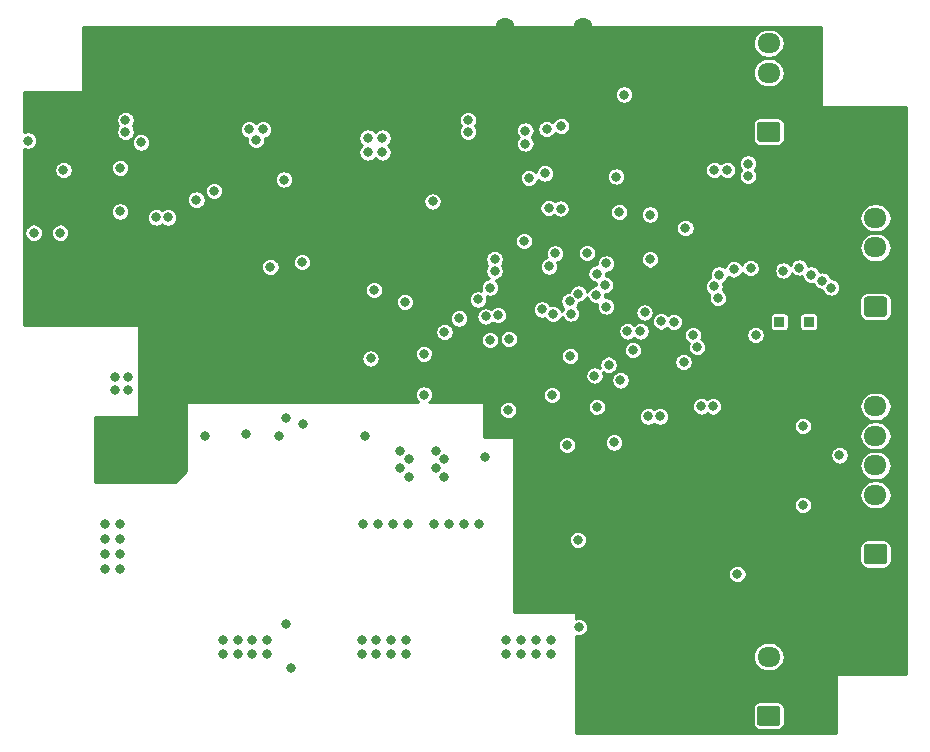
<source format=gbr>
G04 #@! TF.GenerationSoftware,KiCad,Pcbnew,(5.1.2)-2*
G04 #@! TF.CreationDate,2020-04-08T13:50:03-07:00*
G04 #@! TF.ProjectId,flatmcu,666c6174-6d63-4752-9e6b-696361645f70,rev?*
G04 #@! TF.SameCoordinates,PX1312d00PY1312d00*
G04 #@! TF.FileFunction,Copper,L2,Inr*
G04 #@! TF.FilePolarity,Positive*
%FSLAX46Y46*%
G04 Gerber Fmt 4.6, Leading zero omitted, Abs format (unit mm)*
G04 Created by KiCad (PCBNEW (5.1.2)-2) date 2020-04-08 13:50:03*
%MOMM*%
%LPD*%
G04 APERTURE LIST*
%ADD10R,0.850000X0.850000*%
%ADD11C,0.575000*%
%ADD12C,1.600000*%
%ADD13O,1.950000X1.700000*%
%ADD14C,0.100000*%
%ADD15C,1.700000*%
%ADD16C,0.800000*%
%ADD17C,0.254000*%
G04 APERTURE END LIST*
D10*
X70900000Y-31400000D03*
X73400000Y-31400000D03*
X73400000Y-33900000D03*
D11*
X32775000Y-33109875D03*
X32775000Y-31866125D03*
X31625000Y-34353625D03*
X31625000Y-33109875D03*
X31625000Y-31866125D03*
X31625000Y-30622375D03*
X30475000Y-34353625D03*
X30475000Y-33109875D03*
X30475000Y-31866125D03*
X30475000Y-30622375D03*
X29325000Y-33109875D03*
X29325000Y-31866125D03*
D12*
X54300000Y-6450000D03*
X47700000Y-6450000D03*
D13*
X79050000Y-38550000D03*
X79050000Y-41050000D03*
X79050000Y-43550000D03*
X79050000Y-46050000D03*
X79050000Y-48550000D03*
D14*
G36*
X79799504Y-50201204D02*
G01*
X79823773Y-50204804D01*
X79847571Y-50210765D01*
X79870671Y-50219030D01*
X79892849Y-50229520D01*
X79913893Y-50242133D01*
X79933598Y-50256747D01*
X79951777Y-50273223D01*
X79968253Y-50291402D01*
X79982867Y-50311107D01*
X79995480Y-50332151D01*
X80005970Y-50354329D01*
X80014235Y-50377429D01*
X80020196Y-50401227D01*
X80023796Y-50425496D01*
X80025000Y-50450000D01*
X80025000Y-51650000D01*
X80023796Y-51674504D01*
X80020196Y-51698773D01*
X80014235Y-51722571D01*
X80005970Y-51745671D01*
X79995480Y-51767849D01*
X79982867Y-51788893D01*
X79968253Y-51808598D01*
X79951777Y-51826777D01*
X79933598Y-51843253D01*
X79913893Y-51857867D01*
X79892849Y-51870480D01*
X79870671Y-51880970D01*
X79847571Y-51889235D01*
X79823773Y-51895196D01*
X79799504Y-51898796D01*
X79775000Y-51900000D01*
X78325000Y-51900000D01*
X78300496Y-51898796D01*
X78276227Y-51895196D01*
X78252429Y-51889235D01*
X78229329Y-51880970D01*
X78207151Y-51870480D01*
X78186107Y-51857867D01*
X78166402Y-51843253D01*
X78148223Y-51826777D01*
X78131747Y-51808598D01*
X78117133Y-51788893D01*
X78104520Y-51767849D01*
X78094030Y-51745671D01*
X78085765Y-51722571D01*
X78079804Y-51698773D01*
X78076204Y-51674504D01*
X78075000Y-51650000D01*
X78075000Y-50450000D01*
X78076204Y-50425496D01*
X78079804Y-50401227D01*
X78085765Y-50377429D01*
X78094030Y-50354329D01*
X78104520Y-50332151D01*
X78117133Y-50311107D01*
X78131747Y-50291402D01*
X78148223Y-50273223D01*
X78166402Y-50256747D01*
X78186107Y-50242133D01*
X78207151Y-50229520D01*
X78229329Y-50219030D01*
X78252429Y-50210765D01*
X78276227Y-50204804D01*
X78300496Y-50201204D01*
X78325000Y-50200000D01*
X79775000Y-50200000D01*
X79799504Y-50201204D01*
X79799504Y-50201204D01*
G37*
D15*
X79050000Y-51050000D03*
D14*
G36*
X70749504Y-63901204D02*
G01*
X70773773Y-63904804D01*
X70797571Y-63910765D01*
X70820671Y-63919030D01*
X70842849Y-63929520D01*
X70863893Y-63942133D01*
X70883598Y-63956747D01*
X70901777Y-63973223D01*
X70918253Y-63991402D01*
X70932867Y-64011107D01*
X70945480Y-64032151D01*
X70955970Y-64054329D01*
X70964235Y-64077429D01*
X70970196Y-64101227D01*
X70973796Y-64125496D01*
X70975000Y-64150000D01*
X70975000Y-65350000D01*
X70973796Y-65374504D01*
X70970196Y-65398773D01*
X70964235Y-65422571D01*
X70955970Y-65445671D01*
X70945480Y-65467849D01*
X70932867Y-65488893D01*
X70918253Y-65508598D01*
X70901777Y-65526777D01*
X70883598Y-65543253D01*
X70863893Y-65557867D01*
X70842849Y-65570480D01*
X70820671Y-65580970D01*
X70797571Y-65589235D01*
X70773773Y-65595196D01*
X70749504Y-65598796D01*
X70725000Y-65600000D01*
X69275000Y-65600000D01*
X69250496Y-65598796D01*
X69226227Y-65595196D01*
X69202429Y-65589235D01*
X69179329Y-65580970D01*
X69157151Y-65570480D01*
X69136107Y-65557867D01*
X69116402Y-65543253D01*
X69098223Y-65526777D01*
X69081747Y-65508598D01*
X69067133Y-65488893D01*
X69054520Y-65467849D01*
X69044030Y-65445671D01*
X69035765Y-65422571D01*
X69029804Y-65398773D01*
X69026204Y-65374504D01*
X69025000Y-65350000D01*
X69025000Y-64150000D01*
X69026204Y-64125496D01*
X69029804Y-64101227D01*
X69035765Y-64077429D01*
X69044030Y-64054329D01*
X69054520Y-64032151D01*
X69067133Y-64011107D01*
X69081747Y-63991402D01*
X69098223Y-63973223D01*
X69116402Y-63956747D01*
X69136107Y-63942133D01*
X69157151Y-63929520D01*
X69179329Y-63919030D01*
X69202429Y-63910765D01*
X69226227Y-63904804D01*
X69250496Y-63901204D01*
X69275000Y-63900000D01*
X70725000Y-63900000D01*
X70749504Y-63901204D01*
X70749504Y-63901204D01*
G37*
D15*
X70000000Y-64750000D03*
D13*
X70000000Y-62250000D03*
X70000000Y-59750000D03*
D14*
G36*
X70749504Y-14451204D02*
G01*
X70773773Y-14454804D01*
X70797571Y-14460765D01*
X70820671Y-14469030D01*
X70842849Y-14479520D01*
X70863893Y-14492133D01*
X70883598Y-14506747D01*
X70901777Y-14523223D01*
X70918253Y-14541402D01*
X70932867Y-14561107D01*
X70945480Y-14582151D01*
X70955970Y-14604329D01*
X70964235Y-14627429D01*
X70970196Y-14651227D01*
X70973796Y-14675496D01*
X70975000Y-14700000D01*
X70975000Y-15900000D01*
X70973796Y-15924504D01*
X70970196Y-15948773D01*
X70964235Y-15972571D01*
X70955970Y-15995671D01*
X70945480Y-16017849D01*
X70932867Y-16038893D01*
X70918253Y-16058598D01*
X70901777Y-16076777D01*
X70883598Y-16093253D01*
X70863893Y-16107867D01*
X70842849Y-16120480D01*
X70820671Y-16130970D01*
X70797571Y-16139235D01*
X70773773Y-16145196D01*
X70749504Y-16148796D01*
X70725000Y-16150000D01*
X69275000Y-16150000D01*
X69250496Y-16148796D01*
X69226227Y-16145196D01*
X69202429Y-16139235D01*
X69179329Y-16130970D01*
X69157151Y-16120480D01*
X69136107Y-16107867D01*
X69116402Y-16093253D01*
X69098223Y-16076777D01*
X69081747Y-16058598D01*
X69067133Y-16038893D01*
X69054520Y-16017849D01*
X69044030Y-15995671D01*
X69035765Y-15972571D01*
X69029804Y-15948773D01*
X69026204Y-15924504D01*
X69025000Y-15900000D01*
X69025000Y-14700000D01*
X69026204Y-14675496D01*
X69029804Y-14651227D01*
X69035765Y-14627429D01*
X69044030Y-14604329D01*
X69054520Y-14582151D01*
X69067133Y-14561107D01*
X69081747Y-14541402D01*
X69098223Y-14523223D01*
X69116402Y-14506747D01*
X69136107Y-14492133D01*
X69157151Y-14479520D01*
X69179329Y-14469030D01*
X69202429Y-14460765D01*
X69226227Y-14454804D01*
X69250496Y-14451204D01*
X69275000Y-14450000D01*
X70725000Y-14450000D01*
X70749504Y-14451204D01*
X70749504Y-14451204D01*
G37*
D15*
X70000000Y-15300000D03*
D13*
X70000000Y-12800000D03*
X70000000Y-10300000D03*
X70000000Y-7800000D03*
X79050000Y-22600000D03*
X79050000Y-25100000D03*
X79050000Y-27600000D03*
D14*
G36*
X79799504Y-29251204D02*
G01*
X79823773Y-29254804D01*
X79847571Y-29260765D01*
X79870671Y-29269030D01*
X79892849Y-29279520D01*
X79913893Y-29292133D01*
X79933598Y-29306747D01*
X79951777Y-29323223D01*
X79968253Y-29341402D01*
X79982867Y-29361107D01*
X79995480Y-29382151D01*
X80005970Y-29404329D01*
X80014235Y-29427429D01*
X80020196Y-29451227D01*
X80023796Y-29475496D01*
X80025000Y-29500000D01*
X80025000Y-30700000D01*
X80023796Y-30724504D01*
X80020196Y-30748773D01*
X80014235Y-30772571D01*
X80005970Y-30795671D01*
X79995480Y-30817849D01*
X79982867Y-30838893D01*
X79968253Y-30858598D01*
X79951777Y-30876777D01*
X79933598Y-30893253D01*
X79913893Y-30907867D01*
X79892849Y-30920480D01*
X79870671Y-30930970D01*
X79847571Y-30939235D01*
X79823773Y-30945196D01*
X79799504Y-30948796D01*
X79775000Y-30950000D01*
X78325000Y-30950000D01*
X78300496Y-30948796D01*
X78276227Y-30945196D01*
X78252429Y-30939235D01*
X78229329Y-30930970D01*
X78207151Y-30920480D01*
X78186107Y-30907867D01*
X78166402Y-30893253D01*
X78148223Y-30876777D01*
X78131747Y-30858598D01*
X78117133Y-30838893D01*
X78104520Y-30817849D01*
X78094030Y-30795671D01*
X78085765Y-30772571D01*
X78079804Y-30748773D01*
X78076204Y-30724504D01*
X78075000Y-30700000D01*
X78075000Y-29500000D01*
X78076204Y-29475496D01*
X78079804Y-29451227D01*
X78085765Y-29427429D01*
X78094030Y-29404329D01*
X78104520Y-29382151D01*
X78117133Y-29361107D01*
X78131747Y-29341402D01*
X78148223Y-29323223D01*
X78166402Y-29306747D01*
X78186107Y-29292133D01*
X78207151Y-29279520D01*
X78229329Y-29269030D01*
X78252429Y-29260765D01*
X78276227Y-29254804D01*
X78300496Y-29251204D01*
X78325000Y-29250000D01*
X79775000Y-29250000D01*
X79799504Y-29251204D01*
X79799504Y-29251204D01*
G37*
D15*
X79050000Y-30100000D03*
D16*
X13800000Y-40050000D03*
X13800000Y-41300000D03*
X13800000Y-42550000D03*
X41800000Y-42300000D03*
X42550000Y-43050000D03*
X41800000Y-43800000D03*
X42550000Y-44550000D03*
X38800000Y-43800000D03*
X38800000Y-42300000D03*
X39550000Y-43050000D03*
X39550000Y-44550000D03*
X41850000Y-34400000D03*
X69500000Y-19700000D03*
X66050000Y-22250000D03*
X48650000Y-40250000D03*
X32350000Y-26700000D03*
X40800000Y-25800000D03*
X58550000Y-45800000D03*
X47750000Y-34400000D03*
X59900000Y-27825000D03*
X64400000Y-26700000D03*
X60900000Y-23900000D03*
X49250000Y-22250000D03*
X66800000Y-38400000D03*
X72500000Y-39275000D03*
X11550000Y-14300000D03*
X11550000Y-15300000D03*
X62500000Y-21400000D03*
X49200000Y-10900000D03*
X30550000Y-13550000D03*
X31800000Y-13550000D03*
X13800000Y-43800000D03*
X15050000Y-43800000D03*
X15050000Y-40050000D03*
X15050000Y-41300000D03*
X15050000Y-42550000D03*
X62012500Y-14287500D03*
X59750000Y-12150000D03*
X21800000Y-28800000D03*
X20550000Y-28800000D03*
X19550000Y-27800000D03*
X49400000Y-16300000D03*
X49400000Y-15200000D03*
X59800000Y-39400000D03*
X60800000Y-39400000D03*
X56250000Y-26450000D03*
X65800000Y-27400000D03*
X73600000Y-27400000D03*
X72900000Y-46900000D03*
X55437346Y-27312654D03*
X65400000Y-28400000D03*
X74500000Y-27900000D03*
X76000000Y-42700000D03*
X56170730Y-28264017D03*
X65700000Y-29400000D03*
X75300000Y-28500000D03*
X72900000Y-40200000D03*
X53199994Y-34300000D03*
X62800000Y-34800000D03*
X68900000Y-32500000D03*
X67350000Y-52750000D03*
X36050000Y-15800000D03*
X37300000Y-15800000D03*
X36050000Y-17050000D03*
X37300000Y-17050000D03*
X10300000Y-18550000D03*
X15550000Y-14300000D03*
X15550000Y-15300000D03*
X10025000Y-23850000D03*
X7775000Y-23850000D03*
X23050000Y-20300000D03*
X46400000Y-32950000D03*
X36300000Y-34500000D03*
X57100000Y-19100000D03*
X65300000Y-38550000D03*
X65400000Y-18525000D03*
X66500000Y-18525000D03*
X64300000Y-38550000D03*
X13800000Y-48550000D03*
X13800000Y-49800000D03*
X13800000Y-51050000D03*
X13800000Y-52300000D03*
X15050000Y-52300000D03*
X15050000Y-51050000D03*
X15050000Y-49800000D03*
X15050000Y-48550000D03*
X35645000Y-48550000D03*
X36915000Y-48550000D03*
X38185000Y-48550000D03*
X39455000Y-48550000D03*
X45455000Y-48550000D03*
X42915000Y-48550000D03*
X41645000Y-48550000D03*
X44185000Y-48550000D03*
X52925001Y-41824999D03*
X15800000Y-36050000D03*
X14700000Y-36050000D03*
X15800000Y-37150000D03*
X27200000Y-15100000D03*
X26000000Y-15100000D03*
X26600000Y-16000000D03*
X30500000Y-26350000D03*
X14700000Y-37150000D03*
X25750000Y-40900000D03*
X22300000Y-41050000D03*
X41550000Y-21200000D03*
X21550000Y-21050000D03*
X28550000Y-41050000D03*
X35800000Y-41100000D03*
X30575000Y-40050000D03*
X29125000Y-39550000D03*
X59500000Y-30600000D03*
X61978339Y-31392934D03*
X40800000Y-37550000D03*
X45999991Y-42799986D03*
X56250000Y-30100000D03*
X60900000Y-31350000D03*
X56900000Y-41600000D03*
X55400000Y-29100000D03*
X57450000Y-36350000D03*
X58500000Y-33800000D03*
X47950000Y-38850000D03*
X53250000Y-30700000D03*
X51650000Y-37600000D03*
X29100011Y-56950000D03*
X48000000Y-32850000D03*
X59962500Y-22312500D03*
X49300000Y-24550000D03*
X29550000Y-60700000D03*
X62950000Y-23450000D03*
X57750000Y-12150000D03*
X53899952Y-29000000D03*
X67050000Y-26950000D03*
X68474131Y-26851182D03*
X27550000Y-58300000D03*
X26300000Y-58300000D03*
X25050000Y-58300000D03*
X23800000Y-58300000D03*
X26300000Y-59550000D03*
X27550000Y-59550000D03*
X25050000Y-59550000D03*
X23800000Y-59550000D03*
X38050000Y-58300000D03*
X39300000Y-58300000D03*
X36800000Y-58300000D03*
X35550000Y-58300000D03*
X38050000Y-59550000D03*
X36800000Y-59550000D03*
X39300000Y-59550000D03*
X35550000Y-59550000D03*
X53850000Y-49850000D03*
X53950000Y-57250000D03*
X51550000Y-58300000D03*
X50300000Y-58300000D03*
X49050000Y-58300000D03*
X47800000Y-58300000D03*
X47800000Y-59550000D03*
X51550000Y-59550000D03*
X49050000Y-59550000D03*
X50300000Y-59550000D03*
X51400000Y-26700000D03*
X51900000Y-25600000D03*
X55250000Y-35950000D03*
X56450000Y-35025000D03*
X68250000Y-18000000D03*
X57350000Y-22100000D03*
X59950000Y-26100000D03*
X68250000Y-19050000D03*
X53144282Y-29654956D03*
X71250000Y-27050000D03*
X51750000Y-30750000D03*
X72600000Y-26800000D03*
X51199997Y-15050000D03*
X51382227Y-21756907D03*
X52437660Y-14812340D03*
X52380818Y-21810188D03*
X46400000Y-28500000D03*
X47083917Y-30840763D03*
X58050000Y-32200000D03*
X63950001Y-33550000D03*
X59150000Y-32200000D03*
X63600000Y-32500000D03*
X40800000Y-34100000D03*
X46800000Y-26100000D03*
X45400000Y-29500000D03*
X46037175Y-30944142D03*
X42550000Y-32275000D03*
X46800000Y-27100000D03*
X43800000Y-31100000D03*
X50800000Y-30350000D03*
X39200000Y-29700000D03*
X49699998Y-19200000D03*
X36600000Y-28700000D03*
X51050000Y-18825010D03*
X28950000Y-19350000D03*
X27812660Y-26737340D03*
X55450000Y-38600000D03*
X54624952Y-25574990D03*
X44550000Y-14300000D03*
X44550000Y-15300000D03*
X18150000Y-22550000D03*
X19150000Y-22550000D03*
X7300000Y-16050000D03*
X16850000Y-16200000D03*
X15100000Y-18350000D03*
X15100000Y-22050000D03*
D17*
G36*
X74423000Y-13050000D02*
G01*
X74425440Y-13074776D01*
X74432667Y-13098601D01*
X74444403Y-13120557D01*
X74460197Y-13139803D01*
X74479443Y-13155597D01*
X74501399Y-13167333D01*
X74525224Y-13174560D01*
X74550000Y-13177000D01*
X81673000Y-13177000D01*
X81673000Y-61173000D01*
X75800000Y-61173000D01*
X75775224Y-61175440D01*
X75751399Y-61182667D01*
X75729443Y-61194403D01*
X75710197Y-61210197D01*
X75694403Y-61229443D01*
X75682667Y-61251399D01*
X75675440Y-61275224D01*
X75673000Y-61300000D01*
X75673000Y-66173000D01*
X53677000Y-66173000D01*
X53677000Y-64150000D01*
X68642157Y-64150000D01*
X68642157Y-65350000D01*
X68654317Y-65473462D01*
X68690329Y-65592179D01*
X68748810Y-65701589D01*
X68827512Y-65797488D01*
X68923411Y-65876190D01*
X69032821Y-65934671D01*
X69151538Y-65970683D01*
X69275000Y-65982843D01*
X70725000Y-65982843D01*
X70848462Y-65970683D01*
X70967179Y-65934671D01*
X71076589Y-65876190D01*
X71172488Y-65797488D01*
X71251190Y-65701589D01*
X71309671Y-65592179D01*
X71345683Y-65473462D01*
X71357843Y-65350000D01*
X71357843Y-64150000D01*
X71345683Y-64026538D01*
X71309671Y-63907821D01*
X71251190Y-63798411D01*
X71172488Y-63702512D01*
X71076589Y-63623810D01*
X70967179Y-63565329D01*
X70848462Y-63529317D01*
X70725000Y-63517157D01*
X69275000Y-63517157D01*
X69151538Y-63529317D01*
X69032821Y-63565329D01*
X68923411Y-63623810D01*
X68827512Y-63702512D01*
X68748810Y-63798411D01*
X68690329Y-63907821D01*
X68654317Y-64026538D01*
X68642157Y-64150000D01*
X53677000Y-64150000D01*
X53677000Y-59750000D01*
X68638044Y-59750000D01*
X68661812Y-59991318D01*
X68732202Y-60223363D01*
X68846509Y-60437216D01*
X69000340Y-60624660D01*
X69187784Y-60778491D01*
X69401637Y-60892798D01*
X69633682Y-60963188D01*
X69814528Y-60981000D01*
X70185472Y-60981000D01*
X70366318Y-60963188D01*
X70598363Y-60892798D01*
X70812216Y-60778491D01*
X70999660Y-60624660D01*
X71153491Y-60437216D01*
X71267798Y-60223363D01*
X71338188Y-59991318D01*
X71361956Y-59750000D01*
X71338188Y-59508682D01*
X71267798Y-59276637D01*
X71153491Y-59062784D01*
X70999660Y-58875340D01*
X70812216Y-58721509D01*
X70598363Y-58607202D01*
X70366318Y-58536812D01*
X70185472Y-58519000D01*
X69814528Y-58519000D01*
X69633682Y-58536812D01*
X69401637Y-58607202D01*
X69187784Y-58721509D01*
X69000340Y-58875340D01*
X68846509Y-59062784D01*
X68732202Y-59276637D01*
X68661812Y-59508682D01*
X68638044Y-59750000D01*
X53677000Y-59750000D01*
X53677000Y-57982268D01*
X53722191Y-58000987D01*
X53873078Y-58031000D01*
X54026922Y-58031000D01*
X54177809Y-58000987D01*
X54319942Y-57942113D01*
X54447859Y-57856642D01*
X54556642Y-57747859D01*
X54642113Y-57619942D01*
X54700987Y-57477809D01*
X54731000Y-57326922D01*
X54731000Y-57173078D01*
X54700987Y-57022191D01*
X54642113Y-56880058D01*
X54556642Y-56752141D01*
X54447859Y-56643358D01*
X54319942Y-56557887D01*
X54177809Y-56499013D01*
X54026922Y-56469000D01*
X53873078Y-56469000D01*
X53722191Y-56499013D01*
X53677000Y-56517732D01*
X53677000Y-56050000D01*
X53674560Y-56025224D01*
X53667333Y-56001399D01*
X53655597Y-55979443D01*
X53639803Y-55960197D01*
X53620557Y-55944403D01*
X53598601Y-55932667D01*
X53574776Y-55925440D01*
X53550000Y-55923000D01*
X48427000Y-55923000D01*
X48427000Y-52673078D01*
X66569000Y-52673078D01*
X66569000Y-52826922D01*
X66599013Y-52977809D01*
X66657887Y-53119942D01*
X66743358Y-53247859D01*
X66852141Y-53356642D01*
X66980058Y-53442113D01*
X67122191Y-53500987D01*
X67273078Y-53531000D01*
X67426922Y-53531000D01*
X67577809Y-53500987D01*
X67719942Y-53442113D01*
X67847859Y-53356642D01*
X67956642Y-53247859D01*
X68042113Y-53119942D01*
X68100987Y-52977809D01*
X68131000Y-52826922D01*
X68131000Y-52673078D01*
X68100987Y-52522191D01*
X68042113Y-52380058D01*
X67956642Y-52252141D01*
X67847859Y-52143358D01*
X67719942Y-52057887D01*
X67577809Y-51999013D01*
X67426922Y-51969000D01*
X67273078Y-51969000D01*
X67122191Y-51999013D01*
X66980058Y-52057887D01*
X66852141Y-52143358D01*
X66743358Y-52252141D01*
X66657887Y-52380058D01*
X66599013Y-52522191D01*
X66569000Y-52673078D01*
X48427000Y-52673078D01*
X48427000Y-49773078D01*
X53069000Y-49773078D01*
X53069000Y-49926922D01*
X53099013Y-50077809D01*
X53157887Y-50219942D01*
X53243358Y-50347859D01*
X53352141Y-50456642D01*
X53480058Y-50542113D01*
X53622191Y-50600987D01*
X53773078Y-50631000D01*
X53926922Y-50631000D01*
X54077809Y-50600987D01*
X54219942Y-50542113D01*
X54347859Y-50456642D01*
X54354501Y-50450000D01*
X77692157Y-50450000D01*
X77692157Y-51650000D01*
X77704317Y-51773462D01*
X77740329Y-51892179D01*
X77798810Y-52001589D01*
X77877512Y-52097488D01*
X77973411Y-52176190D01*
X78082821Y-52234671D01*
X78201538Y-52270683D01*
X78325000Y-52282843D01*
X79775000Y-52282843D01*
X79898462Y-52270683D01*
X80017179Y-52234671D01*
X80126589Y-52176190D01*
X80222488Y-52097488D01*
X80301190Y-52001589D01*
X80359671Y-51892179D01*
X80395683Y-51773462D01*
X80407843Y-51650000D01*
X80407843Y-50450000D01*
X80395683Y-50326538D01*
X80359671Y-50207821D01*
X80301190Y-50098411D01*
X80222488Y-50002512D01*
X80126589Y-49923810D01*
X80017179Y-49865329D01*
X79898462Y-49829317D01*
X79775000Y-49817157D01*
X78325000Y-49817157D01*
X78201538Y-49829317D01*
X78082821Y-49865329D01*
X77973411Y-49923810D01*
X77877512Y-50002512D01*
X77798810Y-50098411D01*
X77740329Y-50207821D01*
X77704317Y-50326538D01*
X77692157Y-50450000D01*
X54354501Y-50450000D01*
X54456642Y-50347859D01*
X54542113Y-50219942D01*
X54600987Y-50077809D01*
X54631000Y-49926922D01*
X54631000Y-49773078D01*
X54600987Y-49622191D01*
X54542113Y-49480058D01*
X54456642Y-49352141D01*
X54347859Y-49243358D01*
X54219942Y-49157887D01*
X54077809Y-49099013D01*
X53926922Y-49069000D01*
X53773078Y-49069000D01*
X53622191Y-49099013D01*
X53480058Y-49157887D01*
X53352141Y-49243358D01*
X53243358Y-49352141D01*
X53157887Y-49480058D01*
X53099013Y-49622191D01*
X53069000Y-49773078D01*
X48427000Y-49773078D01*
X48427000Y-46823078D01*
X72119000Y-46823078D01*
X72119000Y-46976922D01*
X72149013Y-47127809D01*
X72207887Y-47269942D01*
X72293358Y-47397859D01*
X72402141Y-47506642D01*
X72530058Y-47592113D01*
X72672191Y-47650987D01*
X72823078Y-47681000D01*
X72976922Y-47681000D01*
X73127809Y-47650987D01*
X73269942Y-47592113D01*
X73397859Y-47506642D01*
X73506642Y-47397859D01*
X73592113Y-47269942D01*
X73650987Y-47127809D01*
X73681000Y-46976922D01*
X73681000Y-46823078D01*
X73650987Y-46672191D01*
X73592113Y-46530058D01*
X73506642Y-46402141D01*
X73397859Y-46293358D01*
X73269942Y-46207887D01*
X73127809Y-46149013D01*
X72976922Y-46119000D01*
X72823078Y-46119000D01*
X72672191Y-46149013D01*
X72530058Y-46207887D01*
X72402141Y-46293358D01*
X72293358Y-46402141D01*
X72207887Y-46530058D01*
X72149013Y-46672191D01*
X72119000Y-46823078D01*
X48427000Y-46823078D01*
X48427000Y-46050000D01*
X77688044Y-46050000D01*
X77711812Y-46291318D01*
X77782202Y-46523363D01*
X77896509Y-46737216D01*
X78050340Y-46924660D01*
X78237784Y-47078491D01*
X78451637Y-47192798D01*
X78683682Y-47263188D01*
X78864528Y-47281000D01*
X79235472Y-47281000D01*
X79416318Y-47263188D01*
X79648363Y-47192798D01*
X79862216Y-47078491D01*
X80049660Y-46924660D01*
X80203491Y-46737216D01*
X80317798Y-46523363D01*
X80388188Y-46291318D01*
X80411956Y-46050000D01*
X80388188Y-45808682D01*
X80317798Y-45576637D01*
X80203491Y-45362784D01*
X80049660Y-45175340D01*
X79862216Y-45021509D01*
X79648363Y-44907202D01*
X79416318Y-44836812D01*
X79235472Y-44819000D01*
X78864528Y-44819000D01*
X78683682Y-44836812D01*
X78451637Y-44907202D01*
X78237784Y-45021509D01*
X78050340Y-45175340D01*
X77896509Y-45362784D01*
X77782202Y-45576637D01*
X77711812Y-45808682D01*
X77688044Y-46050000D01*
X48427000Y-46050000D01*
X48427000Y-43550000D01*
X77688044Y-43550000D01*
X77711812Y-43791318D01*
X77782202Y-44023363D01*
X77896509Y-44237216D01*
X78050340Y-44424660D01*
X78237784Y-44578491D01*
X78451637Y-44692798D01*
X78683682Y-44763188D01*
X78864528Y-44781000D01*
X79235472Y-44781000D01*
X79416318Y-44763188D01*
X79648363Y-44692798D01*
X79862216Y-44578491D01*
X80049660Y-44424660D01*
X80203491Y-44237216D01*
X80317798Y-44023363D01*
X80388188Y-43791318D01*
X80411956Y-43550000D01*
X80388188Y-43308682D01*
X80317798Y-43076637D01*
X80203491Y-42862784D01*
X80049660Y-42675340D01*
X79862216Y-42521509D01*
X79648363Y-42407202D01*
X79416318Y-42336812D01*
X79235472Y-42319000D01*
X78864528Y-42319000D01*
X78683682Y-42336812D01*
X78451637Y-42407202D01*
X78237784Y-42521509D01*
X78050340Y-42675340D01*
X77896509Y-42862784D01*
X77782202Y-43076637D01*
X77711812Y-43308682D01*
X77688044Y-43550000D01*
X48427000Y-43550000D01*
X48427000Y-42623078D01*
X75219000Y-42623078D01*
X75219000Y-42776922D01*
X75249013Y-42927809D01*
X75307887Y-43069942D01*
X75393358Y-43197859D01*
X75502141Y-43306642D01*
X75630058Y-43392113D01*
X75772191Y-43450987D01*
X75923078Y-43481000D01*
X76076922Y-43481000D01*
X76227809Y-43450987D01*
X76369942Y-43392113D01*
X76497859Y-43306642D01*
X76606642Y-43197859D01*
X76692113Y-43069942D01*
X76750987Y-42927809D01*
X76781000Y-42776922D01*
X76781000Y-42623078D01*
X76750987Y-42472191D01*
X76692113Y-42330058D01*
X76606642Y-42202141D01*
X76497859Y-42093358D01*
X76369942Y-42007887D01*
X76227809Y-41949013D01*
X76076922Y-41919000D01*
X75923078Y-41919000D01*
X75772191Y-41949013D01*
X75630058Y-42007887D01*
X75502141Y-42093358D01*
X75393358Y-42202141D01*
X75307887Y-42330058D01*
X75249013Y-42472191D01*
X75219000Y-42623078D01*
X48427000Y-42623078D01*
X48427000Y-41748077D01*
X52144001Y-41748077D01*
X52144001Y-41901921D01*
X52174014Y-42052808D01*
X52232888Y-42194941D01*
X52318359Y-42322858D01*
X52427142Y-42431641D01*
X52555059Y-42517112D01*
X52697192Y-42575986D01*
X52848079Y-42605999D01*
X53001923Y-42605999D01*
X53152810Y-42575986D01*
X53294943Y-42517112D01*
X53422860Y-42431641D01*
X53531643Y-42322858D01*
X53617114Y-42194941D01*
X53675988Y-42052808D01*
X53706001Y-41901921D01*
X53706001Y-41748077D01*
X53675988Y-41597190D01*
X53645290Y-41523078D01*
X56119000Y-41523078D01*
X56119000Y-41676922D01*
X56149013Y-41827809D01*
X56207887Y-41969942D01*
X56293358Y-42097859D01*
X56402141Y-42206642D01*
X56530058Y-42292113D01*
X56672191Y-42350987D01*
X56823078Y-42381000D01*
X56976922Y-42381000D01*
X57127809Y-42350987D01*
X57269942Y-42292113D01*
X57397859Y-42206642D01*
X57506642Y-42097859D01*
X57592113Y-41969942D01*
X57650987Y-41827809D01*
X57681000Y-41676922D01*
X57681000Y-41523078D01*
X57650987Y-41372191D01*
X57592113Y-41230058D01*
X57506642Y-41102141D01*
X57454501Y-41050000D01*
X77688044Y-41050000D01*
X77711812Y-41291318D01*
X77782202Y-41523363D01*
X77896509Y-41737216D01*
X78050340Y-41924660D01*
X78237784Y-42078491D01*
X78451637Y-42192798D01*
X78683682Y-42263188D01*
X78864528Y-42281000D01*
X79235472Y-42281000D01*
X79416318Y-42263188D01*
X79648363Y-42192798D01*
X79862216Y-42078491D01*
X80049660Y-41924660D01*
X80203491Y-41737216D01*
X80317798Y-41523363D01*
X80388188Y-41291318D01*
X80411956Y-41050000D01*
X80388188Y-40808682D01*
X80317798Y-40576637D01*
X80203491Y-40362784D01*
X80049660Y-40175340D01*
X79862216Y-40021509D01*
X79648363Y-39907202D01*
X79416318Y-39836812D01*
X79235472Y-39819000D01*
X78864528Y-39819000D01*
X78683682Y-39836812D01*
X78451637Y-39907202D01*
X78237784Y-40021509D01*
X78050340Y-40175340D01*
X77896509Y-40362784D01*
X77782202Y-40576637D01*
X77711812Y-40808682D01*
X77688044Y-41050000D01*
X57454501Y-41050000D01*
X57397859Y-40993358D01*
X57269942Y-40907887D01*
X57127809Y-40849013D01*
X56976922Y-40819000D01*
X56823078Y-40819000D01*
X56672191Y-40849013D01*
X56530058Y-40907887D01*
X56402141Y-40993358D01*
X56293358Y-41102141D01*
X56207887Y-41230058D01*
X56149013Y-41372191D01*
X56119000Y-41523078D01*
X53645290Y-41523078D01*
X53617114Y-41455057D01*
X53531643Y-41327140D01*
X53422860Y-41218357D01*
X53294943Y-41132886D01*
X53152810Y-41074012D01*
X53001923Y-41043999D01*
X52848079Y-41043999D01*
X52697192Y-41074012D01*
X52555059Y-41132886D01*
X52427142Y-41218357D01*
X52318359Y-41327140D01*
X52232888Y-41455057D01*
X52174014Y-41597190D01*
X52144001Y-41748077D01*
X48427000Y-41748077D01*
X48427000Y-41300000D01*
X48424560Y-41275224D01*
X48417333Y-41251399D01*
X48405597Y-41229443D01*
X48389803Y-41210197D01*
X48370557Y-41194403D01*
X48348601Y-41182667D01*
X48324776Y-41175440D01*
X48300000Y-41173000D01*
X45927000Y-41173000D01*
X45927000Y-38773078D01*
X47169000Y-38773078D01*
X47169000Y-38926922D01*
X47199013Y-39077809D01*
X47257887Y-39219942D01*
X47343358Y-39347859D01*
X47452141Y-39456642D01*
X47580058Y-39542113D01*
X47722191Y-39600987D01*
X47873078Y-39631000D01*
X48026922Y-39631000D01*
X48177809Y-39600987D01*
X48319942Y-39542113D01*
X48447859Y-39456642D01*
X48556642Y-39347859D01*
X48642113Y-39219942D01*
X48700987Y-39077809D01*
X48731000Y-38926922D01*
X48731000Y-38773078D01*
X48700987Y-38622191D01*
X48659933Y-38523078D01*
X54669000Y-38523078D01*
X54669000Y-38676922D01*
X54699013Y-38827809D01*
X54757887Y-38969942D01*
X54843358Y-39097859D01*
X54952141Y-39206642D01*
X55080058Y-39292113D01*
X55222191Y-39350987D01*
X55373078Y-39381000D01*
X55526922Y-39381000D01*
X55677809Y-39350987D01*
X55745186Y-39323078D01*
X59019000Y-39323078D01*
X59019000Y-39476922D01*
X59049013Y-39627809D01*
X59107887Y-39769942D01*
X59193358Y-39897859D01*
X59302141Y-40006642D01*
X59430058Y-40092113D01*
X59572191Y-40150987D01*
X59723078Y-40181000D01*
X59876922Y-40181000D01*
X60027809Y-40150987D01*
X60169942Y-40092113D01*
X60297859Y-40006642D01*
X60300000Y-40004501D01*
X60302141Y-40006642D01*
X60430058Y-40092113D01*
X60572191Y-40150987D01*
X60723078Y-40181000D01*
X60876922Y-40181000D01*
X61027809Y-40150987D01*
X61095186Y-40123078D01*
X72119000Y-40123078D01*
X72119000Y-40276922D01*
X72149013Y-40427809D01*
X72207887Y-40569942D01*
X72293358Y-40697859D01*
X72402141Y-40806642D01*
X72530058Y-40892113D01*
X72672191Y-40950987D01*
X72823078Y-40981000D01*
X72976922Y-40981000D01*
X73127809Y-40950987D01*
X73269942Y-40892113D01*
X73397859Y-40806642D01*
X73506642Y-40697859D01*
X73592113Y-40569942D01*
X73650987Y-40427809D01*
X73681000Y-40276922D01*
X73681000Y-40123078D01*
X73650987Y-39972191D01*
X73592113Y-39830058D01*
X73506642Y-39702141D01*
X73397859Y-39593358D01*
X73269942Y-39507887D01*
X73127809Y-39449013D01*
X72976922Y-39419000D01*
X72823078Y-39419000D01*
X72672191Y-39449013D01*
X72530058Y-39507887D01*
X72402141Y-39593358D01*
X72293358Y-39702141D01*
X72207887Y-39830058D01*
X72149013Y-39972191D01*
X72119000Y-40123078D01*
X61095186Y-40123078D01*
X61169942Y-40092113D01*
X61297859Y-40006642D01*
X61406642Y-39897859D01*
X61492113Y-39769942D01*
X61550987Y-39627809D01*
X61581000Y-39476922D01*
X61581000Y-39323078D01*
X61550987Y-39172191D01*
X61492113Y-39030058D01*
X61406642Y-38902141D01*
X61297859Y-38793358D01*
X61169942Y-38707887D01*
X61027809Y-38649013D01*
X60876922Y-38619000D01*
X60723078Y-38619000D01*
X60572191Y-38649013D01*
X60430058Y-38707887D01*
X60302141Y-38793358D01*
X60300000Y-38795499D01*
X60297859Y-38793358D01*
X60169942Y-38707887D01*
X60027809Y-38649013D01*
X59876922Y-38619000D01*
X59723078Y-38619000D01*
X59572191Y-38649013D01*
X59430058Y-38707887D01*
X59302141Y-38793358D01*
X59193358Y-38902141D01*
X59107887Y-39030058D01*
X59049013Y-39172191D01*
X59019000Y-39323078D01*
X55745186Y-39323078D01*
X55819942Y-39292113D01*
X55947859Y-39206642D01*
X56056642Y-39097859D01*
X56142113Y-38969942D01*
X56200987Y-38827809D01*
X56231000Y-38676922D01*
X56231000Y-38523078D01*
X56221055Y-38473078D01*
X63519000Y-38473078D01*
X63519000Y-38626922D01*
X63549013Y-38777809D01*
X63607887Y-38919942D01*
X63693358Y-39047859D01*
X63802141Y-39156642D01*
X63930058Y-39242113D01*
X64072191Y-39300987D01*
X64223078Y-39331000D01*
X64376922Y-39331000D01*
X64527809Y-39300987D01*
X64669942Y-39242113D01*
X64797859Y-39156642D01*
X64800000Y-39154501D01*
X64802141Y-39156642D01*
X64930058Y-39242113D01*
X65072191Y-39300987D01*
X65223078Y-39331000D01*
X65376922Y-39331000D01*
X65527809Y-39300987D01*
X65669942Y-39242113D01*
X65797859Y-39156642D01*
X65906642Y-39047859D01*
X65992113Y-38919942D01*
X66050987Y-38777809D01*
X66081000Y-38626922D01*
X66081000Y-38550000D01*
X77688044Y-38550000D01*
X77711812Y-38791318D01*
X77782202Y-39023363D01*
X77896509Y-39237216D01*
X78050340Y-39424660D01*
X78237784Y-39578491D01*
X78451637Y-39692798D01*
X78683682Y-39763188D01*
X78864528Y-39781000D01*
X79235472Y-39781000D01*
X79416318Y-39763188D01*
X79648363Y-39692798D01*
X79862216Y-39578491D01*
X80049660Y-39424660D01*
X80203491Y-39237216D01*
X80317798Y-39023363D01*
X80388188Y-38791318D01*
X80411956Y-38550000D01*
X80388188Y-38308682D01*
X80317798Y-38076637D01*
X80203491Y-37862784D01*
X80049660Y-37675340D01*
X79862216Y-37521509D01*
X79648363Y-37407202D01*
X79416318Y-37336812D01*
X79235472Y-37319000D01*
X78864528Y-37319000D01*
X78683682Y-37336812D01*
X78451637Y-37407202D01*
X78237784Y-37521509D01*
X78050340Y-37675340D01*
X77896509Y-37862784D01*
X77782202Y-38076637D01*
X77711812Y-38308682D01*
X77688044Y-38550000D01*
X66081000Y-38550000D01*
X66081000Y-38473078D01*
X66050987Y-38322191D01*
X65992113Y-38180058D01*
X65906642Y-38052141D01*
X65797859Y-37943358D01*
X65669942Y-37857887D01*
X65527809Y-37799013D01*
X65376922Y-37769000D01*
X65223078Y-37769000D01*
X65072191Y-37799013D01*
X64930058Y-37857887D01*
X64802141Y-37943358D01*
X64800000Y-37945499D01*
X64797859Y-37943358D01*
X64669942Y-37857887D01*
X64527809Y-37799013D01*
X64376922Y-37769000D01*
X64223078Y-37769000D01*
X64072191Y-37799013D01*
X63930058Y-37857887D01*
X63802141Y-37943358D01*
X63693358Y-38052141D01*
X63607887Y-38180058D01*
X63549013Y-38322191D01*
X63519000Y-38473078D01*
X56221055Y-38473078D01*
X56200987Y-38372191D01*
X56142113Y-38230058D01*
X56056642Y-38102141D01*
X55947859Y-37993358D01*
X55819942Y-37907887D01*
X55677809Y-37849013D01*
X55526922Y-37819000D01*
X55373078Y-37819000D01*
X55222191Y-37849013D01*
X55080058Y-37907887D01*
X54952141Y-37993358D01*
X54843358Y-38102141D01*
X54757887Y-38230058D01*
X54699013Y-38372191D01*
X54669000Y-38523078D01*
X48659933Y-38523078D01*
X48642113Y-38480058D01*
X48556642Y-38352141D01*
X48447859Y-38243358D01*
X48319942Y-38157887D01*
X48177809Y-38099013D01*
X48026922Y-38069000D01*
X47873078Y-38069000D01*
X47722191Y-38099013D01*
X47580058Y-38157887D01*
X47452141Y-38243358D01*
X47343358Y-38352141D01*
X47257887Y-38480058D01*
X47199013Y-38622191D01*
X47169000Y-38773078D01*
X45927000Y-38773078D01*
X45927000Y-38300000D01*
X45924560Y-38275224D01*
X45917333Y-38251399D01*
X45905597Y-38229443D01*
X45889803Y-38210197D01*
X45870557Y-38194403D01*
X45848601Y-38182667D01*
X45824776Y-38175440D01*
X45800000Y-38173000D01*
X41273377Y-38173000D01*
X41297859Y-38156642D01*
X41406642Y-38047859D01*
X41492113Y-37919942D01*
X41550987Y-37777809D01*
X41581000Y-37626922D01*
X41581000Y-37523078D01*
X50869000Y-37523078D01*
X50869000Y-37676922D01*
X50899013Y-37827809D01*
X50957887Y-37969942D01*
X51043358Y-38097859D01*
X51152141Y-38206642D01*
X51280058Y-38292113D01*
X51422191Y-38350987D01*
X51573078Y-38381000D01*
X51726922Y-38381000D01*
X51877809Y-38350987D01*
X52019942Y-38292113D01*
X52147859Y-38206642D01*
X52256642Y-38097859D01*
X52342113Y-37969942D01*
X52400987Y-37827809D01*
X52431000Y-37676922D01*
X52431000Y-37523078D01*
X52400987Y-37372191D01*
X52342113Y-37230058D01*
X52256642Y-37102141D01*
X52147859Y-36993358D01*
X52019942Y-36907887D01*
X51877809Y-36849013D01*
X51726922Y-36819000D01*
X51573078Y-36819000D01*
X51422191Y-36849013D01*
X51280058Y-36907887D01*
X51152141Y-36993358D01*
X51043358Y-37102141D01*
X50957887Y-37230058D01*
X50899013Y-37372191D01*
X50869000Y-37523078D01*
X41581000Y-37523078D01*
X41581000Y-37473078D01*
X41550987Y-37322191D01*
X41492113Y-37180058D01*
X41406642Y-37052141D01*
X41297859Y-36943358D01*
X41169942Y-36857887D01*
X41027809Y-36799013D01*
X40876922Y-36769000D01*
X40723078Y-36769000D01*
X40572191Y-36799013D01*
X40430058Y-36857887D01*
X40302141Y-36943358D01*
X40193358Y-37052141D01*
X40107887Y-37180058D01*
X40049013Y-37322191D01*
X40019000Y-37473078D01*
X40019000Y-37626922D01*
X40049013Y-37777809D01*
X40107887Y-37919942D01*
X40193358Y-38047859D01*
X40302141Y-38156642D01*
X40326623Y-38173000D01*
X20800000Y-38173000D01*
X20775224Y-38175440D01*
X20751399Y-38182667D01*
X20729443Y-38194403D01*
X20710197Y-38210197D01*
X20694403Y-38229443D01*
X20682667Y-38251399D01*
X20675440Y-38275224D01*
X20673000Y-38300000D01*
X20673000Y-43997394D01*
X19747394Y-44923000D01*
X12927000Y-44923000D01*
X12927000Y-39427000D01*
X16550000Y-39427000D01*
X16574776Y-39424560D01*
X16598601Y-39417333D01*
X16620557Y-39405597D01*
X16639803Y-39389803D01*
X16655597Y-39370557D01*
X16667333Y-39348601D01*
X16674560Y-39324776D01*
X16677000Y-39300000D01*
X16677000Y-35873078D01*
X54469000Y-35873078D01*
X54469000Y-36026922D01*
X54499013Y-36177809D01*
X54557887Y-36319942D01*
X54643358Y-36447859D01*
X54752141Y-36556642D01*
X54880058Y-36642113D01*
X55022191Y-36700987D01*
X55173078Y-36731000D01*
X55326922Y-36731000D01*
X55477809Y-36700987D01*
X55619942Y-36642113D01*
X55747859Y-36556642D01*
X55856642Y-36447859D01*
X55942113Y-36319942D01*
X55961524Y-36273078D01*
X56669000Y-36273078D01*
X56669000Y-36426922D01*
X56699013Y-36577809D01*
X56757887Y-36719942D01*
X56843358Y-36847859D01*
X56952141Y-36956642D01*
X57080058Y-37042113D01*
X57222191Y-37100987D01*
X57373078Y-37131000D01*
X57526922Y-37131000D01*
X57677809Y-37100987D01*
X57819942Y-37042113D01*
X57947859Y-36956642D01*
X58056642Y-36847859D01*
X58142113Y-36719942D01*
X58200987Y-36577809D01*
X58231000Y-36426922D01*
X58231000Y-36273078D01*
X58200987Y-36122191D01*
X58142113Y-35980058D01*
X58056642Y-35852141D01*
X57947859Y-35743358D01*
X57819942Y-35657887D01*
X57677809Y-35599013D01*
X57526922Y-35569000D01*
X57373078Y-35569000D01*
X57222191Y-35599013D01*
X57080058Y-35657887D01*
X56952141Y-35743358D01*
X56843358Y-35852141D01*
X56757887Y-35980058D01*
X56699013Y-36122191D01*
X56669000Y-36273078D01*
X55961524Y-36273078D01*
X56000987Y-36177809D01*
X56031000Y-36026922D01*
X56031000Y-35873078D01*
X56000987Y-35722191D01*
X55967819Y-35642118D01*
X56080058Y-35717113D01*
X56222191Y-35775987D01*
X56373078Y-35806000D01*
X56526922Y-35806000D01*
X56677809Y-35775987D01*
X56819942Y-35717113D01*
X56947859Y-35631642D01*
X57056642Y-35522859D01*
X57142113Y-35394942D01*
X57200987Y-35252809D01*
X57231000Y-35101922D01*
X57231000Y-34948078D01*
X57200987Y-34797191D01*
X57170289Y-34723078D01*
X62019000Y-34723078D01*
X62019000Y-34876922D01*
X62049013Y-35027809D01*
X62107887Y-35169942D01*
X62193358Y-35297859D01*
X62302141Y-35406642D01*
X62430058Y-35492113D01*
X62572191Y-35550987D01*
X62723078Y-35581000D01*
X62876922Y-35581000D01*
X63027809Y-35550987D01*
X63169942Y-35492113D01*
X63297859Y-35406642D01*
X63406642Y-35297859D01*
X63492113Y-35169942D01*
X63550987Y-35027809D01*
X63581000Y-34876922D01*
X63581000Y-34723078D01*
X63550987Y-34572191D01*
X63492113Y-34430058D01*
X63406642Y-34302141D01*
X63297859Y-34193358D01*
X63169942Y-34107887D01*
X63027809Y-34049013D01*
X62876922Y-34019000D01*
X62723078Y-34019000D01*
X62572191Y-34049013D01*
X62430058Y-34107887D01*
X62302141Y-34193358D01*
X62193358Y-34302141D01*
X62107887Y-34430058D01*
X62049013Y-34572191D01*
X62019000Y-34723078D01*
X57170289Y-34723078D01*
X57142113Y-34655058D01*
X57056642Y-34527141D01*
X56947859Y-34418358D01*
X56819942Y-34332887D01*
X56677809Y-34274013D01*
X56526922Y-34244000D01*
X56373078Y-34244000D01*
X56222191Y-34274013D01*
X56080058Y-34332887D01*
X55952141Y-34418358D01*
X55843358Y-34527141D01*
X55757887Y-34655058D01*
X55699013Y-34797191D01*
X55669000Y-34948078D01*
X55669000Y-35101922D01*
X55699013Y-35252809D01*
X55732181Y-35332882D01*
X55619942Y-35257887D01*
X55477809Y-35199013D01*
X55326922Y-35169000D01*
X55173078Y-35169000D01*
X55022191Y-35199013D01*
X54880058Y-35257887D01*
X54752141Y-35343358D01*
X54643358Y-35452141D01*
X54557887Y-35580058D01*
X54499013Y-35722191D01*
X54469000Y-35873078D01*
X16677000Y-35873078D01*
X16677000Y-34423078D01*
X35519000Y-34423078D01*
X35519000Y-34576922D01*
X35549013Y-34727809D01*
X35607887Y-34869942D01*
X35693358Y-34997859D01*
X35802141Y-35106642D01*
X35930058Y-35192113D01*
X36072191Y-35250987D01*
X36223078Y-35281000D01*
X36376922Y-35281000D01*
X36527809Y-35250987D01*
X36669942Y-35192113D01*
X36797859Y-35106642D01*
X36906642Y-34997859D01*
X36992113Y-34869942D01*
X37050987Y-34727809D01*
X37081000Y-34576922D01*
X37081000Y-34423078D01*
X37050987Y-34272191D01*
X36992113Y-34130058D01*
X36920632Y-34023078D01*
X40019000Y-34023078D01*
X40019000Y-34176922D01*
X40049013Y-34327809D01*
X40107887Y-34469942D01*
X40193358Y-34597859D01*
X40302141Y-34706642D01*
X40430058Y-34792113D01*
X40572191Y-34850987D01*
X40723078Y-34881000D01*
X40876922Y-34881000D01*
X41027809Y-34850987D01*
X41169942Y-34792113D01*
X41297859Y-34706642D01*
X41406642Y-34597859D01*
X41492113Y-34469942D01*
X41550987Y-34327809D01*
X41571819Y-34223078D01*
X52418994Y-34223078D01*
X52418994Y-34376922D01*
X52449007Y-34527809D01*
X52507881Y-34669942D01*
X52593352Y-34797859D01*
X52702135Y-34906642D01*
X52830052Y-34992113D01*
X52972185Y-35050987D01*
X53123072Y-35081000D01*
X53276916Y-35081000D01*
X53427803Y-35050987D01*
X53569936Y-34992113D01*
X53697853Y-34906642D01*
X53806636Y-34797859D01*
X53892107Y-34669942D01*
X53950981Y-34527809D01*
X53980994Y-34376922D01*
X53980994Y-34223078D01*
X53950981Y-34072191D01*
X53892107Y-33930058D01*
X53806636Y-33802141D01*
X53727573Y-33723078D01*
X57719000Y-33723078D01*
X57719000Y-33876922D01*
X57749013Y-34027809D01*
X57807887Y-34169942D01*
X57893358Y-34297859D01*
X58002141Y-34406642D01*
X58130058Y-34492113D01*
X58272191Y-34550987D01*
X58423078Y-34581000D01*
X58576922Y-34581000D01*
X58727809Y-34550987D01*
X58869942Y-34492113D01*
X58997859Y-34406642D01*
X59106642Y-34297859D01*
X59192113Y-34169942D01*
X59250987Y-34027809D01*
X59281000Y-33876922D01*
X59281000Y-33723078D01*
X59250987Y-33572191D01*
X59192113Y-33430058D01*
X59106642Y-33302141D01*
X58997859Y-33193358D01*
X58869942Y-33107887D01*
X58727809Y-33049013D01*
X58576922Y-33019000D01*
X58423078Y-33019000D01*
X58272191Y-33049013D01*
X58130058Y-33107887D01*
X58002141Y-33193358D01*
X57893358Y-33302141D01*
X57807887Y-33430058D01*
X57749013Y-33572191D01*
X57719000Y-33723078D01*
X53727573Y-33723078D01*
X53697853Y-33693358D01*
X53569936Y-33607887D01*
X53427803Y-33549013D01*
X53276916Y-33519000D01*
X53123072Y-33519000D01*
X52972185Y-33549013D01*
X52830052Y-33607887D01*
X52702135Y-33693358D01*
X52593352Y-33802141D01*
X52507881Y-33930058D01*
X52449007Y-34072191D01*
X52418994Y-34223078D01*
X41571819Y-34223078D01*
X41581000Y-34176922D01*
X41581000Y-34023078D01*
X41550987Y-33872191D01*
X41492113Y-33730058D01*
X41406642Y-33602141D01*
X41297859Y-33493358D01*
X41169942Y-33407887D01*
X41027809Y-33349013D01*
X40876922Y-33319000D01*
X40723078Y-33319000D01*
X40572191Y-33349013D01*
X40430058Y-33407887D01*
X40302141Y-33493358D01*
X40193358Y-33602141D01*
X40107887Y-33730058D01*
X40049013Y-33872191D01*
X40019000Y-34023078D01*
X36920632Y-34023078D01*
X36906642Y-34002141D01*
X36797859Y-33893358D01*
X36669942Y-33807887D01*
X36527809Y-33749013D01*
X36376922Y-33719000D01*
X36223078Y-33719000D01*
X36072191Y-33749013D01*
X35930058Y-33807887D01*
X35802141Y-33893358D01*
X35693358Y-34002141D01*
X35607887Y-34130058D01*
X35549013Y-34272191D01*
X35519000Y-34423078D01*
X16677000Y-34423078D01*
X16677000Y-32198078D01*
X41769000Y-32198078D01*
X41769000Y-32351922D01*
X41799013Y-32502809D01*
X41857887Y-32644942D01*
X41943358Y-32772859D01*
X42052141Y-32881642D01*
X42180058Y-32967113D01*
X42322191Y-33025987D01*
X42473078Y-33056000D01*
X42626922Y-33056000D01*
X42777809Y-33025987D01*
X42919942Y-32967113D01*
X43047859Y-32881642D01*
X43056423Y-32873078D01*
X45619000Y-32873078D01*
X45619000Y-33026922D01*
X45649013Y-33177809D01*
X45707887Y-33319942D01*
X45793358Y-33447859D01*
X45902141Y-33556642D01*
X46030058Y-33642113D01*
X46172191Y-33700987D01*
X46323078Y-33731000D01*
X46476922Y-33731000D01*
X46627809Y-33700987D01*
X46769942Y-33642113D01*
X46897859Y-33556642D01*
X47006642Y-33447859D01*
X47092113Y-33319942D01*
X47150987Y-33177809D01*
X47181000Y-33026922D01*
X47181000Y-32873078D01*
X47161109Y-32773078D01*
X47219000Y-32773078D01*
X47219000Y-32926922D01*
X47249013Y-33077809D01*
X47307887Y-33219942D01*
X47393358Y-33347859D01*
X47502141Y-33456642D01*
X47630058Y-33542113D01*
X47772191Y-33600987D01*
X47923078Y-33631000D01*
X48076922Y-33631000D01*
X48227809Y-33600987D01*
X48369942Y-33542113D01*
X48497859Y-33456642D01*
X48606642Y-33347859D01*
X48692113Y-33219942D01*
X48750987Y-33077809D01*
X48781000Y-32926922D01*
X48781000Y-32773078D01*
X48750987Y-32622191D01*
X48692113Y-32480058D01*
X48606642Y-32352141D01*
X48497859Y-32243358D01*
X48369942Y-32157887D01*
X48285907Y-32123078D01*
X57269000Y-32123078D01*
X57269000Y-32276922D01*
X57299013Y-32427809D01*
X57357887Y-32569942D01*
X57443358Y-32697859D01*
X57552141Y-32806642D01*
X57680058Y-32892113D01*
X57822191Y-32950987D01*
X57973078Y-32981000D01*
X58126922Y-32981000D01*
X58277809Y-32950987D01*
X58419942Y-32892113D01*
X58547859Y-32806642D01*
X58600000Y-32754501D01*
X58652141Y-32806642D01*
X58780058Y-32892113D01*
X58922191Y-32950987D01*
X59073078Y-32981000D01*
X59226922Y-32981000D01*
X59377809Y-32950987D01*
X59519942Y-32892113D01*
X59647859Y-32806642D01*
X59756642Y-32697859D01*
X59842113Y-32569942D01*
X59900987Y-32427809D01*
X59901928Y-32423078D01*
X62819000Y-32423078D01*
X62819000Y-32576922D01*
X62849013Y-32727809D01*
X62907887Y-32869942D01*
X62993358Y-32997859D01*
X63102141Y-33106642D01*
X63230058Y-33192113D01*
X63249550Y-33200187D01*
X63199014Y-33322191D01*
X63169001Y-33473078D01*
X63169001Y-33626922D01*
X63199014Y-33777809D01*
X63257888Y-33919942D01*
X63343359Y-34047859D01*
X63452142Y-34156642D01*
X63580059Y-34242113D01*
X63722192Y-34300987D01*
X63873079Y-34331000D01*
X64026923Y-34331000D01*
X64177810Y-34300987D01*
X64319943Y-34242113D01*
X64447860Y-34156642D01*
X64556643Y-34047859D01*
X64642114Y-33919942D01*
X64700988Y-33777809D01*
X64731001Y-33626922D01*
X64731001Y-33473078D01*
X64700988Y-33322191D01*
X64642114Y-33180058D01*
X64556643Y-33052141D01*
X64447860Y-32943358D01*
X64319943Y-32857887D01*
X64300451Y-32849813D01*
X64350987Y-32727809D01*
X64381000Y-32576922D01*
X64381000Y-32423078D01*
X68119000Y-32423078D01*
X68119000Y-32576922D01*
X68149013Y-32727809D01*
X68207887Y-32869942D01*
X68293358Y-32997859D01*
X68402141Y-33106642D01*
X68530058Y-33192113D01*
X68672191Y-33250987D01*
X68823078Y-33281000D01*
X68976922Y-33281000D01*
X69127809Y-33250987D01*
X69269942Y-33192113D01*
X69397859Y-33106642D01*
X69506642Y-32997859D01*
X69592113Y-32869942D01*
X69650987Y-32727809D01*
X69681000Y-32576922D01*
X69681000Y-32423078D01*
X69650987Y-32272191D01*
X69592113Y-32130058D01*
X69506642Y-32002141D01*
X69397859Y-31893358D01*
X69269942Y-31807887D01*
X69127809Y-31749013D01*
X68976922Y-31719000D01*
X68823078Y-31719000D01*
X68672191Y-31749013D01*
X68530058Y-31807887D01*
X68402141Y-31893358D01*
X68293358Y-32002141D01*
X68207887Y-32130058D01*
X68149013Y-32272191D01*
X68119000Y-32423078D01*
X64381000Y-32423078D01*
X64350987Y-32272191D01*
X64292113Y-32130058D01*
X64206642Y-32002141D01*
X64097859Y-31893358D01*
X63969942Y-31807887D01*
X63827809Y-31749013D01*
X63676922Y-31719000D01*
X63523078Y-31719000D01*
X63372191Y-31749013D01*
X63230058Y-31807887D01*
X63102141Y-31893358D01*
X62993358Y-32002141D01*
X62907887Y-32130058D01*
X62849013Y-32272191D01*
X62819000Y-32423078D01*
X59901928Y-32423078D01*
X59931000Y-32276922D01*
X59931000Y-32123078D01*
X59900987Y-31972191D01*
X59842113Y-31830058D01*
X59756642Y-31702141D01*
X59647859Y-31593358D01*
X59519942Y-31507887D01*
X59377809Y-31449013D01*
X59226922Y-31419000D01*
X59073078Y-31419000D01*
X58922191Y-31449013D01*
X58780058Y-31507887D01*
X58652141Y-31593358D01*
X58600000Y-31645499D01*
X58547859Y-31593358D01*
X58419942Y-31507887D01*
X58277809Y-31449013D01*
X58126922Y-31419000D01*
X57973078Y-31419000D01*
X57822191Y-31449013D01*
X57680058Y-31507887D01*
X57552141Y-31593358D01*
X57443358Y-31702141D01*
X57357887Y-31830058D01*
X57299013Y-31972191D01*
X57269000Y-32123078D01*
X48285907Y-32123078D01*
X48227809Y-32099013D01*
X48076922Y-32069000D01*
X47923078Y-32069000D01*
X47772191Y-32099013D01*
X47630058Y-32157887D01*
X47502141Y-32243358D01*
X47393358Y-32352141D01*
X47307887Y-32480058D01*
X47249013Y-32622191D01*
X47219000Y-32773078D01*
X47161109Y-32773078D01*
X47150987Y-32722191D01*
X47092113Y-32580058D01*
X47006642Y-32452141D01*
X46897859Y-32343358D01*
X46769942Y-32257887D01*
X46627809Y-32199013D01*
X46476922Y-32169000D01*
X46323078Y-32169000D01*
X46172191Y-32199013D01*
X46030058Y-32257887D01*
X45902141Y-32343358D01*
X45793358Y-32452141D01*
X45707887Y-32580058D01*
X45649013Y-32722191D01*
X45619000Y-32873078D01*
X43056423Y-32873078D01*
X43156642Y-32772859D01*
X43242113Y-32644942D01*
X43300987Y-32502809D01*
X43331000Y-32351922D01*
X43331000Y-32198078D01*
X43300987Y-32047191D01*
X43242113Y-31905058D01*
X43156642Y-31777141D01*
X43047859Y-31668358D01*
X42919942Y-31582887D01*
X42777809Y-31524013D01*
X42626922Y-31494000D01*
X42473078Y-31494000D01*
X42322191Y-31524013D01*
X42180058Y-31582887D01*
X42052141Y-31668358D01*
X41943358Y-31777141D01*
X41857887Y-31905058D01*
X41799013Y-32047191D01*
X41769000Y-32198078D01*
X16677000Y-32198078D01*
X16677000Y-31800000D01*
X16674560Y-31775224D01*
X16667333Y-31751399D01*
X16655597Y-31729443D01*
X16639803Y-31710197D01*
X16620557Y-31694403D01*
X16598601Y-31682667D01*
X16574776Y-31675440D01*
X16550000Y-31673000D01*
X6927000Y-31673000D01*
X6927000Y-31023078D01*
X43019000Y-31023078D01*
X43019000Y-31176922D01*
X43049013Y-31327809D01*
X43107887Y-31469942D01*
X43193358Y-31597859D01*
X43302141Y-31706642D01*
X43430058Y-31792113D01*
X43572191Y-31850987D01*
X43723078Y-31881000D01*
X43876922Y-31881000D01*
X44027809Y-31850987D01*
X44169942Y-31792113D01*
X44297859Y-31706642D01*
X44406642Y-31597859D01*
X44492113Y-31469942D01*
X44550987Y-31327809D01*
X44581000Y-31176922D01*
X44581000Y-31023078D01*
X44550987Y-30872191D01*
X44548928Y-30867220D01*
X45256175Y-30867220D01*
X45256175Y-31021064D01*
X45286188Y-31171951D01*
X45345062Y-31314084D01*
X45430533Y-31442001D01*
X45539316Y-31550784D01*
X45667233Y-31636255D01*
X45809366Y-31695129D01*
X45960253Y-31725142D01*
X46114097Y-31725142D01*
X46264984Y-31695129D01*
X46407117Y-31636255D01*
X46535034Y-31550784D01*
X46617443Y-31468375D01*
X46713975Y-31532876D01*
X46856108Y-31591750D01*
X47006995Y-31621763D01*
X47160839Y-31621763D01*
X47311726Y-31591750D01*
X47453859Y-31532876D01*
X47581776Y-31447405D01*
X47690559Y-31338622D01*
X47776030Y-31210705D01*
X47834904Y-31068572D01*
X47864917Y-30917685D01*
X47864917Y-30763841D01*
X47834904Y-30612954D01*
X47776030Y-30470821D01*
X47690559Y-30342904D01*
X47620733Y-30273078D01*
X50019000Y-30273078D01*
X50019000Y-30426922D01*
X50049013Y-30577809D01*
X50107887Y-30719942D01*
X50193358Y-30847859D01*
X50302141Y-30956642D01*
X50430058Y-31042113D01*
X50572191Y-31100987D01*
X50723078Y-31131000D01*
X50876922Y-31131000D01*
X51027809Y-31100987D01*
X51046780Y-31093129D01*
X51057887Y-31119942D01*
X51143358Y-31247859D01*
X51252141Y-31356642D01*
X51380058Y-31442113D01*
X51522191Y-31500987D01*
X51673078Y-31531000D01*
X51826922Y-31531000D01*
X51977809Y-31500987D01*
X52119942Y-31442113D01*
X52247859Y-31356642D01*
X52356642Y-31247859D01*
X52442113Y-31119942D01*
X52500987Y-30977809D01*
X52507066Y-30947250D01*
X52557887Y-31069942D01*
X52643358Y-31197859D01*
X52752141Y-31306642D01*
X52880058Y-31392113D01*
X53022191Y-31450987D01*
X53173078Y-31481000D01*
X53326922Y-31481000D01*
X53477809Y-31450987D01*
X53619942Y-31392113D01*
X53747859Y-31306642D01*
X53856642Y-31197859D01*
X53942113Y-31069942D01*
X54000987Y-30927809D01*
X54031000Y-30776922D01*
X54031000Y-30623078D01*
X54000987Y-30472191D01*
X53942113Y-30330058D01*
X53856642Y-30202141D01*
X53773511Y-30119010D01*
X53836395Y-30024898D01*
X53895269Y-29882765D01*
X53915511Y-29781000D01*
X53976874Y-29781000D01*
X54127761Y-29750987D01*
X54269894Y-29692113D01*
X54397811Y-29606642D01*
X54506594Y-29497859D01*
X54592065Y-29369942D01*
X54636200Y-29263392D01*
X54649013Y-29327809D01*
X54707887Y-29469942D01*
X54793358Y-29597859D01*
X54902141Y-29706642D01*
X55030058Y-29792113D01*
X55172191Y-29850987D01*
X55323078Y-29881000D01*
X55476922Y-29881000D01*
X55498099Y-29876788D01*
X55469000Y-30023078D01*
X55469000Y-30176922D01*
X55499013Y-30327809D01*
X55557887Y-30469942D01*
X55643358Y-30597859D01*
X55752141Y-30706642D01*
X55880058Y-30792113D01*
X56022191Y-30850987D01*
X56173078Y-30881000D01*
X56326922Y-30881000D01*
X56477809Y-30850987D01*
X56619942Y-30792113D01*
X56747859Y-30706642D01*
X56856642Y-30597859D01*
X56906608Y-30523078D01*
X58719000Y-30523078D01*
X58719000Y-30676922D01*
X58749013Y-30827809D01*
X58807887Y-30969942D01*
X58893358Y-31097859D01*
X59002141Y-31206642D01*
X59130058Y-31292113D01*
X59272191Y-31350987D01*
X59423078Y-31381000D01*
X59576922Y-31381000D01*
X59727809Y-31350987D01*
X59869942Y-31292113D01*
X59898430Y-31273078D01*
X60119000Y-31273078D01*
X60119000Y-31426922D01*
X60149013Y-31577809D01*
X60207887Y-31719942D01*
X60293358Y-31847859D01*
X60402141Y-31956642D01*
X60530058Y-32042113D01*
X60672191Y-32100987D01*
X60823078Y-32131000D01*
X60976922Y-32131000D01*
X61127809Y-32100987D01*
X61269942Y-32042113D01*
X61397859Y-31956642D01*
X61417703Y-31936799D01*
X61480480Y-31999576D01*
X61608397Y-32085047D01*
X61750530Y-32143921D01*
X61901417Y-32173934D01*
X62055261Y-32173934D01*
X62206148Y-32143921D01*
X62348281Y-32085047D01*
X62476198Y-31999576D01*
X62584981Y-31890793D01*
X62670452Y-31762876D01*
X62729326Y-31620743D01*
X62759339Y-31469856D01*
X62759339Y-31316012D01*
X62729326Y-31165125D01*
X62670452Y-31022992D01*
X62638385Y-30975000D01*
X70092157Y-30975000D01*
X70092157Y-31825000D01*
X70099513Y-31899689D01*
X70121299Y-31971508D01*
X70156678Y-32037696D01*
X70204289Y-32095711D01*
X70262304Y-32143322D01*
X70328492Y-32178701D01*
X70400311Y-32200487D01*
X70475000Y-32207843D01*
X71325000Y-32207843D01*
X71399689Y-32200487D01*
X71471508Y-32178701D01*
X71537696Y-32143322D01*
X71595711Y-32095711D01*
X71643322Y-32037696D01*
X71678701Y-31971508D01*
X71700487Y-31899689D01*
X71707843Y-31825000D01*
X71707843Y-30975000D01*
X72592157Y-30975000D01*
X72592157Y-31825000D01*
X72599513Y-31899689D01*
X72621299Y-31971508D01*
X72656678Y-32037696D01*
X72704289Y-32095711D01*
X72762304Y-32143322D01*
X72828492Y-32178701D01*
X72900311Y-32200487D01*
X72975000Y-32207843D01*
X73825000Y-32207843D01*
X73899689Y-32200487D01*
X73971508Y-32178701D01*
X74037696Y-32143322D01*
X74095711Y-32095711D01*
X74143322Y-32037696D01*
X74178701Y-31971508D01*
X74200487Y-31899689D01*
X74207843Y-31825000D01*
X74207843Y-30975000D01*
X74200487Y-30900311D01*
X74178701Y-30828492D01*
X74143322Y-30762304D01*
X74095711Y-30704289D01*
X74037696Y-30656678D01*
X73971508Y-30621299D01*
X73899689Y-30599513D01*
X73825000Y-30592157D01*
X72975000Y-30592157D01*
X72900311Y-30599513D01*
X72828492Y-30621299D01*
X72762304Y-30656678D01*
X72704289Y-30704289D01*
X72656678Y-30762304D01*
X72621299Y-30828492D01*
X72599513Y-30900311D01*
X72592157Y-30975000D01*
X71707843Y-30975000D01*
X71700487Y-30900311D01*
X71678701Y-30828492D01*
X71643322Y-30762304D01*
X71595711Y-30704289D01*
X71537696Y-30656678D01*
X71471508Y-30621299D01*
X71399689Y-30599513D01*
X71325000Y-30592157D01*
X70475000Y-30592157D01*
X70400311Y-30599513D01*
X70328492Y-30621299D01*
X70262304Y-30656678D01*
X70204289Y-30704289D01*
X70156678Y-30762304D01*
X70121299Y-30828492D01*
X70099513Y-30900311D01*
X70092157Y-30975000D01*
X62638385Y-30975000D01*
X62584981Y-30895075D01*
X62476198Y-30786292D01*
X62348281Y-30700821D01*
X62206148Y-30641947D01*
X62055261Y-30611934D01*
X61901417Y-30611934D01*
X61750530Y-30641947D01*
X61608397Y-30700821D01*
X61480480Y-30786292D01*
X61460637Y-30806136D01*
X61397859Y-30743358D01*
X61269942Y-30657887D01*
X61127809Y-30599013D01*
X60976922Y-30569000D01*
X60823078Y-30569000D01*
X60672191Y-30599013D01*
X60530058Y-30657887D01*
X60402141Y-30743358D01*
X60293358Y-30852141D01*
X60207887Y-30980058D01*
X60149013Y-31122191D01*
X60119000Y-31273078D01*
X59898430Y-31273078D01*
X59997859Y-31206642D01*
X60106642Y-31097859D01*
X60192113Y-30969942D01*
X60250987Y-30827809D01*
X60281000Y-30676922D01*
X60281000Y-30523078D01*
X60250987Y-30372191D01*
X60192113Y-30230058D01*
X60106642Y-30102141D01*
X59997859Y-29993358D01*
X59869942Y-29907887D01*
X59727809Y-29849013D01*
X59576922Y-29819000D01*
X59423078Y-29819000D01*
X59272191Y-29849013D01*
X59130058Y-29907887D01*
X59002141Y-29993358D01*
X58893358Y-30102141D01*
X58807887Y-30230058D01*
X58749013Y-30372191D01*
X58719000Y-30523078D01*
X56906608Y-30523078D01*
X56942113Y-30469942D01*
X57000987Y-30327809D01*
X57031000Y-30176922D01*
X57031000Y-30023078D01*
X57000987Y-29872191D01*
X56942113Y-29730058D01*
X56856642Y-29602141D01*
X56747859Y-29493358D01*
X56619942Y-29407887D01*
X56477809Y-29349013D01*
X56326922Y-29319000D01*
X56173078Y-29319000D01*
X56151901Y-29323212D01*
X56181000Y-29176922D01*
X56181000Y-29045017D01*
X56247652Y-29045017D01*
X56398539Y-29015004D01*
X56540672Y-28956130D01*
X56668589Y-28870659D01*
X56777372Y-28761876D01*
X56862843Y-28633959D01*
X56921717Y-28491826D01*
X56951730Y-28340939D01*
X56951730Y-28323078D01*
X64619000Y-28323078D01*
X64619000Y-28476922D01*
X64649013Y-28627809D01*
X64707887Y-28769942D01*
X64793358Y-28897859D01*
X64902141Y-29006642D01*
X64992561Y-29067058D01*
X64949013Y-29172191D01*
X64919000Y-29323078D01*
X64919000Y-29476922D01*
X64949013Y-29627809D01*
X65007887Y-29769942D01*
X65093358Y-29897859D01*
X65202141Y-30006642D01*
X65330058Y-30092113D01*
X65472191Y-30150987D01*
X65623078Y-30181000D01*
X65776922Y-30181000D01*
X65927809Y-30150987D01*
X66069942Y-30092113D01*
X66197859Y-30006642D01*
X66306642Y-29897859D01*
X66392113Y-29769942D01*
X66450987Y-29627809D01*
X66476409Y-29500000D01*
X77692157Y-29500000D01*
X77692157Y-30700000D01*
X77704317Y-30823462D01*
X77740329Y-30942179D01*
X77798810Y-31051589D01*
X77877512Y-31147488D01*
X77973411Y-31226190D01*
X78082821Y-31284671D01*
X78201538Y-31320683D01*
X78325000Y-31332843D01*
X79775000Y-31332843D01*
X79898462Y-31320683D01*
X80017179Y-31284671D01*
X80126589Y-31226190D01*
X80222488Y-31147488D01*
X80301190Y-31051589D01*
X80359671Y-30942179D01*
X80395683Y-30823462D01*
X80407843Y-30700000D01*
X80407843Y-29500000D01*
X80395683Y-29376538D01*
X80359671Y-29257821D01*
X80301190Y-29148411D01*
X80222488Y-29052512D01*
X80126589Y-28973810D01*
X80017179Y-28915329D01*
X79898462Y-28879317D01*
X79775000Y-28867157D01*
X78325000Y-28867157D01*
X78201538Y-28879317D01*
X78082821Y-28915329D01*
X77973411Y-28973810D01*
X77877512Y-29052512D01*
X77798810Y-29148411D01*
X77740329Y-29257821D01*
X77704317Y-29376538D01*
X77692157Y-29500000D01*
X66476409Y-29500000D01*
X66481000Y-29476922D01*
X66481000Y-29323078D01*
X66450987Y-29172191D01*
X66392113Y-29030058D01*
X66306642Y-28902141D01*
X66197859Y-28793358D01*
X66107439Y-28732942D01*
X66150987Y-28627809D01*
X66181000Y-28476922D01*
X66181000Y-28323078D01*
X66150987Y-28172191D01*
X66125451Y-28110542D01*
X66169942Y-28092113D01*
X66297859Y-28006642D01*
X66406642Y-27897859D01*
X66492113Y-27769942D01*
X66550987Y-27627809D01*
X66563618Y-27564310D01*
X66680058Y-27642113D01*
X66822191Y-27700987D01*
X66973078Y-27731000D01*
X67126922Y-27731000D01*
X67277809Y-27700987D01*
X67419942Y-27642113D01*
X67547859Y-27556642D01*
X67656642Y-27447859D01*
X67742113Y-27319942D01*
X67782652Y-27222073D01*
X67867489Y-27349041D01*
X67976272Y-27457824D01*
X68104189Y-27543295D01*
X68246322Y-27602169D01*
X68397209Y-27632182D01*
X68551053Y-27632182D01*
X68701940Y-27602169D01*
X68844073Y-27543295D01*
X68971990Y-27457824D01*
X69080773Y-27349041D01*
X69166244Y-27221124D01*
X69225118Y-27078991D01*
X69246185Y-26973078D01*
X70469000Y-26973078D01*
X70469000Y-27126922D01*
X70499013Y-27277809D01*
X70557887Y-27419942D01*
X70643358Y-27547859D01*
X70752141Y-27656642D01*
X70880058Y-27742113D01*
X71022191Y-27800987D01*
X71173078Y-27831000D01*
X71326922Y-27831000D01*
X71477809Y-27800987D01*
X71619942Y-27742113D01*
X71747859Y-27656642D01*
X71856642Y-27547859D01*
X71942113Y-27419942D01*
X71992941Y-27297234D01*
X71993358Y-27297859D01*
X72102141Y-27406642D01*
X72230058Y-27492113D01*
X72372191Y-27550987D01*
X72523078Y-27581000D01*
X72676922Y-27581000D01*
X72827809Y-27550987D01*
X72833281Y-27548720D01*
X72849013Y-27627809D01*
X72907887Y-27769942D01*
X72993358Y-27897859D01*
X73102141Y-28006642D01*
X73230058Y-28092113D01*
X73372191Y-28150987D01*
X73523078Y-28181000D01*
X73676922Y-28181000D01*
X73763881Y-28163703D01*
X73807887Y-28269942D01*
X73893358Y-28397859D01*
X74002141Y-28506642D01*
X74130058Y-28592113D01*
X74272191Y-28650987D01*
X74423078Y-28681000D01*
X74539702Y-28681000D01*
X74549013Y-28727809D01*
X74607887Y-28869942D01*
X74693358Y-28997859D01*
X74802141Y-29106642D01*
X74930058Y-29192113D01*
X75072191Y-29250987D01*
X75223078Y-29281000D01*
X75376922Y-29281000D01*
X75527809Y-29250987D01*
X75669942Y-29192113D01*
X75797859Y-29106642D01*
X75906642Y-28997859D01*
X75992113Y-28869942D01*
X76050987Y-28727809D01*
X76081000Y-28576922D01*
X76081000Y-28423078D01*
X76050987Y-28272191D01*
X75992113Y-28130058D01*
X75906642Y-28002141D01*
X75797859Y-27893358D01*
X75669942Y-27807887D01*
X75527809Y-27749013D01*
X75376922Y-27719000D01*
X75260298Y-27719000D01*
X75250987Y-27672191D01*
X75192113Y-27530058D01*
X75106642Y-27402141D01*
X74997859Y-27293358D01*
X74869942Y-27207887D01*
X74727809Y-27149013D01*
X74576922Y-27119000D01*
X74423078Y-27119000D01*
X74336119Y-27136297D01*
X74292113Y-27030058D01*
X74206642Y-26902141D01*
X74097859Y-26793358D01*
X73969942Y-26707887D01*
X73827809Y-26649013D01*
X73676922Y-26619000D01*
X73523078Y-26619000D01*
X73372191Y-26649013D01*
X73366719Y-26651280D01*
X73350987Y-26572191D01*
X73292113Y-26430058D01*
X73206642Y-26302141D01*
X73097859Y-26193358D01*
X72969942Y-26107887D01*
X72827809Y-26049013D01*
X72676922Y-26019000D01*
X72523078Y-26019000D01*
X72372191Y-26049013D01*
X72230058Y-26107887D01*
X72102141Y-26193358D01*
X71993358Y-26302141D01*
X71907887Y-26430058D01*
X71857059Y-26552766D01*
X71856642Y-26552141D01*
X71747859Y-26443358D01*
X71619942Y-26357887D01*
X71477809Y-26299013D01*
X71326922Y-26269000D01*
X71173078Y-26269000D01*
X71022191Y-26299013D01*
X70880058Y-26357887D01*
X70752141Y-26443358D01*
X70643358Y-26552141D01*
X70557887Y-26680058D01*
X70499013Y-26822191D01*
X70469000Y-26973078D01*
X69246185Y-26973078D01*
X69255131Y-26928104D01*
X69255131Y-26774260D01*
X69225118Y-26623373D01*
X69166244Y-26481240D01*
X69080773Y-26353323D01*
X68971990Y-26244540D01*
X68844073Y-26159069D01*
X68701940Y-26100195D01*
X68551053Y-26070182D01*
X68397209Y-26070182D01*
X68246322Y-26100195D01*
X68104189Y-26159069D01*
X67976272Y-26244540D01*
X67867489Y-26353323D01*
X67782018Y-26481240D01*
X67741479Y-26579109D01*
X67656642Y-26452141D01*
X67547859Y-26343358D01*
X67419942Y-26257887D01*
X67277809Y-26199013D01*
X67126922Y-26169000D01*
X66973078Y-26169000D01*
X66822191Y-26199013D01*
X66680058Y-26257887D01*
X66552141Y-26343358D01*
X66443358Y-26452141D01*
X66357887Y-26580058D01*
X66299013Y-26722191D01*
X66286382Y-26785690D01*
X66169942Y-26707887D01*
X66027809Y-26649013D01*
X65876922Y-26619000D01*
X65723078Y-26619000D01*
X65572191Y-26649013D01*
X65430058Y-26707887D01*
X65302141Y-26793358D01*
X65193358Y-26902141D01*
X65107887Y-27030058D01*
X65049013Y-27172191D01*
X65019000Y-27323078D01*
X65019000Y-27476922D01*
X65049013Y-27627809D01*
X65074549Y-27689458D01*
X65030058Y-27707887D01*
X64902141Y-27793358D01*
X64793358Y-27902141D01*
X64707887Y-28030058D01*
X64649013Y-28172191D01*
X64619000Y-28323078D01*
X56951730Y-28323078D01*
X56951730Y-28187095D01*
X56921717Y-28036208D01*
X56862843Y-27894075D01*
X56777372Y-27766158D01*
X56668589Y-27657375D01*
X56540672Y-27571904D01*
X56398539Y-27513030D01*
X56247652Y-27483017D01*
X56199760Y-27483017D01*
X56218346Y-27389576D01*
X56218346Y-27235732D01*
X56217405Y-27231000D01*
X56326922Y-27231000D01*
X56477809Y-27200987D01*
X56619942Y-27142113D01*
X56747859Y-27056642D01*
X56856642Y-26947859D01*
X56942113Y-26819942D01*
X57000987Y-26677809D01*
X57031000Y-26526922D01*
X57031000Y-26373078D01*
X57000987Y-26222191D01*
X56942113Y-26080058D01*
X56904041Y-26023078D01*
X59169000Y-26023078D01*
X59169000Y-26176922D01*
X59199013Y-26327809D01*
X59257887Y-26469942D01*
X59343358Y-26597859D01*
X59452141Y-26706642D01*
X59580058Y-26792113D01*
X59722191Y-26850987D01*
X59873078Y-26881000D01*
X60026922Y-26881000D01*
X60177809Y-26850987D01*
X60319942Y-26792113D01*
X60447859Y-26706642D01*
X60556642Y-26597859D01*
X60642113Y-26469942D01*
X60700987Y-26327809D01*
X60731000Y-26176922D01*
X60731000Y-26023078D01*
X60700987Y-25872191D01*
X60642113Y-25730058D01*
X60556642Y-25602141D01*
X60447859Y-25493358D01*
X60319942Y-25407887D01*
X60177809Y-25349013D01*
X60026922Y-25319000D01*
X59873078Y-25319000D01*
X59722191Y-25349013D01*
X59580058Y-25407887D01*
X59452141Y-25493358D01*
X59343358Y-25602141D01*
X59257887Y-25730058D01*
X59199013Y-25872191D01*
X59169000Y-26023078D01*
X56904041Y-26023078D01*
X56856642Y-25952141D01*
X56747859Y-25843358D01*
X56619942Y-25757887D01*
X56477809Y-25699013D01*
X56326922Y-25669000D01*
X56173078Y-25669000D01*
X56022191Y-25699013D01*
X55880058Y-25757887D01*
X55752141Y-25843358D01*
X55643358Y-25952141D01*
X55557887Y-26080058D01*
X55499013Y-26222191D01*
X55469000Y-26373078D01*
X55469000Y-26526922D01*
X55469941Y-26531654D01*
X55360424Y-26531654D01*
X55209537Y-26561667D01*
X55067404Y-26620541D01*
X54939487Y-26706012D01*
X54830704Y-26814795D01*
X54745233Y-26942712D01*
X54686359Y-27084845D01*
X54656346Y-27235732D01*
X54656346Y-27389576D01*
X54686359Y-27540463D01*
X54745233Y-27682596D01*
X54830704Y-27810513D01*
X54939487Y-27919296D01*
X55067404Y-28004767D01*
X55209537Y-28063641D01*
X55360424Y-28093654D01*
X55408316Y-28093654D01*
X55389730Y-28187095D01*
X55389730Y-28319000D01*
X55323078Y-28319000D01*
X55172191Y-28349013D01*
X55030058Y-28407887D01*
X54902141Y-28493358D01*
X54793358Y-28602141D01*
X54707887Y-28730058D01*
X54663752Y-28836608D01*
X54650939Y-28772191D01*
X54592065Y-28630058D01*
X54506594Y-28502141D01*
X54397811Y-28393358D01*
X54269894Y-28307887D01*
X54127761Y-28249013D01*
X53976874Y-28219000D01*
X53823030Y-28219000D01*
X53672143Y-28249013D01*
X53530010Y-28307887D01*
X53402093Y-28393358D01*
X53293310Y-28502141D01*
X53207839Y-28630058D01*
X53148965Y-28772191D01*
X53128723Y-28873956D01*
X53067360Y-28873956D01*
X52916473Y-28903969D01*
X52774340Y-28962843D01*
X52646423Y-29048314D01*
X52537640Y-29157097D01*
X52452169Y-29285014D01*
X52393295Y-29427147D01*
X52363282Y-29578034D01*
X52363282Y-29731878D01*
X52393295Y-29882765D01*
X52452169Y-30024898D01*
X52537640Y-30152815D01*
X52620771Y-30235946D01*
X52557887Y-30330058D01*
X52499013Y-30472191D01*
X52492934Y-30502750D01*
X52442113Y-30380058D01*
X52356642Y-30252141D01*
X52247859Y-30143358D01*
X52119942Y-30057887D01*
X51977809Y-29999013D01*
X51826922Y-29969000D01*
X51673078Y-29969000D01*
X51522191Y-29999013D01*
X51503220Y-30006871D01*
X51492113Y-29980058D01*
X51406642Y-29852141D01*
X51297859Y-29743358D01*
X51169942Y-29657887D01*
X51027809Y-29599013D01*
X50876922Y-29569000D01*
X50723078Y-29569000D01*
X50572191Y-29599013D01*
X50430058Y-29657887D01*
X50302141Y-29743358D01*
X50193358Y-29852141D01*
X50107887Y-29980058D01*
X50049013Y-30122191D01*
X50019000Y-30273078D01*
X47620733Y-30273078D01*
X47581776Y-30234121D01*
X47453859Y-30148650D01*
X47311726Y-30089776D01*
X47160839Y-30059763D01*
X47006995Y-30059763D01*
X46856108Y-30089776D01*
X46713975Y-30148650D01*
X46586058Y-30234121D01*
X46503649Y-30316530D01*
X46407117Y-30252029D01*
X46264984Y-30193155D01*
X46114097Y-30163142D01*
X45960253Y-30163142D01*
X45809366Y-30193155D01*
X45667233Y-30252029D01*
X45539316Y-30337500D01*
X45430533Y-30446283D01*
X45345062Y-30574200D01*
X45286188Y-30716333D01*
X45256175Y-30867220D01*
X44548928Y-30867220D01*
X44492113Y-30730058D01*
X44406642Y-30602141D01*
X44297859Y-30493358D01*
X44169942Y-30407887D01*
X44027809Y-30349013D01*
X43876922Y-30319000D01*
X43723078Y-30319000D01*
X43572191Y-30349013D01*
X43430058Y-30407887D01*
X43302141Y-30493358D01*
X43193358Y-30602141D01*
X43107887Y-30730058D01*
X43049013Y-30872191D01*
X43019000Y-31023078D01*
X6927000Y-31023078D01*
X6927000Y-29623078D01*
X38419000Y-29623078D01*
X38419000Y-29776922D01*
X38449013Y-29927809D01*
X38507887Y-30069942D01*
X38593358Y-30197859D01*
X38702141Y-30306642D01*
X38830058Y-30392113D01*
X38972191Y-30450987D01*
X39123078Y-30481000D01*
X39276922Y-30481000D01*
X39427809Y-30450987D01*
X39569942Y-30392113D01*
X39697859Y-30306642D01*
X39806642Y-30197859D01*
X39892113Y-30069942D01*
X39950987Y-29927809D01*
X39981000Y-29776922D01*
X39981000Y-29623078D01*
X39950987Y-29472191D01*
X39930644Y-29423078D01*
X44619000Y-29423078D01*
X44619000Y-29576922D01*
X44649013Y-29727809D01*
X44707887Y-29869942D01*
X44793358Y-29997859D01*
X44902141Y-30106642D01*
X45030058Y-30192113D01*
X45172191Y-30250987D01*
X45323078Y-30281000D01*
X45476922Y-30281000D01*
X45627809Y-30250987D01*
X45769942Y-30192113D01*
X45897859Y-30106642D01*
X46006642Y-29997859D01*
X46092113Y-29869942D01*
X46150987Y-29727809D01*
X46181000Y-29576922D01*
X46181000Y-29423078D01*
X46150987Y-29272191D01*
X46135993Y-29235993D01*
X46172191Y-29250987D01*
X46323078Y-29281000D01*
X46476922Y-29281000D01*
X46627809Y-29250987D01*
X46769942Y-29192113D01*
X46897859Y-29106642D01*
X47006642Y-28997859D01*
X47092113Y-28869942D01*
X47150987Y-28727809D01*
X47181000Y-28576922D01*
X47181000Y-28423078D01*
X47150987Y-28272191D01*
X47092113Y-28130058D01*
X47006642Y-28002141D01*
X46897859Y-27893358D01*
X46878804Y-27880626D01*
X47027809Y-27850987D01*
X47169942Y-27792113D01*
X47297859Y-27706642D01*
X47406642Y-27597859D01*
X47492113Y-27469942D01*
X47550987Y-27327809D01*
X47581000Y-27176922D01*
X47581000Y-27023078D01*
X47550987Y-26872191D01*
X47492113Y-26730058D01*
X47420632Y-26623078D01*
X50619000Y-26623078D01*
X50619000Y-26776922D01*
X50649013Y-26927809D01*
X50707887Y-27069942D01*
X50793358Y-27197859D01*
X50902141Y-27306642D01*
X51030058Y-27392113D01*
X51172191Y-27450987D01*
X51323078Y-27481000D01*
X51476922Y-27481000D01*
X51627809Y-27450987D01*
X51769942Y-27392113D01*
X51897859Y-27306642D01*
X52006642Y-27197859D01*
X52092113Y-27069942D01*
X52150987Y-26927809D01*
X52181000Y-26776922D01*
X52181000Y-26623078D01*
X52150987Y-26472191D01*
X52102839Y-26355954D01*
X52127809Y-26350987D01*
X52269942Y-26292113D01*
X52397859Y-26206642D01*
X52506642Y-26097859D01*
X52592113Y-25969942D01*
X52650987Y-25827809D01*
X52681000Y-25676922D01*
X52681000Y-25523078D01*
X52676026Y-25498068D01*
X53843952Y-25498068D01*
X53843952Y-25651912D01*
X53873965Y-25802799D01*
X53932839Y-25944932D01*
X54018310Y-26072849D01*
X54127093Y-26181632D01*
X54255010Y-26267103D01*
X54397143Y-26325977D01*
X54548030Y-26355990D01*
X54701874Y-26355990D01*
X54852761Y-26325977D01*
X54994894Y-26267103D01*
X55122811Y-26181632D01*
X55231594Y-26072849D01*
X55317065Y-25944932D01*
X55375939Y-25802799D01*
X55405952Y-25651912D01*
X55405952Y-25498068D01*
X55375939Y-25347181D01*
X55317065Y-25205048D01*
X55246875Y-25100000D01*
X77688044Y-25100000D01*
X77711812Y-25341318D01*
X77782202Y-25573363D01*
X77896509Y-25787216D01*
X78050340Y-25974660D01*
X78237784Y-26128491D01*
X78451637Y-26242798D01*
X78683682Y-26313188D01*
X78864528Y-26331000D01*
X79235472Y-26331000D01*
X79416318Y-26313188D01*
X79648363Y-26242798D01*
X79862216Y-26128491D01*
X80049660Y-25974660D01*
X80203491Y-25787216D01*
X80317798Y-25573363D01*
X80388188Y-25341318D01*
X80411956Y-25100000D01*
X80388188Y-24858682D01*
X80317798Y-24626637D01*
X80203491Y-24412784D01*
X80049660Y-24225340D01*
X79862216Y-24071509D01*
X79648363Y-23957202D01*
X79416318Y-23886812D01*
X79235472Y-23869000D01*
X78864528Y-23869000D01*
X78683682Y-23886812D01*
X78451637Y-23957202D01*
X78237784Y-24071509D01*
X78050340Y-24225340D01*
X77896509Y-24412784D01*
X77782202Y-24626637D01*
X77711812Y-24858682D01*
X77688044Y-25100000D01*
X55246875Y-25100000D01*
X55231594Y-25077131D01*
X55122811Y-24968348D01*
X54994894Y-24882877D01*
X54852761Y-24824003D01*
X54701874Y-24793990D01*
X54548030Y-24793990D01*
X54397143Y-24824003D01*
X54255010Y-24882877D01*
X54127093Y-24968348D01*
X54018310Y-25077131D01*
X53932839Y-25205048D01*
X53873965Y-25347181D01*
X53843952Y-25498068D01*
X52676026Y-25498068D01*
X52650987Y-25372191D01*
X52592113Y-25230058D01*
X52506642Y-25102141D01*
X52397859Y-24993358D01*
X52269942Y-24907887D01*
X52127809Y-24849013D01*
X51976922Y-24819000D01*
X51823078Y-24819000D01*
X51672191Y-24849013D01*
X51530058Y-24907887D01*
X51402141Y-24993358D01*
X51293358Y-25102141D01*
X51207887Y-25230058D01*
X51149013Y-25372191D01*
X51119000Y-25523078D01*
X51119000Y-25676922D01*
X51149013Y-25827809D01*
X51197161Y-25944046D01*
X51172191Y-25949013D01*
X51030058Y-26007887D01*
X50902141Y-26093358D01*
X50793358Y-26202141D01*
X50707887Y-26330058D01*
X50649013Y-26472191D01*
X50619000Y-26623078D01*
X47420632Y-26623078D01*
X47406642Y-26602141D01*
X47404501Y-26600000D01*
X47406642Y-26597859D01*
X47492113Y-26469942D01*
X47550987Y-26327809D01*
X47581000Y-26176922D01*
X47581000Y-26023078D01*
X47550987Y-25872191D01*
X47492113Y-25730058D01*
X47406642Y-25602141D01*
X47297859Y-25493358D01*
X47169942Y-25407887D01*
X47027809Y-25349013D01*
X46876922Y-25319000D01*
X46723078Y-25319000D01*
X46572191Y-25349013D01*
X46430058Y-25407887D01*
X46302141Y-25493358D01*
X46193358Y-25602141D01*
X46107887Y-25730058D01*
X46049013Y-25872191D01*
X46019000Y-26023078D01*
X46019000Y-26176922D01*
X46049013Y-26327809D01*
X46107887Y-26469942D01*
X46193358Y-26597859D01*
X46195499Y-26600000D01*
X46193358Y-26602141D01*
X46107887Y-26730058D01*
X46049013Y-26872191D01*
X46019000Y-27023078D01*
X46019000Y-27176922D01*
X46049013Y-27327809D01*
X46107887Y-27469942D01*
X46193358Y-27597859D01*
X46302141Y-27706642D01*
X46321196Y-27719374D01*
X46172191Y-27749013D01*
X46030058Y-27807887D01*
X45902141Y-27893358D01*
X45793358Y-28002141D01*
X45707887Y-28130058D01*
X45649013Y-28272191D01*
X45619000Y-28423078D01*
X45619000Y-28576922D01*
X45649013Y-28727809D01*
X45664007Y-28764007D01*
X45627809Y-28749013D01*
X45476922Y-28719000D01*
X45323078Y-28719000D01*
X45172191Y-28749013D01*
X45030058Y-28807887D01*
X44902141Y-28893358D01*
X44793358Y-29002141D01*
X44707887Y-29130058D01*
X44649013Y-29272191D01*
X44619000Y-29423078D01*
X39930644Y-29423078D01*
X39892113Y-29330058D01*
X39806642Y-29202141D01*
X39697859Y-29093358D01*
X39569942Y-29007887D01*
X39427809Y-28949013D01*
X39276922Y-28919000D01*
X39123078Y-28919000D01*
X38972191Y-28949013D01*
X38830058Y-29007887D01*
X38702141Y-29093358D01*
X38593358Y-29202141D01*
X38507887Y-29330058D01*
X38449013Y-29472191D01*
X38419000Y-29623078D01*
X6927000Y-29623078D01*
X6927000Y-28623078D01*
X35819000Y-28623078D01*
X35819000Y-28776922D01*
X35849013Y-28927809D01*
X35907887Y-29069942D01*
X35993358Y-29197859D01*
X36102141Y-29306642D01*
X36230058Y-29392113D01*
X36372191Y-29450987D01*
X36523078Y-29481000D01*
X36676922Y-29481000D01*
X36827809Y-29450987D01*
X36969942Y-29392113D01*
X37097859Y-29306642D01*
X37206642Y-29197859D01*
X37292113Y-29069942D01*
X37350987Y-28927809D01*
X37381000Y-28776922D01*
X37381000Y-28623078D01*
X37350987Y-28472191D01*
X37292113Y-28330058D01*
X37206642Y-28202141D01*
X37097859Y-28093358D01*
X36969942Y-28007887D01*
X36827809Y-27949013D01*
X36676922Y-27919000D01*
X36523078Y-27919000D01*
X36372191Y-27949013D01*
X36230058Y-28007887D01*
X36102141Y-28093358D01*
X35993358Y-28202141D01*
X35907887Y-28330058D01*
X35849013Y-28472191D01*
X35819000Y-28623078D01*
X6927000Y-28623078D01*
X6927000Y-26660418D01*
X27031660Y-26660418D01*
X27031660Y-26814262D01*
X27061673Y-26965149D01*
X27120547Y-27107282D01*
X27206018Y-27235199D01*
X27314801Y-27343982D01*
X27442718Y-27429453D01*
X27584851Y-27488327D01*
X27735738Y-27518340D01*
X27889582Y-27518340D01*
X28040469Y-27488327D01*
X28182602Y-27429453D01*
X28310519Y-27343982D01*
X28419302Y-27235199D01*
X28504773Y-27107282D01*
X28563647Y-26965149D01*
X28593660Y-26814262D01*
X28593660Y-26660418D01*
X28563647Y-26509531D01*
X28504773Y-26367398D01*
X28441751Y-26273078D01*
X29719000Y-26273078D01*
X29719000Y-26426922D01*
X29749013Y-26577809D01*
X29807887Y-26719942D01*
X29893358Y-26847859D01*
X30002141Y-26956642D01*
X30130058Y-27042113D01*
X30272191Y-27100987D01*
X30423078Y-27131000D01*
X30576922Y-27131000D01*
X30727809Y-27100987D01*
X30869942Y-27042113D01*
X30997859Y-26956642D01*
X31106642Y-26847859D01*
X31192113Y-26719942D01*
X31250987Y-26577809D01*
X31281000Y-26426922D01*
X31281000Y-26273078D01*
X31250987Y-26122191D01*
X31192113Y-25980058D01*
X31106642Y-25852141D01*
X30997859Y-25743358D01*
X30869942Y-25657887D01*
X30727809Y-25599013D01*
X30576922Y-25569000D01*
X30423078Y-25569000D01*
X30272191Y-25599013D01*
X30130058Y-25657887D01*
X30002141Y-25743358D01*
X29893358Y-25852141D01*
X29807887Y-25980058D01*
X29749013Y-26122191D01*
X29719000Y-26273078D01*
X28441751Y-26273078D01*
X28419302Y-26239481D01*
X28310519Y-26130698D01*
X28182602Y-26045227D01*
X28040469Y-25986353D01*
X27889582Y-25956340D01*
X27735738Y-25956340D01*
X27584851Y-25986353D01*
X27442718Y-26045227D01*
X27314801Y-26130698D01*
X27206018Y-26239481D01*
X27120547Y-26367398D01*
X27061673Y-26509531D01*
X27031660Y-26660418D01*
X6927000Y-26660418D01*
X6927000Y-23773078D01*
X6994000Y-23773078D01*
X6994000Y-23926922D01*
X7024013Y-24077809D01*
X7082887Y-24219942D01*
X7168358Y-24347859D01*
X7277141Y-24456642D01*
X7405058Y-24542113D01*
X7547191Y-24600987D01*
X7698078Y-24631000D01*
X7851922Y-24631000D01*
X8002809Y-24600987D01*
X8144942Y-24542113D01*
X8272859Y-24456642D01*
X8381642Y-24347859D01*
X8467113Y-24219942D01*
X8525987Y-24077809D01*
X8556000Y-23926922D01*
X8556000Y-23773078D01*
X9244000Y-23773078D01*
X9244000Y-23926922D01*
X9274013Y-24077809D01*
X9332887Y-24219942D01*
X9418358Y-24347859D01*
X9527141Y-24456642D01*
X9655058Y-24542113D01*
X9797191Y-24600987D01*
X9948078Y-24631000D01*
X10101922Y-24631000D01*
X10252809Y-24600987D01*
X10394942Y-24542113D01*
X10498260Y-24473078D01*
X48519000Y-24473078D01*
X48519000Y-24626922D01*
X48549013Y-24777809D01*
X48607887Y-24919942D01*
X48693358Y-25047859D01*
X48802141Y-25156642D01*
X48930058Y-25242113D01*
X49072191Y-25300987D01*
X49223078Y-25331000D01*
X49376922Y-25331000D01*
X49527809Y-25300987D01*
X49669942Y-25242113D01*
X49797859Y-25156642D01*
X49906642Y-25047859D01*
X49992113Y-24919942D01*
X50050987Y-24777809D01*
X50081000Y-24626922D01*
X50081000Y-24473078D01*
X50050987Y-24322191D01*
X49992113Y-24180058D01*
X49906642Y-24052141D01*
X49797859Y-23943358D01*
X49669942Y-23857887D01*
X49527809Y-23799013D01*
X49376922Y-23769000D01*
X49223078Y-23769000D01*
X49072191Y-23799013D01*
X48930058Y-23857887D01*
X48802141Y-23943358D01*
X48693358Y-24052141D01*
X48607887Y-24180058D01*
X48549013Y-24322191D01*
X48519000Y-24473078D01*
X10498260Y-24473078D01*
X10522859Y-24456642D01*
X10631642Y-24347859D01*
X10717113Y-24219942D01*
X10775987Y-24077809D01*
X10806000Y-23926922D01*
X10806000Y-23773078D01*
X10775987Y-23622191D01*
X10717113Y-23480058D01*
X10645632Y-23373078D01*
X62169000Y-23373078D01*
X62169000Y-23526922D01*
X62199013Y-23677809D01*
X62257887Y-23819942D01*
X62343358Y-23947859D01*
X62452141Y-24056642D01*
X62580058Y-24142113D01*
X62722191Y-24200987D01*
X62873078Y-24231000D01*
X63026922Y-24231000D01*
X63177809Y-24200987D01*
X63319942Y-24142113D01*
X63447859Y-24056642D01*
X63556642Y-23947859D01*
X63642113Y-23819942D01*
X63700987Y-23677809D01*
X63731000Y-23526922D01*
X63731000Y-23373078D01*
X63700987Y-23222191D01*
X63642113Y-23080058D01*
X63556642Y-22952141D01*
X63447859Y-22843358D01*
X63319942Y-22757887D01*
X63177809Y-22699013D01*
X63026922Y-22669000D01*
X62873078Y-22669000D01*
X62722191Y-22699013D01*
X62580058Y-22757887D01*
X62452141Y-22843358D01*
X62343358Y-22952141D01*
X62257887Y-23080058D01*
X62199013Y-23222191D01*
X62169000Y-23373078D01*
X10645632Y-23373078D01*
X10631642Y-23352141D01*
X10522859Y-23243358D01*
X10394942Y-23157887D01*
X10252809Y-23099013D01*
X10101922Y-23069000D01*
X9948078Y-23069000D01*
X9797191Y-23099013D01*
X9655058Y-23157887D01*
X9527141Y-23243358D01*
X9418358Y-23352141D01*
X9332887Y-23480058D01*
X9274013Y-23622191D01*
X9244000Y-23773078D01*
X8556000Y-23773078D01*
X8525987Y-23622191D01*
X8467113Y-23480058D01*
X8381642Y-23352141D01*
X8272859Y-23243358D01*
X8144942Y-23157887D01*
X8002809Y-23099013D01*
X7851922Y-23069000D01*
X7698078Y-23069000D01*
X7547191Y-23099013D01*
X7405058Y-23157887D01*
X7277141Y-23243358D01*
X7168358Y-23352141D01*
X7082887Y-23480058D01*
X7024013Y-23622191D01*
X6994000Y-23773078D01*
X6927000Y-23773078D01*
X6927000Y-21973078D01*
X14319000Y-21973078D01*
X14319000Y-22126922D01*
X14349013Y-22277809D01*
X14407887Y-22419942D01*
X14493358Y-22547859D01*
X14602141Y-22656642D01*
X14730058Y-22742113D01*
X14872191Y-22800987D01*
X15023078Y-22831000D01*
X15176922Y-22831000D01*
X15327809Y-22800987D01*
X15469942Y-22742113D01*
X15597859Y-22656642D01*
X15706642Y-22547859D01*
X15756608Y-22473078D01*
X17369000Y-22473078D01*
X17369000Y-22626922D01*
X17399013Y-22777809D01*
X17457887Y-22919942D01*
X17543358Y-23047859D01*
X17652141Y-23156642D01*
X17780058Y-23242113D01*
X17922191Y-23300987D01*
X18073078Y-23331000D01*
X18226922Y-23331000D01*
X18377809Y-23300987D01*
X18519942Y-23242113D01*
X18647859Y-23156642D01*
X18650000Y-23154501D01*
X18652141Y-23156642D01*
X18780058Y-23242113D01*
X18922191Y-23300987D01*
X19073078Y-23331000D01*
X19226922Y-23331000D01*
X19377809Y-23300987D01*
X19519942Y-23242113D01*
X19647859Y-23156642D01*
X19756642Y-23047859D01*
X19842113Y-22919942D01*
X19900987Y-22777809D01*
X19931000Y-22626922D01*
X19931000Y-22473078D01*
X19900987Y-22322191D01*
X19842113Y-22180058D01*
X19756642Y-22052141D01*
X19647859Y-21943358D01*
X19519942Y-21857887D01*
X19377809Y-21799013D01*
X19226922Y-21769000D01*
X19073078Y-21769000D01*
X18922191Y-21799013D01*
X18780058Y-21857887D01*
X18652141Y-21943358D01*
X18650000Y-21945499D01*
X18647859Y-21943358D01*
X18519942Y-21857887D01*
X18377809Y-21799013D01*
X18226922Y-21769000D01*
X18073078Y-21769000D01*
X17922191Y-21799013D01*
X17780058Y-21857887D01*
X17652141Y-21943358D01*
X17543358Y-22052141D01*
X17457887Y-22180058D01*
X17399013Y-22322191D01*
X17369000Y-22473078D01*
X15756608Y-22473078D01*
X15792113Y-22419942D01*
X15850987Y-22277809D01*
X15881000Y-22126922D01*
X15881000Y-21973078D01*
X15850987Y-21822191D01*
X15792113Y-21680058D01*
X15706642Y-21552141D01*
X15597859Y-21443358D01*
X15469942Y-21357887D01*
X15327809Y-21299013D01*
X15176922Y-21269000D01*
X15023078Y-21269000D01*
X14872191Y-21299013D01*
X14730058Y-21357887D01*
X14602141Y-21443358D01*
X14493358Y-21552141D01*
X14407887Y-21680058D01*
X14349013Y-21822191D01*
X14319000Y-21973078D01*
X6927000Y-21973078D01*
X6927000Y-20973078D01*
X20769000Y-20973078D01*
X20769000Y-21126922D01*
X20799013Y-21277809D01*
X20857887Y-21419942D01*
X20943358Y-21547859D01*
X21052141Y-21656642D01*
X21180058Y-21742113D01*
X21322191Y-21800987D01*
X21473078Y-21831000D01*
X21626922Y-21831000D01*
X21777809Y-21800987D01*
X21919942Y-21742113D01*
X22047859Y-21656642D01*
X22156642Y-21547859D01*
X22242113Y-21419942D01*
X22300987Y-21277809D01*
X22331000Y-21126922D01*
X22331000Y-21123078D01*
X40769000Y-21123078D01*
X40769000Y-21276922D01*
X40799013Y-21427809D01*
X40857887Y-21569942D01*
X40943358Y-21697859D01*
X41052141Y-21806642D01*
X41180058Y-21892113D01*
X41322191Y-21950987D01*
X41473078Y-21981000D01*
X41626922Y-21981000D01*
X41777809Y-21950987D01*
X41919942Y-21892113D01*
X42047859Y-21806642D01*
X42156642Y-21697859D01*
X42168584Y-21679985D01*
X50601227Y-21679985D01*
X50601227Y-21833829D01*
X50631240Y-21984716D01*
X50690114Y-22126849D01*
X50775585Y-22254766D01*
X50884368Y-22363549D01*
X51012285Y-22449020D01*
X51154418Y-22507894D01*
X51305305Y-22537907D01*
X51459149Y-22537907D01*
X51610036Y-22507894D01*
X51752169Y-22449020D01*
X51849869Y-22383740D01*
X51882959Y-22416830D01*
X52010876Y-22502301D01*
X52153009Y-22561175D01*
X52303896Y-22591188D01*
X52457740Y-22591188D01*
X52608627Y-22561175D01*
X52750760Y-22502301D01*
X52878677Y-22416830D01*
X52987460Y-22308047D01*
X53072931Y-22180130D01*
X53131805Y-22037997D01*
X53134772Y-22023078D01*
X56569000Y-22023078D01*
X56569000Y-22176922D01*
X56599013Y-22327809D01*
X56657887Y-22469942D01*
X56743358Y-22597859D01*
X56852141Y-22706642D01*
X56980058Y-22792113D01*
X57122191Y-22850987D01*
X57273078Y-22881000D01*
X57426922Y-22881000D01*
X57577809Y-22850987D01*
X57719942Y-22792113D01*
X57847859Y-22706642D01*
X57956642Y-22597859D01*
X58042113Y-22469942D01*
X58100987Y-22327809D01*
X58119332Y-22235578D01*
X59181500Y-22235578D01*
X59181500Y-22389422D01*
X59211513Y-22540309D01*
X59270387Y-22682442D01*
X59355858Y-22810359D01*
X59464641Y-22919142D01*
X59592558Y-23004613D01*
X59734691Y-23063487D01*
X59885578Y-23093500D01*
X60039422Y-23093500D01*
X60190309Y-23063487D01*
X60332442Y-23004613D01*
X60460359Y-22919142D01*
X60569142Y-22810359D01*
X60654613Y-22682442D01*
X60688761Y-22600000D01*
X77688044Y-22600000D01*
X77711812Y-22841318D01*
X77782202Y-23073363D01*
X77896509Y-23287216D01*
X78050340Y-23474660D01*
X78237784Y-23628491D01*
X78451637Y-23742798D01*
X78683682Y-23813188D01*
X78864528Y-23831000D01*
X79235472Y-23831000D01*
X79416318Y-23813188D01*
X79648363Y-23742798D01*
X79862216Y-23628491D01*
X80049660Y-23474660D01*
X80203491Y-23287216D01*
X80317798Y-23073363D01*
X80388188Y-22841318D01*
X80411956Y-22600000D01*
X80388188Y-22358682D01*
X80317798Y-22126637D01*
X80203491Y-21912784D01*
X80049660Y-21725340D01*
X79862216Y-21571509D01*
X79648363Y-21457202D01*
X79416318Y-21386812D01*
X79235472Y-21369000D01*
X78864528Y-21369000D01*
X78683682Y-21386812D01*
X78451637Y-21457202D01*
X78237784Y-21571509D01*
X78050340Y-21725340D01*
X77896509Y-21912784D01*
X77782202Y-22126637D01*
X77711812Y-22358682D01*
X77688044Y-22600000D01*
X60688761Y-22600000D01*
X60713487Y-22540309D01*
X60743500Y-22389422D01*
X60743500Y-22235578D01*
X60713487Y-22084691D01*
X60654613Y-21942558D01*
X60569142Y-21814641D01*
X60460359Y-21705858D01*
X60332442Y-21620387D01*
X60190309Y-21561513D01*
X60039422Y-21531500D01*
X59885578Y-21531500D01*
X59734691Y-21561513D01*
X59592558Y-21620387D01*
X59464641Y-21705858D01*
X59355858Y-21814641D01*
X59270387Y-21942558D01*
X59211513Y-22084691D01*
X59181500Y-22235578D01*
X58119332Y-22235578D01*
X58131000Y-22176922D01*
X58131000Y-22023078D01*
X58100987Y-21872191D01*
X58042113Y-21730058D01*
X57956642Y-21602141D01*
X57847859Y-21493358D01*
X57719942Y-21407887D01*
X57577809Y-21349013D01*
X57426922Y-21319000D01*
X57273078Y-21319000D01*
X57122191Y-21349013D01*
X56980058Y-21407887D01*
X56852141Y-21493358D01*
X56743358Y-21602141D01*
X56657887Y-21730058D01*
X56599013Y-21872191D01*
X56569000Y-22023078D01*
X53134772Y-22023078D01*
X53161818Y-21887110D01*
X53161818Y-21733266D01*
X53131805Y-21582379D01*
X53072931Y-21440246D01*
X52987460Y-21312329D01*
X52878677Y-21203546D01*
X52750760Y-21118075D01*
X52608627Y-21059201D01*
X52457740Y-21029188D01*
X52303896Y-21029188D01*
X52153009Y-21059201D01*
X52010876Y-21118075D01*
X51913176Y-21183355D01*
X51880086Y-21150265D01*
X51752169Y-21064794D01*
X51610036Y-21005920D01*
X51459149Y-20975907D01*
X51305305Y-20975907D01*
X51154418Y-21005920D01*
X51012285Y-21064794D01*
X50884368Y-21150265D01*
X50775585Y-21259048D01*
X50690114Y-21386965D01*
X50631240Y-21529098D01*
X50601227Y-21679985D01*
X42168584Y-21679985D01*
X42242113Y-21569942D01*
X42300987Y-21427809D01*
X42331000Y-21276922D01*
X42331000Y-21123078D01*
X42300987Y-20972191D01*
X42242113Y-20830058D01*
X42156642Y-20702141D01*
X42047859Y-20593358D01*
X41919942Y-20507887D01*
X41777809Y-20449013D01*
X41626922Y-20419000D01*
X41473078Y-20419000D01*
X41322191Y-20449013D01*
X41180058Y-20507887D01*
X41052141Y-20593358D01*
X40943358Y-20702141D01*
X40857887Y-20830058D01*
X40799013Y-20972191D01*
X40769000Y-21123078D01*
X22331000Y-21123078D01*
X22331000Y-20973078D01*
X22300987Y-20822191D01*
X22242113Y-20680058D01*
X22156642Y-20552141D01*
X22047859Y-20443358D01*
X21919942Y-20357887D01*
X21777809Y-20299013D01*
X21626922Y-20269000D01*
X21473078Y-20269000D01*
X21322191Y-20299013D01*
X21180058Y-20357887D01*
X21052141Y-20443358D01*
X20943358Y-20552141D01*
X20857887Y-20680058D01*
X20799013Y-20822191D01*
X20769000Y-20973078D01*
X6927000Y-20973078D01*
X6927000Y-20223078D01*
X22269000Y-20223078D01*
X22269000Y-20376922D01*
X22299013Y-20527809D01*
X22357887Y-20669942D01*
X22443358Y-20797859D01*
X22552141Y-20906642D01*
X22680058Y-20992113D01*
X22822191Y-21050987D01*
X22973078Y-21081000D01*
X23126922Y-21081000D01*
X23277809Y-21050987D01*
X23419942Y-20992113D01*
X23547859Y-20906642D01*
X23656642Y-20797859D01*
X23742113Y-20669942D01*
X23800987Y-20527809D01*
X23831000Y-20376922D01*
X23831000Y-20223078D01*
X23800987Y-20072191D01*
X23742113Y-19930058D01*
X23656642Y-19802141D01*
X23547859Y-19693358D01*
X23419942Y-19607887D01*
X23277809Y-19549013D01*
X23126922Y-19519000D01*
X22973078Y-19519000D01*
X22822191Y-19549013D01*
X22680058Y-19607887D01*
X22552141Y-19693358D01*
X22443358Y-19802141D01*
X22357887Y-19930058D01*
X22299013Y-20072191D01*
X22269000Y-20223078D01*
X6927000Y-20223078D01*
X6927000Y-18473078D01*
X9519000Y-18473078D01*
X9519000Y-18626922D01*
X9549013Y-18777809D01*
X9607887Y-18919942D01*
X9693358Y-19047859D01*
X9802141Y-19156642D01*
X9930058Y-19242113D01*
X10072191Y-19300987D01*
X10223078Y-19331000D01*
X10376922Y-19331000D01*
X10527809Y-19300987D01*
X10595186Y-19273078D01*
X28169000Y-19273078D01*
X28169000Y-19426922D01*
X28199013Y-19577809D01*
X28257887Y-19719942D01*
X28343358Y-19847859D01*
X28452141Y-19956642D01*
X28580058Y-20042113D01*
X28722191Y-20100987D01*
X28873078Y-20131000D01*
X29026922Y-20131000D01*
X29177809Y-20100987D01*
X29319942Y-20042113D01*
X29447859Y-19956642D01*
X29556642Y-19847859D01*
X29642113Y-19719942D01*
X29700987Y-19577809D01*
X29731000Y-19426922D01*
X29731000Y-19273078D01*
X29701164Y-19123078D01*
X48918998Y-19123078D01*
X48918998Y-19276922D01*
X48949011Y-19427809D01*
X49007885Y-19569942D01*
X49093356Y-19697859D01*
X49202139Y-19806642D01*
X49330056Y-19892113D01*
X49472189Y-19950987D01*
X49623076Y-19981000D01*
X49776920Y-19981000D01*
X49927807Y-19950987D01*
X50069940Y-19892113D01*
X50197857Y-19806642D01*
X50306640Y-19697859D01*
X50392111Y-19569942D01*
X50450985Y-19427809D01*
X50467130Y-19346641D01*
X50552141Y-19431652D01*
X50680058Y-19517123D01*
X50822191Y-19575997D01*
X50973078Y-19606010D01*
X51126922Y-19606010D01*
X51277809Y-19575997D01*
X51419942Y-19517123D01*
X51547859Y-19431652D01*
X51656642Y-19322869D01*
X51742113Y-19194952D01*
X51800987Y-19052819D01*
X51806902Y-19023078D01*
X56319000Y-19023078D01*
X56319000Y-19176922D01*
X56349013Y-19327809D01*
X56407887Y-19469942D01*
X56493358Y-19597859D01*
X56602141Y-19706642D01*
X56730058Y-19792113D01*
X56872191Y-19850987D01*
X57023078Y-19881000D01*
X57176922Y-19881000D01*
X57327809Y-19850987D01*
X57469942Y-19792113D01*
X57597859Y-19706642D01*
X57706642Y-19597859D01*
X57792113Y-19469942D01*
X57850987Y-19327809D01*
X57881000Y-19176922D01*
X57881000Y-19023078D01*
X57850987Y-18872191D01*
X57792113Y-18730058D01*
X57706642Y-18602141D01*
X57597859Y-18493358D01*
X57530093Y-18448078D01*
X64619000Y-18448078D01*
X64619000Y-18601922D01*
X64649013Y-18752809D01*
X64707887Y-18894942D01*
X64793358Y-19022859D01*
X64902141Y-19131642D01*
X65030058Y-19217113D01*
X65172191Y-19275987D01*
X65323078Y-19306000D01*
X65476922Y-19306000D01*
X65627809Y-19275987D01*
X65769942Y-19217113D01*
X65897859Y-19131642D01*
X65950000Y-19079501D01*
X66002141Y-19131642D01*
X66130058Y-19217113D01*
X66272191Y-19275987D01*
X66423078Y-19306000D01*
X66576922Y-19306000D01*
X66727809Y-19275987D01*
X66869942Y-19217113D01*
X66997859Y-19131642D01*
X67106642Y-19022859D01*
X67192113Y-18894942D01*
X67250987Y-18752809D01*
X67281000Y-18601922D01*
X67281000Y-18448078D01*
X67250987Y-18297191D01*
X67192113Y-18155058D01*
X67106642Y-18027141D01*
X67002579Y-17923078D01*
X67469000Y-17923078D01*
X67469000Y-18076922D01*
X67499013Y-18227809D01*
X67557887Y-18369942D01*
X67643358Y-18497859D01*
X67670499Y-18525000D01*
X67643358Y-18552141D01*
X67557887Y-18680058D01*
X67499013Y-18822191D01*
X67469000Y-18973078D01*
X67469000Y-19126922D01*
X67499013Y-19277809D01*
X67557887Y-19419942D01*
X67643358Y-19547859D01*
X67752141Y-19656642D01*
X67880058Y-19742113D01*
X68022191Y-19800987D01*
X68173078Y-19831000D01*
X68326922Y-19831000D01*
X68477809Y-19800987D01*
X68619942Y-19742113D01*
X68747859Y-19656642D01*
X68856642Y-19547859D01*
X68942113Y-19419942D01*
X69000987Y-19277809D01*
X69031000Y-19126922D01*
X69031000Y-18973078D01*
X69000987Y-18822191D01*
X68942113Y-18680058D01*
X68856642Y-18552141D01*
X68829501Y-18525000D01*
X68856642Y-18497859D01*
X68942113Y-18369942D01*
X69000987Y-18227809D01*
X69031000Y-18076922D01*
X69031000Y-17923078D01*
X69000987Y-17772191D01*
X68942113Y-17630058D01*
X68856642Y-17502141D01*
X68747859Y-17393358D01*
X68619942Y-17307887D01*
X68477809Y-17249013D01*
X68326922Y-17219000D01*
X68173078Y-17219000D01*
X68022191Y-17249013D01*
X67880058Y-17307887D01*
X67752141Y-17393358D01*
X67643358Y-17502141D01*
X67557887Y-17630058D01*
X67499013Y-17772191D01*
X67469000Y-17923078D01*
X67002579Y-17923078D01*
X66997859Y-17918358D01*
X66869942Y-17832887D01*
X66727809Y-17774013D01*
X66576922Y-17744000D01*
X66423078Y-17744000D01*
X66272191Y-17774013D01*
X66130058Y-17832887D01*
X66002141Y-17918358D01*
X65950000Y-17970499D01*
X65897859Y-17918358D01*
X65769942Y-17832887D01*
X65627809Y-17774013D01*
X65476922Y-17744000D01*
X65323078Y-17744000D01*
X65172191Y-17774013D01*
X65030058Y-17832887D01*
X64902141Y-17918358D01*
X64793358Y-18027141D01*
X64707887Y-18155058D01*
X64649013Y-18297191D01*
X64619000Y-18448078D01*
X57530093Y-18448078D01*
X57469942Y-18407887D01*
X57327809Y-18349013D01*
X57176922Y-18319000D01*
X57023078Y-18319000D01*
X56872191Y-18349013D01*
X56730058Y-18407887D01*
X56602141Y-18493358D01*
X56493358Y-18602141D01*
X56407887Y-18730058D01*
X56349013Y-18872191D01*
X56319000Y-19023078D01*
X51806902Y-19023078D01*
X51831000Y-18901932D01*
X51831000Y-18748088D01*
X51800987Y-18597201D01*
X51742113Y-18455068D01*
X51656642Y-18327151D01*
X51547859Y-18218368D01*
X51419942Y-18132897D01*
X51277809Y-18074023D01*
X51126922Y-18044010D01*
X50973078Y-18044010D01*
X50822191Y-18074023D01*
X50680058Y-18132897D01*
X50552141Y-18218368D01*
X50443358Y-18327151D01*
X50357887Y-18455068D01*
X50299013Y-18597201D01*
X50282868Y-18678369D01*
X50197857Y-18593358D01*
X50069940Y-18507887D01*
X49927807Y-18449013D01*
X49776920Y-18419000D01*
X49623076Y-18419000D01*
X49472189Y-18449013D01*
X49330056Y-18507887D01*
X49202139Y-18593358D01*
X49093356Y-18702141D01*
X49007885Y-18830058D01*
X48949011Y-18972191D01*
X48918998Y-19123078D01*
X29701164Y-19123078D01*
X29700987Y-19122191D01*
X29642113Y-18980058D01*
X29556642Y-18852141D01*
X29447859Y-18743358D01*
X29319942Y-18657887D01*
X29177809Y-18599013D01*
X29026922Y-18569000D01*
X28873078Y-18569000D01*
X28722191Y-18599013D01*
X28580058Y-18657887D01*
X28452141Y-18743358D01*
X28343358Y-18852141D01*
X28257887Y-18980058D01*
X28199013Y-19122191D01*
X28169000Y-19273078D01*
X10595186Y-19273078D01*
X10669942Y-19242113D01*
X10797859Y-19156642D01*
X10906642Y-19047859D01*
X10992113Y-18919942D01*
X11050987Y-18777809D01*
X11081000Y-18626922D01*
X11081000Y-18473078D01*
X11050987Y-18322191D01*
X11030644Y-18273078D01*
X14319000Y-18273078D01*
X14319000Y-18426922D01*
X14349013Y-18577809D01*
X14407887Y-18719942D01*
X14493358Y-18847859D01*
X14602141Y-18956642D01*
X14730058Y-19042113D01*
X14872191Y-19100987D01*
X15023078Y-19131000D01*
X15176922Y-19131000D01*
X15327809Y-19100987D01*
X15469942Y-19042113D01*
X15597859Y-18956642D01*
X15706642Y-18847859D01*
X15792113Y-18719942D01*
X15850987Y-18577809D01*
X15881000Y-18426922D01*
X15881000Y-18273078D01*
X15850987Y-18122191D01*
X15792113Y-17980058D01*
X15706642Y-17852141D01*
X15597859Y-17743358D01*
X15469942Y-17657887D01*
X15327809Y-17599013D01*
X15176922Y-17569000D01*
X15023078Y-17569000D01*
X14872191Y-17599013D01*
X14730058Y-17657887D01*
X14602141Y-17743358D01*
X14493358Y-17852141D01*
X14407887Y-17980058D01*
X14349013Y-18122191D01*
X14319000Y-18273078D01*
X11030644Y-18273078D01*
X10992113Y-18180058D01*
X10906642Y-18052141D01*
X10797859Y-17943358D01*
X10669942Y-17857887D01*
X10527809Y-17799013D01*
X10376922Y-17769000D01*
X10223078Y-17769000D01*
X10072191Y-17799013D01*
X9930058Y-17857887D01*
X9802141Y-17943358D01*
X9693358Y-18052141D01*
X9607887Y-18180058D01*
X9549013Y-18322191D01*
X9519000Y-18473078D01*
X6927000Y-18473078D01*
X6927000Y-16740070D01*
X6930058Y-16742113D01*
X7072191Y-16800987D01*
X7223078Y-16831000D01*
X7376922Y-16831000D01*
X7527809Y-16800987D01*
X7669942Y-16742113D01*
X7797859Y-16656642D01*
X7906642Y-16547859D01*
X7992113Y-16419942D01*
X8050987Y-16277809D01*
X8081000Y-16126922D01*
X8081000Y-16123078D01*
X16069000Y-16123078D01*
X16069000Y-16276922D01*
X16099013Y-16427809D01*
X16157887Y-16569942D01*
X16243358Y-16697859D01*
X16352141Y-16806642D01*
X16480058Y-16892113D01*
X16622191Y-16950987D01*
X16773078Y-16981000D01*
X16926922Y-16981000D01*
X17077809Y-16950987D01*
X17219942Y-16892113D01*
X17347859Y-16806642D01*
X17456642Y-16697859D01*
X17542113Y-16569942D01*
X17600987Y-16427809D01*
X17631000Y-16276922D01*
X17631000Y-16123078D01*
X17600987Y-15972191D01*
X17542113Y-15830058D01*
X17456642Y-15702141D01*
X17347859Y-15593358D01*
X17219942Y-15507887D01*
X17077809Y-15449013D01*
X16926922Y-15419000D01*
X16773078Y-15419000D01*
X16622191Y-15449013D01*
X16480058Y-15507887D01*
X16352141Y-15593358D01*
X16243358Y-15702141D01*
X16157887Y-15830058D01*
X16099013Y-15972191D01*
X16069000Y-16123078D01*
X8081000Y-16123078D01*
X8081000Y-15973078D01*
X8050987Y-15822191D01*
X7992113Y-15680058D01*
X7906642Y-15552141D01*
X7797859Y-15443358D01*
X7669942Y-15357887D01*
X7527809Y-15299013D01*
X7376922Y-15269000D01*
X7223078Y-15269000D01*
X7072191Y-15299013D01*
X6930058Y-15357887D01*
X6927000Y-15359930D01*
X6927000Y-14223078D01*
X14769000Y-14223078D01*
X14769000Y-14376922D01*
X14799013Y-14527809D01*
X14857887Y-14669942D01*
X14943358Y-14797859D01*
X14945499Y-14800000D01*
X14943358Y-14802141D01*
X14857887Y-14930058D01*
X14799013Y-15072191D01*
X14769000Y-15223078D01*
X14769000Y-15376922D01*
X14799013Y-15527809D01*
X14857887Y-15669942D01*
X14943358Y-15797859D01*
X15052141Y-15906642D01*
X15180058Y-15992113D01*
X15322191Y-16050987D01*
X15473078Y-16081000D01*
X15626922Y-16081000D01*
X15777809Y-16050987D01*
X15919942Y-15992113D01*
X16047859Y-15906642D01*
X16156642Y-15797859D01*
X16242113Y-15669942D01*
X16300987Y-15527809D01*
X16331000Y-15376922D01*
X16331000Y-15223078D01*
X16300987Y-15072191D01*
X16280644Y-15023078D01*
X25219000Y-15023078D01*
X25219000Y-15176922D01*
X25249013Y-15327809D01*
X25307887Y-15469942D01*
X25393358Y-15597859D01*
X25502141Y-15706642D01*
X25630058Y-15792113D01*
X25772191Y-15850987D01*
X25831012Y-15862687D01*
X25819000Y-15923078D01*
X25819000Y-16076922D01*
X25849013Y-16227809D01*
X25907887Y-16369942D01*
X25993358Y-16497859D01*
X26102141Y-16606642D01*
X26230058Y-16692113D01*
X26372191Y-16750987D01*
X26523078Y-16781000D01*
X26676922Y-16781000D01*
X26827809Y-16750987D01*
X26969942Y-16692113D01*
X27097859Y-16606642D01*
X27206642Y-16497859D01*
X27292113Y-16369942D01*
X27350987Y-16227809D01*
X27381000Y-16076922D01*
X27381000Y-15923078D01*
X27368988Y-15862687D01*
X27427809Y-15850987D01*
X27569942Y-15792113D01*
X27673260Y-15723078D01*
X35269000Y-15723078D01*
X35269000Y-15876922D01*
X35299013Y-16027809D01*
X35357887Y-16169942D01*
X35443358Y-16297859D01*
X35552141Y-16406642D01*
X35579616Y-16425000D01*
X35552141Y-16443358D01*
X35443358Y-16552141D01*
X35357887Y-16680058D01*
X35299013Y-16822191D01*
X35269000Y-16973078D01*
X35269000Y-17126922D01*
X35299013Y-17277809D01*
X35357887Y-17419942D01*
X35443358Y-17547859D01*
X35552141Y-17656642D01*
X35680058Y-17742113D01*
X35822191Y-17800987D01*
X35973078Y-17831000D01*
X36126922Y-17831000D01*
X36277809Y-17800987D01*
X36419942Y-17742113D01*
X36547859Y-17656642D01*
X36656642Y-17547859D01*
X36675000Y-17520384D01*
X36693358Y-17547859D01*
X36802141Y-17656642D01*
X36930058Y-17742113D01*
X37072191Y-17800987D01*
X37223078Y-17831000D01*
X37376922Y-17831000D01*
X37527809Y-17800987D01*
X37669942Y-17742113D01*
X37797859Y-17656642D01*
X37906642Y-17547859D01*
X37992113Y-17419942D01*
X38050987Y-17277809D01*
X38081000Y-17126922D01*
X38081000Y-16973078D01*
X38050987Y-16822191D01*
X37992113Y-16680058D01*
X37906642Y-16552141D01*
X37797859Y-16443358D01*
X37770384Y-16425000D01*
X37797859Y-16406642D01*
X37906642Y-16297859D01*
X37992113Y-16169942D01*
X38050987Y-16027809D01*
X38081000Y-15876922D01*
X38081000Y-15723078D01*
X38050987Y-15572191D01*
X37992113Y-15430058D01*
X37906642Y-15302141D01*
X37797859Y-15193358D01*
X37669942Y-15107887D01*
X37527809Y-15049013D01*
X37376922Y-15019000D01*
X37223078Y-15019000D01*
X37072191Y-15049013D01*
X36930058Y-15107887D01*
X36802141Y-15193358D01*
X36693358Y-15302141D01*
X36675000Y-15329616D01*
X36656642Y-15302141D01*
X36547859Y-15193358D01*
X36419942Y-15107887D01*
X36277809Y-15049013D01*
X36126922Y-15019000D01*
X35973078Y-15019000D01*
X35822191Y-15049013D01*
X35680058Y-15107887D01*
X35552141Y-15193358D01*
X35443358Y-15302141D01*
X35357887Y-15430058D01*
X35299013Y-15572191D01*
X35269000Y-15723078D01*
X27673260Y-15723078D01*
X27697859Y-15706642D01*
X27806642Y-15597859D01*
X27892113Y-15469942D01*
X27950987Y-15327809D01*
X27981000Y-15176922D01*
X27981000Y-15023078D01*
X27950987Y-14872191D01*
X27892113Y-14730058D01*
X27806642Y-14602141D01*
X27697859Y-14493358D01*
X27569942Y-14407887D01*
X27427809Y-14349013D01*
X27276922Y-14319000D01*
X27123078Y-14319000D01*
X26972191Y-14349013D01*
X26830058Y-14407887D01*
X26702141Y-14493358D01*
X26600000Y-14595499D01*
X26497859Y-14493358D01*
X26369942Y-14407887D01*
X26227809Y-14349013D01*
X26076922Y-14319000D01*
X25923078Y-14319000D01*
X25772191Y-14349013D01*
X25630058Y-14407887D01*
X25502141Y-14493358D01*
X25393358Y-14602141D01*
X25307887Y-14730058D01*
X25249013Y-14872191D01*
X25219000Y-15023078D01*
X16280644Y-15023078D01*
X16242113Y-14930058D01*
X16156642Y-14802141D01*
X16154501Y-14800000D01*
X16156642Y-14797859D01*
X16242113Y-14669942D01*
X16300987Y-14527809D01*
X16331000Y-14376922D01*
X16331000Y-14223078D01*
X43769000Y-14223078D01*
X43769000Y-14376922D01*
X43799013Y-14527809D01*
X43857887Y-14669942D01*
X43943358Y-14797859D01*
X43945499Y-14800000D01*
X43943358Y-14802141D01*
X43857887Y-14930058D01*
X43799013Y-15072191D01*
X43769000Y-15223078D01*
X43769000Y-15376922D01*
X43799013Y-15527809D01*
X43857887Y-15669942D01*
X43943358Y-15797859D01*
X44052141Y-15906642D01*
X44180058Y-15992113D01*
X44322191Y-16050987D01*
X44473078Y-16081000D01*
X44626922Y-16081000D01*
X44777809Y-16050987D01*
X44919942Y-15992113D01*
X45047859Y-15906642D01*
X45156642Y-15797859D01*
X45242113Y-15669942D01*
X45300987Y-15527809D01*
X45331000Y-15376922D01*
X45331000Y-15223078D01*
X45311109Y-15123078D01*
X48619000Y-15123078D01*
X48619000Y-15276922D01*
X48649013Y-15427809D01*
X48707887Y-15569942D01*
X48793358Y-15697859D01*
X48845499Y-15750000D01*
X48793358Y-15802141D01*
X48707887Y-15930058D01*
X48649013Y-16072191D01*
X48619000Y-16223078D01*
X48619000Y-16376922D01*
X48649013Y-16527809D01*
X48707887Y-16669942D01*
X48793358Y-16797859D01*
X48902141Y-16906642D01*
X49030058Y-16992113D01*
X49172191Y-17050987D01*
X49323078Y-17081000D01*
X49476922Y-17081000D01*
X49627809Y-17050987D01*
X49769942Y-16992113D01*
X49897859Y-16906642D01*
X50006642Y-16797859D01*
X50092113Y-16669942D01*
X50150987Y-16527809D01*
X50181000Y-16376922D01*
X50181000Y-16223078D01*
X50150987Y-16072191D01*
X50092113Y-15930058D01*
X50006642Y-15802141D01*
X49954501Y-15750000D01*
X50006642Y-15697859D01*
X50092113Y-15569942D01*
X50150987Y-15427809D01*
X50181000Y-15276922D01*
X50181000Y-15123078D01*
X50151164Y-14973078D01*
X50418997Y-14973078D01*
X50418997Y-15126922D01*
X50449010Y-15277809D01*
X50507884Y-15419942D01*
X50593355Y-15547859D01*
X50702138Y-15656642D01*
X50830055Y-15742113D01*
X50972188Y-15800987D01*
X51123075Y-15831000D01*
X51276919Y-15831000D01*
X51427806Y-15800987D01*
X51569939Y-15742113D01*
X51697856Y-15656642D01*
X51806639Y-15547859D01*
X51892110Y-15419942D01*
X51906360Y-15385541D01*
X51939801Y-15418982D01*
X52067718Y-15504453D01*
X52209851Y-15563327D01*
X52360738Y-15593340D01*
X52514582Y-15593340D01*
X52665469Y-15563327D01*
X52807602Y-15504453D01*
X52935519Y-15418982D01*
X53044302Y-15310199D01*
X53129773Y-15182282D01*
X53188647Y-15040149D01*
X53218660Y-14889262D01*
X53218660Y-14735418D01*
X53211615Y-14700000D01*
X68642157Y-14700000D01*
X68642157Y-15900000D01*
X68654317Y-16023462D01*
X68690329Y-16142179D01*
X68748810Y-16251589D01*
X68827512Y-16347488D01*
X68923411Y-16426190D01*
X69032821Y-16484671D01*
X69151538Y-16520683D01*
X69275000Y-16532843D01*
X70725000Y-16532843D01*
X70848462Y-16520683D01*
X70967179Y-16484671D01*
X71076589Y-16426190D01*
X71172488Y-16347488D01*
X71251190Y-16251589D01*
X71309671Y-16142179D01*
X71345683Y-16023462D01*
X71357843Y-15900000D01*
X71357843Y-14700000D01*
X71345683Y-14576538D01*
X71309671Y-14457821D01*
X71251190Y-14348411D01*
X71172488Y-14252512D01*
X71076589Y-14173810D01*
X70967179Y-14115329D01*
X70848462Y-14079317D01*
X70725000Y-14067157D01*
X69275000Y-14067157D01*
X69151538Y-14079317D01*
X69032821Y-14115329D01*
X68923411Y-14173810D01*
X68827512Y-14252512D01*
X68748810Y-14348411D01*
X68690329Y-14457821D01*
X68654317Y-14576538D01*
X68642157Y-14700000D01*
X53211615Y-14700000D01*
X53188647Y-14584531D01*
X53129773Y-14442398D01*
X53044302Y-14314481D01*
X52935519Y-14205698D01*
X52807602Y-14120227D01*
X52665469Y-14061353D01*
X52514582Y-14031340D01*
X52360738Y-14031340D01*
X52209851Y-14061353D01*
X52067718Y-14120227D01*
X51939801Y-14205698D01*
X51831018Y-14314481D01*
X51745547Y-14442398D01*
X51731297Y-14476799D01*
X51697856Y-14443358D01*
X51569939Y-14357887D01*
X51427806Y-14299013D01*
X51276919Y-14269000D01*
X51123075Y-14269000D01*
X50972188Y-14299013D01*
X50830055Y-14357887D01*
X50702138Y-14443358D01*
X50593355Y-14552141D01*
X50507884Y-14680058D01*
X50449010Y-14822191D01*
X50418997Y-14973078D01*
X50151164Y-14973078D01*
X50150987Y-14972191D01*
X50092113Y-14830058D01*
X50006642Y-14702141D01*
X49897859Y-14593358D01*
X49769942Y-14507887D01*
X49627809Y-14449013D01*
X49476922Y-14419000D01*
X49323078Y-14419000D01*
X49172191Y-14449013D01*
X49030058Y-14507887D01*
X48902141Y-14593358D01*
X48793358Y-14702141D01*
X48707887Y-14830058D01*
X48649013Y-14972191D01*
X48619000Y-15123078D01*
X45311109Y-15123078D01*
X45300987Y-15072191D01*
X45242113Y-14930058D01*
X45156642Y-14802141D01*
X45154501Y-14800000D01*
X45156642Y-14797859D01*
X45242113Y-14669942D01*
X45300987Y-14527809D01*
X45331000Y-14376922D01*
X45331000Y-14223078D01*
X45300987Y-14072191D01*
X45242113Y-13930058D01*
X45156642Y-13802141D01*
X45047859Y-13693358D01*
X44919942Y-13607887D01*
X44777809Y-13549013D01*
X44626922Y-13519000D01*
X44473078Y-13519000D01*
X44322191Y-13549013D01*
X44180058Y-13607887D01*
X44052141Y-13693358D01*
X43943358Y-13802141D01*
X43857887Y-13930058D01*
X43799013Y-14072191D01*
X43769000Y-14223078D01*
X16331000Y-14223078D01*
X16300987Y-14072191D01*
X16242113Y-13930058D01*
X16156642Y-13802141D01*
X16047859Y-13693358D01*
X15919942Y-13607887D01*
X15777809Y-13549013D01*
X15626922Y-13519000D01*
X15473078Y-13519000D01*
X15322191Y-13549013D01*
X15180058Y-13607887D01*
X15052141Y-13693358D01*
X14943358Y-13802141D01*
X14857887Y-13930058D01*
X14799013Y-14072191D01*
X14769000Y-14223078D01*
X6927000Y-14223078D01*
X6927000Y-12073078D01*
X56969000Y-12073078D01*
X56969000Y-12226922D01*
X56999013Y-12377809D01*
X57057887Y-12519942D01*
X57143358Y-12647859D01*
X57252141Y-12756642D01*
X57380058Y-12842113D01*
X57522191Y-12900987D01*
X57673078Y-12931000D01*
X57826922Y-12931000D01*
X57977809Y-12900987D01*
X58119942Y-12842113D01*
X58247859Y-12756642D01*
X58356642Y-12647859D01*
X58442113Y-12519942D01*
X58500987Y-12377809D01*
X58531000Y-12226922D01*
X58531000Y-12073078D01*
X58500987Y-11922191D01*
X58442113Y-11780058D01*
X58356642Y-11652141D01*
X58247859Y-11543358D01*
X58119942Y-11457887D01*
X57977809Y-11399013D01*
X57826922Y-11369000D01*
X57673078Y-11369000D01*
X57522191Y-11399013D01*
X57380058Y-11457887D01*
X57252141Y-11543358D01*
X57143358Y-11652141D01*
X57057887Y-11780058D01*
X56999013Y-11922191D01*
X56969000Y-12073078D01*
X6927000Y-12073078D01*
X6927000Y-11927000D01*
X11800000Y-11927000D01*
X11824776Y-11924560D01*
X11848601Y-11917333D01*
X11870557Y-11905597D01*
X11889803Y-11889803D01*
X11905597Y-11870557D01*
X11917333Y-11848601D01*
X11924560Y-11824776D01*
X11927000Y-11800000D01*
X11927000Y-10300000D01*
X68638044Y-10300000D01*
X68661812Y-10541318D01*
X68732202Y-10773363D01*
X68846509Y-10987216D01*
X69000340Y-11174660D01*
X69187784Y-11328491D01*
X69401637Y-11442798D01*
X69633682Y-11513188D01*
X69814528Y-11531000D01*
X70185472Y-11531000D01*
X70366318Y-11513188D01*
X70598363Y-11442798D01*
X70812216Y-11328491D01*
X70999660Y-11174660D01*
X71153491Y-10987216D01*
X71267798Y-10773363D01*
X71338188Y-10541318D01*
X71361956Y-10300000D01*
X71338188Y-10058682D01*
X71267798Y-9826637D01*
X71153491Y-9612784D01*
X70999660Y-9425340D01*
X70812216Y-9271509D01*
X70598363Y-9157202D01*
X70366318Y-9086812D01*
X70185472Y-9069000D01*
X69814528Y-9069000D01*
X69633682Y-9086812D01*
X69401637Y-9157202D01*
X69187784Y-9271509D01*
X69000340Y-9425340D01*
X68846509Y-9612784D01*
X68732202Y-9826637D01*
X68661812Y-10058682D01*
X68638044Y-10300000D01*
X11927000Y-10300000D01*
X11927000Y-7800000D01*
X68638044Y-7800000D01*
X68661812Y-8041318D01*
X68732202Y-8273363D01*
X68846509Y-8487216D01*
X69000340Y-8674660D01*
X69187784Y-8828491D01*
X69401637Y-8942798D01*
X69633682Y-9013188D01*
X69814528Y-9031000D01*
X70185472Y-9031000D01*
X70366318Y-9013188D01*
X70598363Y-8942798D01*
X70812216Y-8828491D01*
X70999660Y-8674660D01*
X71153491Y-8487216D01*
X71267798Y-8273363D01*
X71338188Y-8041318D01*
X71361956Y-7800000D01*
X71338188Y-7558682D01*
X71267798Y-7326637D01*
X71153491Y-7112784D01*
X70999660Y-6925340D01*
X70812216Y-6771509D01*
X70598363Y-6657202D01*
X70366318Y-6586812D01*
X70185472Y-6569000D01*
X69814528Y-6569000D01*
X69633682Y-6586812D01*
X69401637Y-6657202D01*
X69187784Y-6771509D01*
X69000340Y-6925340D01*
X68846509Y-7112784D01*
X68732202Y-7326637D01*
X68661812Y-7558682D01*
X68638044Y-7800000D01*
X11927000Y-7800000D01*
X11927000Y-6427000D01*
X74423000Y-6427000D01*
X74423000Y-13050000D01*
X74423000Y-13050000D01*
G37*
X74423000Y-13050000D02*
X74425440Y-13074776D01*
X74432667Y-13098601D01*
X74444403Y-13120557D01*
X74460197Y-13139803D01*
X74479443Y-13155597D01*
X74501399Y-13167333D01*
X74525224Y-13174560D01*
X74550000Y-13177000D01*
X81673000Y-13177000D01*
X81673000Y-61173000D01*
X75800000Y-61173000D01*
X75775224Y-61175440D01*
X75751399Y-61182667D01*
X75729443Y-61194403D01*
X75710197Y-61210197D01*
X75694403Y-61229443D01*
X75682667Y-61251399D01*
X75675440Y-61275224D01*
X75673000Y-61300000D01*
X75673000Y-66173000D01*
X53677000Y-66173000D01*
X53677000Y-64150000D01*
X68642157Y-64150000D01*
X68642157Y-65350000D01*
X68654317Y-65473462D01*
X68690329Y-65592179D01*
X68748810Y-65701589D01*
X68827512Y-65797488D01*
X68923411Y-65876190D01*
X69032821Y-65934671D01*
X69151538Y-65970683D01*
X69275000Y-65982843D01*
X70725000Y-65982843D01*
X70848462Y-65970683D01*
X70967179Y-65934671D01*
X71076589Y-65876190D01*
X71172488Y-65797488D01*
X71251190Y-65701589D01*
X71309671Y-65592179D01*
X71345683Y-65473462D01*
X71357843Y-65350000D01*
X71357843Y-64150000D01*
X71345683Y-64026538D01*
X71309671Y-63907821D01*
X71251190Y-63798411D01*
X71172488Y-63702512D01*
X71076589Y-63623810D01*
X70967179Y-63565329D01*
X70848462Y-63529317D01*
X70725000Y-63517157D01*
X69275000Y-63517157D01*
X69151538Y-63529317D01*
X69032821Y-63565329D01*
X68923411Y-63623810D01*
X68827512Y-63702512D01*
X68748810Y-63798411D01*
X68690329Y-63907821D01*
X68654317Y-64026538D01*
X68642157Y-64150000D01*
X53677000Y-64150000D01*
X53677000Y-59750000D01*
X68638044Y-59750000D01*
X68661812Y-59991318D01*
X68732202Y-60223363D01*
X68846509Y-60437216D01*
X69000340Y-60624660D01*
X69187784Y-60778491D01*
X69401637Y-60892798D01*
X69633682Y-60963188D01*
X69814528Y-60981000D01*
X70185472Y-60981000D01*
X70366318Y-60963188D01*
X70598363Y-60892798D01*
X70812216Y-60778491D01*
X70999660Y-60624660D01*
X71153491Y-60437216D01*
X71267798Y-60223363D01*
X71338188Y-59991318D01*
X71361956Y-59750000D01*
X71338188Y-59508682D01*
X71267798Y-59276637D01*
X71153491Y-59062784D01*
X70999660Y-58875340D01*
X70812216Y-58721509D01*
X70598363Y-58607202D01*
X70366318Y-58536812D01*
X70185472Y-58519000D01*
X69814528Y-58519000D01*
X69633682Y-58536812D01*
X69401637Y-58607202D01*
X69187784Y-58721509D01*
X69000340Y-58875340D01*
X68846509Y-59062784D01*
X68732202Y-59276637D01*
X68661812Y-59508682D01*
X68638044Y-59750000D01*
X53677000Y-59750000D01*
X53677000Y-57982268D01*
X53722191Y-58000987D01*
X53873078Y-58031000D01*
X54026922Y-58031000D01*
X54177809Y-58000987D01*
X54319942Y-57942113D01*
X54447859Y-57856642D01*
X54556642Y-57747859D01*
X54642113Y-57619942D01*
X54700987Y-57477809D01*
X54731000Y-57326922D01*
X54731000Y-57173078D01*
X54700987Y-57022191D01*
X54642113Y-56880058D01*
X54556642Y-56752141D01*
X54447859Y-56643358D01*
X54319942Y-56557887D01*
X54177809Y-56499013D01*
X54026922Y-56469000D01*
X53873078Y-56469000D01*
X53722191Y-56499013D01*
X53677000Y-56517732D01*
X53677000Y-56050000D01*
X53674560Y-56025224D01*
X53667333Y-56001399D01*
X53655597Y-55979443D01*
X53639803Y-55960197D01*
X53620557Y-55944403D01*
X53598601Y-55932667D01*
X53574776Y-55925440D01*
X53550000Y-55923000D01*
X48427000Y-55923000D01*
X48427000Y-52673078D01*
X66569000Y-52673078D01*
X66569000Y-52826922D01*
X66599013Y-52977809D01*
X66657887Y-53119942D01*
X66743358Y-53247859D01*
X66852141Y-53356642D01*
X66980058Y-53442113D01*
X67122191Y-53500987D01*
X67273078Y-53531000D01*
X67426922Y-53531000D01*
X67577809Y-53500987D01*
X67719942Y-53442113D01*
X67847859Y-53356642D01*
X67956642Y-53247859D01*
X68042113Y-53119942D01*
X68100987Y-52977809D01*
X68131000Y-52826922D01*
X68131000Y-52673078D01*
X68100987Y-52522191D01*
X68042113Y-52380058D01*
X67956642Y-52252141D01*
X67847859Y-52143358D01*
X67719942Y-52057887D01*
X67577809Y-51999013D01*
X67426922Y-51969000D01*
X67273078Y-51969000D01*
X67122191Y-51999013D01*
X66980058Y-52057887D01*
X66852141Y-52143358D01*
X66743358Y-52252141D01*
X66657887Y-52380058D01*
X66599013Y-52522191D01*
X66569000Y-52673078D01*
X48427000Y-52673078D01*
X48427000Y-49773078D01*
X53069000Y-49773078D01*
X53069000Y-49926922D01*
X53099013Y-50077809D01*
X53157887Y-50219942D01*
X53243358Y-50347859D01*
X53352141Y-50456642D01*
X53480058Y-50542113D01*
X53622191Y-50600987D01*
X53773078Y-50631000D01*
X53926922Y-50631000D01*
X54077809Y-50600987D01*
X54219942Y-50542113D01*
X54347859Y-50456642D01*
X54354501Y-50450000D01*
X77692157Y-50450000D01*
X77692157Y-51650000D01*
X77704317Y-51773462D01*
X77740329Y-51892179D01*
X77798810Y-52001589D01*
X77877512Y-52097488D01*
X77973411Y-52176190D01*
X78082821Y-52234671D01*
X78201538Y-52270683D01*
X78325000Y-52282843D01*
X79775000Y-52282843D01*
X79898462Y-52270683D01*
X80017179Y-52234671D01*
X80126589Y-52176190D01*
X80222488Y-52097488D01*
X80301190Y-52001589D01*
X80359671Y-51892179D01*
X80395683Y-51773462D01*
X80407843Y-51650000D01*
X80407843Y-50450000D01*
X80395683Y-50326538D01*
X80359671Y-50207821D01*
X80301190Y-50098411D01*
X80222488Y-50002512D01*
X80126589Y-49923810D01*
X80017179Y-49865329D01*
X79898462Y-49829317D01*
X79775000Y-49817157D01*
X78325000Y-49817157D01*
X78201538Y-49829317D01*
X78082821Y-49865329D01*
X77973411Y-49923810D01*
X77877512Y-50002512D01*
X77798810Y-50098411D01*
X77740329Y-50207821D01*
X77704317Y-50326538D01*
X77692157Y-50450000D01*
X54354501Y-50450000D01*
X54456642Y-50347859D01*
X54542113Y-50219942D01*
X54600987Y-50077809D01*
X54631000Y-49926922D01*
X54631000Y-49773078D01*
X54600987Y-49622191D01*
X54542113Y-49480058D01*
X54456642Y-49352141D01*
X54347859Y-49243358D01*
X54219942Y-49157887D01*
X54077809Y-49099013D01*
X53926922Y-49069000D01*
X53773078Y-49069000D01*
X53622191Y-49099013D01*
X53480058Y-49157887D01*
X53352141Y-49243358D01*
X53243358Y-49352141D01*
X53157887Y-49480058D01*
X53099013Y-49622191D01*
X53069000Y-49773078D01*
X48427000Y-49773078D01*
X48427000Y-46823078D01*
X72119000Y-46823078D01*
X72119000Y-46976922D01*
X72149013Y-47127809D01*
X72207887Y-47269942D01*
X72293358Y-47397859D01*
X72402141Y-47506642D01*
X72530058Y-47592113D01*
X72672191Y-47650987D01*
X72823078Y-47681000D01*
X72976922Y-47681000D01*
X73127809Y-47650987D01*
X73269942Y-47592113D01*
X73397859Y-47506642D01*
X73506642Y-47397859D01*
X73592113Y-47269942D01*
X73650987Y-47127809D01*
X73681000Y-46976922D01*
X73681000Y-46823078D01*
X73650987Y-46672191D01*
X73592113Y-46530058D01*
X73506642Y-46402141D01*
X73397859Y-46293358D01*
X73269942Y-46207887D01*
X73127809Y-46149013D01*
X72976922Y-46119000D01*
X72823078Y-46119000D01*
X72672191Y-46149013D01*
X72530058Y-46207887D01*
X72402141Y-46293358D01*
X72293358Y-46402141D01*
X72207887Y-46530058D01*
X72149013Y-46672191D01*
X72119000Y-46823078D01*
X48427000Y-46823078D01*
X48427000Y-46050000D01*
X77688044Y-46050000D01*
X77711812Y-46291318D01*
X77782202Y-46523363D01*
X77896509Y-46737216D01*
X78050340Y-46924660D01*
X78237784Y-47078491D01*
X78451637Y-47192798D01*
X78683682Y-47263188D01*
X78864528Y-47281000D01*
X79235472Y-47281000D01*
X79416318Y-47263188D01*
X79648363Y-47192798D01*
X79862216Y-47078491D01*
X80049660Y-46924660D01*
X80203491Y-46737216D01*
X80317798Y-46523363D01*
X80388188Y-46291318D01*
X80411956Y-46050000D01*
X80388188Y-45808682D01*
X80317798Y-45576637D01*
X80203491Y-45362784D01*
X80049660Y-45175340D01*
X79862216Y-45021509D01*
X79648363Y-44907202D01*
X79416318Y-44836812D01*
X79235472Y-44819000D01*
X78864528Y-44819000D01*
X78683682Y-44836812D01*
X78451637Y-44907202D01*
X78237784Y-45021509D01*
X78050340Y-45175340D01*
X77896509Y-45362784D01*
X77782202Y-45576637D01*
X77711812Y-45808682D01*
X77688044Y-46050000D01*
X48427000Y-46050000D01*
X48427000Y-43550000D01*
X77688044Y-43550000D01*
X77711812Y-43791318D01*
X77782202Y-44023363D01*
X77896509Y-44237216D01*
X78050340Y-44424660D01*
X78237784Y-44578491D01*
X78451637Y-44692798D01*
X78683682Y-44763188D01*
X78864528Y-44781000D01*
X79235472Y-44781000D01*
X79416318Y-44763188D01*
X79648363Y-44692798D01*
X79862216Y-44578491D01*
X80049660Y-44424660D01*
X80203491Y-44237216D01*
X80317798Y-44023363D01*
X80388188Y-43791318D01*
X80411956Y-43550000D01*
X80388188Y-43308682D01*
X80317798Y-43076637D01*
X80203491Y-42862784D01*
X80049660Y-42675340D01*
X79862216Y-42521509D01*
X79648363Y-42407202D01*
X79416318Y-42336812D01*
X79235472Y-42319000D01*
X78864528Y-42319000D01*
X78683682Y-42336812D01*
X78451637Y-42407202D01*
X78237784Y-42521509D01*
X78050340Y-42675340D01*
X77896509Y-42862784D01*
X77782202Y-43076637D01*
X77711812Y-43308682D01*
X77688044Y-43550000D01*
X48427000Y-43550000D01*
X48427000Y-42623078D01*
X75219000Y-42623078D01*
X75219000Y-42776922D01*
X75249013Y-42927809D01*
X75307887Y-43069942D01*
X75393358Y-43197859D01*
X75502141Y-43306642D01*
X75630058Y-43392113D01*
X75772191Y-43450987D01*
X75923078Y-43481000D01*
X76076922Y-43481000D01*
X76227809Y-43450987D01*
X76369942Y-43392113D01*
X76497859Y-43306642D01*
X76606642Y-43197859D01*
X76692113Y-43069942D01*
X76750987Y-42927809D01*
X76781000Y-42776922D01*
X76781000Y-42623078D01*
X76750987Y-42472191D01*
X76692113Y-42330058D01*
X76606642Y-42202141D01*
X76497859Y-42093358D01*
X76369942Y-42007887D01*
X76227809Y-41949013D01*
X76076922Y-41919000D01*
X75923078Y-41919000D01*
X75772191Y-41949013D01*
X75630058Y-42007887D01*
X75502141Y-42093358D01*
X75393358Y-42202141D01*
X75307887Y-42330058D01*
X75249013Y-42472191D01*
X75219000Y-42623078D01*
X48427000Y-42623078D01*
X48427000Y-41748077D01*
X52144001Y-41748077D01*
X52144001Y-41901921D01*
X52174014Y-42052808D01*
X52232888Y-42194941D01*
X52318359Y-42322858D01*
X52427142Y-42431641D01*
X52555059Y-42517112D01*
X52697192Y-42575986D01*
X52848079Y-42605999D01*
X53001923Y-42605999D01*
X53152810Y-42575986D01*
X53294943Y-42517112D01*
X53422860Y-42431641D01*
X53531643Y-42322858D01*
X53617114Y-42194941D01*
X53675988Y-42052808D01*
X53706001Y-41901921D01*
X53706001Y-41748077D01*
X53675988Y-41597190D01*
X53645290Y-41523078D01*
X56119000Y-41523078D01*
X56119000Y-41676922D01*
X56149013Y-41827809D01*
X56207887Y-41969942D01*
X56293358Y-42097859D01*
X56402141Y-42206642D01*
X56530058Y-42292113D01*
X56672191Y-42350987D01*
X56823078Y-42381000D01*
X56976922Y-42381000D01*
X57127809Y-42350987D01*
X57269942Y-42292113D01*
X57397859Y-42206642D01*
X57506642Y-42097859D01*
X57592113Y-41969942D01*
X57650987Y-41827809D01*
X57681000Y-41676922D01*
X57681000Y-41523078D01*
X57650987Y-41372191D01*
X57592113Y-41230058D01*
X57506642Y-41102141D01*
X57454501Y-41050000D01*
X77688044Y-41050000D01*
X77711812Y-41291318D01*
X77782202Y-41523363D01*
X77896509Y-41737216D01*
X78050340Y-41924660D01*
X78237784Y-42078491D01*
X78451637Y-42192798D01*
X78683682Y-42263188D01*
X78864528Y-42281000D01*
X79235472Y-42281000D01*
X79416318Y-42263188D01*
X79648363Y-42192798D01*
X79862216Y-42078491D01*
X80049660Y-41924660D01*
X80203491Y-41737216D01*
X80317798Y-41523363D01*
X80388188Y-41291318D01*
X80411956Y-41050000D01*
X80388188Y-40808682D01*
X80317798Y-40576637D01*
X80203491Y-40362784D01*
X80049660Y-40175340D01*
X79862216Y-40021509D01*
X79648363Y-39907202D01*
X79416318Y-39836812D01*
X79235472Y-39819000D01*
X78864528Y-39819000D01*
X78683682Y-39836812D01*
X78451637Y-39907202D01*
X78237784Y-40021509D01*
X78050340Y-40175340D01*
X77896509Y-40362784D01*
X77782202Y-40576637D01*
X77711812Y-40808682D01*
X77688044Y-41050000D01*
X57454501Y-41050000D01*
X57397859Y-40993358D01*
X57269942Y-40907887D01*
X57127809Y-40849013D01*
X56976922Y-40819000D01*
X56823078Y-40819000D01*
X56672191Y-40849013D01*
X56530058Y-40907887D01*
X56402141Y-40993358D01*
X56293358Y-41102141D01*
X56207887Y-41230058D01*
X56149013Y-41372191D01*
X56119000Y-41523078D01*
X53645290Y-41523078D01*
X53617114Y-41455057D01*
X53531643Y-41327140D01*
X53422860Y-41218357D01*
X53294943Y-41132886D01*
X53152810Y-41074012D01*
X53001923Y-41043999D01*
X52848079Y-41043999D01*
X52697192Y-41074012D01*
X52555059Y-41132886D01*
X52427142Y-41218357D01*
X52318359Y-41327140D01*
X52232888Y-41455057D01*
X52174014Y-41597190D01*
X52144001Y-41748077D01*
X48427000Y-41748077D01*
X48427000Y-41300000D01*
X48424560Y-41275224D01*
X48417333Y-41251399D01*
X48405597Y-41229443D01*
X48389803Y-41210197D01*
X48370557Y-41194403D01*
X48348601Y-41182667D01*
X48324776Y-41175440D01*
X48300000Y-41173000D01*
X45927000Y-41173000D01*
X45927000Y-38773078D01*
X47169000Y-38773078D01*
X47169000Y-38926922D01*
X47199013Y-39077809D01*
X47257887Y-39219942D01*
X47343358Y-39347859D01*
X47452141Y-39456642D01*
X47580058Y-39542113D01*
X47722191Y-39600987D01*
X47873078Y-39631000D01*
X48026922Y-39631000D01*
X48177809Y-39600987D01*
X48319942Y-39542113D01*
X48447859Y-39456642D01*
X48556642Y-39347859D01*
X48642113Y-39219942D01*
X48700987Y-39077809D01*
X48731000Y-38926922D01*
X48731000Y-38773078D01*
X48700987Y-38622191D01*
X48659933Y-38523078D01*
X54669000Y-38523078D01*
X54669000Y-38676922D01*
X54699013Y-38827809D01*
X54757887Y-38969942D01*
X54843358Y-39097859D01*
X54952141Y-39206642D01*
X55080058Y-39292113D01*
X55222191Y-39350987D01*
X55373078Y-39381000D01*
X55526922Y-39381000D01*
X55677809Y-39350987D01*
X55745186Y-39323078D01*
X59019000Y-39323078D01*
X59019000Y-39476922D01*
X59049013Y-39627809D01*
X59107887Y-39769942D01*
X59193358Y-39897859D01*
X59302141Y-40006642D01*
X59430058Y-40092113D01*
X59572191Y-40150987D01*
X59723078Y-40181000D01*
X59876922Y-40181000D01*
X60027809Y-40150987D01*
X60169942Y-40092113D01*
X60297859Y-40006642D01*
X60300000Y-40004501D01*
X60302141Y-40006642D01*
X60430058Y-40092113D01*
X60572191Y-40150987D01*
X60723078Y-40181000D01*
X60876922Y-40181000D01*
X61027809Y-40150987D01*
X61095186Y-40123078D01*
X72119000Y-40123078D01*
X72119000Y-40276922D01*
X72149013Y-40427809D01*
X72207887Y-40569942D01*
X72293358Y-40697859D01*
X72402141Y-40806642D01*
X72530058Y-40892113D01*
X72672191Y-40950987D01*
X72823078Y-40981000D01*
X72976922Y-40981000D01*
X73127809Y-40950987D01*
X73269942Y-40892113D01*
X73397859Y-40806642D01*
X73506642Y-40697859D01*
X73592113Y-40569942D01*
X73650987Y-40427809D01*
X73681000Y-40276922D01*
X73681000Y-40123078D01*
X73650987Y-39972191D01*
X73592113Y-39830058D01*
X73506642Y-39702141D01*
X73397859Y-39593358D01*
X73269942Y-39507887D01*
X73127809Y-39449013D01*
X72976922Y-39419000D01*
X72823078Y-39419000D01*
X72672191Y-39449013D01*
X72530058Y-39507887D01*
X72402141Y-39593358D01*
X72293358Y-39702141D01*
X72207887Y-39830058D01*
X72149013Y-39972191D01*
X72119000Y-40123078D01*
X61095186Y-40123078D01*
X61169942Y-40092113D01*
X61297859Y-40006642D01*
X61406642Y-39897859D01*
X61492113Y-39769942D01*
X61550987Y-39627809D01*
X61581000Y-39476922D01*
X61581000Y-39323078D01*
X61550987Y-39172191D01*
X61492113Y-39030058D01*
X61406642Y-38902141D01*
X61297859Y-38793358D01*
X61169942Y-38707887D01*
X61027809Y-38649013D01*
X60876922Y-38619000D01*
X60723078Y-38619000D01*
X60572191Y-38649013D01*
X60430058Y-38707887D01*
X60302141Y-38793358D01*
X60300000Y-38795499D01*
X60297859Y-38793358D01*
X60169942Y-38707887D01*
X60027809Y-38649013D01*
X59876922Y-38619000D01*
X59723078Y-38619000D01*
X59572191Y-38649013D01*
X59430058Y-38707887D01*
X59302141Y-38793358D01*
X59193358Y-38902141D01*
X59107887Y-39030058D01*
X59049013Y-39172191D01*
X59019000Y-39323078D01*
X55745186Y-39323078D01*
X55819942Y-39292113D01*
X55947859Y-39206642D01*
X56056642Y-39097859D01*
X56142113Y-38969942D01*
X56200987Y-38827809D01*
X56231000Y-38676922D01*
X56231000Y-38523078D01*
X56221055Y-38473078D01*
X63519000Y-38473078D01*
X63519000Y-38626922D01*
X63549013Y-38777809D01*
X63607887Y-38919942D01*
X63693358Y-39047859D01*
X63802141Y-39156642D01*
X63930058Y-39242113D01*
X64072191Y-39300987D01*
X64223078Y-39331000D01*
X64376922Y-39331000D01*
X64527809Y-39300987D01*
X64669942Y-39242113D01*
X64797859Y-39156642D01*
X64800000Y-39154501D01*
X64802141Y-39156642D01*
X64930058Y-39242113D01*
X65072191Y-39300987D01*
X65223078Y-39331000D01*
X65376922Y-39331000D01*
X65527809Y-39300987D01*
X65669942Y-39242113D01*
X65797859Y-39156642D01*
X65906642Y-39047859D01*
X65992113Y-38919942D01*
X66050987Y-38777809D01*
X66081000Y-38626922D01*
X66081000Y-38550000D01*
X77688044Y-38550000D01*
X77711812Y-38791318D01*
X77782202Y-39023363D01*
X77896509Y-39237216D01*
X78050340Y-39424660D01*
X78237784Y-39578491D01*
X78451637Y-39692798D01*
X78683682Y-39763188D01*
X78864528Y-39781000D01*
X79235472Y-39781000D01*
X79416318Y-39763188D01*
X79648363Y-39692798D01*
X79862216Y-39578491D01*
X80049660Y-39424660D01*
X80203491Y-39237216D01*
X80317798Y-39023363D01*
X80388188Y-38791318D01*
X80411956Y-38550000D01*
X80388188Y-38308682D01*
X80317798Y-38076637D01*
X80203491Y-37862784D01*
X80049660Y-37675340D01*
X79862216Y-37521509D01*
X79648363Y-37407202D01*
X79416318Y-37336812D01*
X79235472Y-37319000D01*
X78864528Y-37319000D01*
X78683682Y-37336812D01*
X78451637Y-37407202D01*
X78237784Y-37521509D01*
X78050340Y-37675340D01*
X77896509Y-37862784D01*
X77782202Y-38076637D01*
X77711812Y-38308682D01*
X77688044Y-38550000D01*
X66081000Y-38550000D01*
X66081000Y-38473078D01*
X66050987Y-38322191D01*
X65992113Y-38180058D01*
X65906642Y-38052141D01*
X65797859Y-37943358D01*
X65669942Y-37857887D01*
X65527809Y-37799013D01*
X65376922Y-37769000D01*
X65223078Y-37769000D01*
X65072191Y-37799013D01*
X64930058Y-37857887D01*
X64802141Y-37943358D01*
X64800000Y-37945499D01*
X64797859Y-37943358D01*
X64669942Y-37857887D01*
X64527809Y-37799013D01*
X64376922Y-37769000D01*
X64223078Y-37769000D01*
X64072191Y-37799013D01*
X63930058Y-37857887D01*
X63802141Y-37943358D01*
X63693358Y-38052141D01*
X63607887Y-38180058D01*
X63549013Y-38322191D01*
X63519000Y-38473078D01*
X56221055Y-38473078D01*
X56200987Y-38372191D01*
X56142113Y-38230058D01*
X56056642Y-38102141D01*
X55947859Y-37993358D01*
X55819942Y-37907887D01*
X55677809Y-37849013D01*
X55526922Y-37819000D01*
X55373078Y-37819000D01*
X55222191Y-37849013D01*
X55080058Y-37907887D01*
X54952141Y-37993358D01*
X54843358Y-38102141D01*
X54757887Y-38230058D01*
X54699013Y-38372191D01*
X54669000Y-38523078D01*
X48659933Y-38523078D01*
X48642113Y-38480058D01*
X48556642Y-38352141D01*
X48447859Y-38243358D01*
X48319942Y-38157887D01*
X48177809Y-38099013D01*
X48026922Y-38069000D01*
X47873078Y-38069000D01*
X47722191Y-38099013D01*
X47580058Y-38157887D01*
X47452141Y-38243358D01*
X47343358Y-38352141D01*
X47257887Y-38480058D01*
X47199013Y-38622191D01*
X47169000Y-38773078D01*
X45927000Y-38773078D01*
X45927000Y-38300000D01*
X45924560Y-38275224D01*
X45917333Y-38251399D01*
X45905597Y-38229443D01*
X45889803Y-38210197D01*
X45870557Y-38194403D01*
X45848601Y-38182667D01*
X45824776Y-38175440D01*
X45800000Y-38173000D01*
X41273377Y-38173000D01*
X41297859Y-38156642D01*
X41406642Y-38047859D01*
X41492113Y-37919942D01*
X41550987Y-37777809D01*
X41581000Y-37626922D01*
X41581000Y-37523078D01*
X50869000Y-37523078D01*
X50869000Y-37676922D01*
X50899013Y-37827809D01*
X50957887Y-37969942D01*
X51043358Y-38097859D01*
X51152141Y-38206642D01*
X51280058Y-38292113D01*
X51422191Y-38350987D01*
X51573078Y-38381000D01*
X51726922Y-38381000D01*
X51877809Y-38350987D01*
X52019942Y-38292113D01*
X52147859Y-38206642D01*
X52256642Y-38097859D01*
X52342113Y-37969942D01*
X52400987Y-37827809D01*
X52431000Y-37676922D01*
X52431000Y-37523078D01*
X52400987Y-37372191D01*
X52342113Y-37230058D01*
X52256642Y-37102141D01*
X52147859Y-36993358D01*
X52019942Y-36907887D01*
X51877809Y-36849013D01*
X51726922Y-36819000D01*
X51573078Y-36819000D01*
X51422191Y-36849013D01*
X51280058Y-36907887D01*
X51152141Y-36993358D01*
X51043358Y-37102141D01*
X50957887Y-37230058D01*
X50899013Y-37372191D01*
X50869000Y-37523078D01*
X41581000Y-37523078D01*
X41581000Y-37473078D01*
X41550987Y-37322191D01*
X41492113Y-37180058D01*
X41406642Y-37052141D01*
X41297859Y-36943358D01*
X41169942Y-36857887D01*
X41027809Y-36799013D01*
X40876922Y-36769000D01*
X40723078Y-36769000D01*
X40572191Y-36799013D01*
X40430058Y-36857887D01*
X40302141Y-36943358D01*
X40193358Y-37052141D01*
X40107887Y-37180058D01*
X40049013Y-37322191D01*
X40019000Y-37473078D01*
X40019000Y-37626922D01*
X40049013Y-37777809D01*
X40107887Y-37919942D01*
X40193358Y-38047859D01*
X40302141Y-38156642D01*
X40326623Y-38173000D01*
X20800000Y-38173000D01*
X20775224Y-38175440D01*
X20751399Y-38182667D01*
X20729443Y-38194403D01*
X20710197Y-38210197D01*
X20694403Y-38229443D01*
X20682667Y-38251399D01*
X20675440Y-38275224D01*
X20673000Y-38300000D01*
X20673000Y-43997394D01*
X19747394Y-44923000D01*
X12927000Y-44923000D01*
X12927000Y-39427000D01*
X16550000Y-39427000D01*
X16574776Y-39424560D01*
X16598601Y-39417333D01*
X16620557Y-39405597D01*
X16639803Y-39389803D01*
X16655597Y-39370557D01*
X16667333Y-39348601D01*
X16674560Y-39324776D01*
X16677000Y-39300000D01*
X16677000Y-35873078D01*
X54469000Y-35873078D01*
X54469000Y-36026922D01*
X54499013Y-36177809D01*
X54557887Y-36319942D01*
X54643358Y-36447859D01*
X54752141Y-36556642D01*
X54880058Y-36642113D01*
X55022191Y-36700987D01*
X55173078Y-36731000D01*
X55326922Y-36731000D01*
X55477809Y-36700987D01*
X55619942Y-36642113D01*
X55747859Y-36556642D01*
X55856642Y-36447859D01*
X55942113Y-36319942D01*
X55961524Y-36273078D01*
X56669000Y-36273078D01*
X56669000Y-36426922D01*
X56699013Y-36577809D01*
X56757887Y-36719942D01*
X56843358Y-36847859D01*
X56952141Y-36956642D01*
X57080058Y-37042113D01*
X57222191Y-37100987D01*
X57373078Y-37131000D01*
X57526922Y-37131000D01*
X57677809Y-37100987D01*
X57819942Y-37042113D01*
X57947859Y-36956642D01*
X58056642Y-36847859D01*
X58142113Y-36719942D01*
X58200987Y-36577809D01*
X58231000Y-36426922D01*
X58231000Y-36273078D01*
X58200987Y-36122191D01*
X58142113Y-35980058D01*
X58056642Y-35852141D01*
X57947859Y-35743358D01*
X57819942Y-35657887D01*
X57677809Y-35599013D01*
X57526922Y-35569000D01*
X57373078Y-35569000D01*
X57222191Y-35599013D01*
X57080058Y-35657887D01*
X56952141Y-35743358D01*
X56843358Y-35852141D01*
X56757887Y-35980058D01*
X56699013Y-36122191D01*
X56669000Y-36273078D01*
X55961524Y-36273078D01*
X56000987Y-36177809D01*
X56031000Y-36026922D01*
X56031000Y-35873078D01*
X56000987Y-35722191D01*
X55967819Y-35642118D01*
X56080058Y-35717113D01*
X56222191Y-35775987D01*
X56373078Y-35806000D01*
X56526922Y-35806000D01*
X56677809Y-35775987D01*
X56819942Y-35717113D01*
X56947859Y-35631642D01*
X57056642Y-35522859D01*
X57142113Y-35394942D01*
X57200987Y-35252809D01*
X57231000Y-35101922D01*
X57231000Y-34948078D01*
X57200987Y-34797191D01*
X57170289Y-34723078D01*
X62019000Y-34723078D01*
X62019000Y-34876922D01*
X62049013Y-35027809D01*
X62107887Y-35169942D01*
X62193358Y-35297859D01*
X62302141Y-35406642D01*
X62430058Y-35492113D01*
X62572191Y-35550987D01*
X62723078Y-35581000D01*
X62876922Y-35581000D01*
X63027809Y-35550987D01*
X63169942Y-35492113D01*
X63297859Y-35406642D01*
X63406642Y-35297859D01*
X63492113Y-35169942D01*
X63550987Y-35027809D01*
X63581000Y-34876922D01*
X63581000Y-34723078D01*
X63550987Y-34572191D01*
X63492113Y-34430058D01*
X63406642Y-34302141D01*
X63297859Y-34193358D01*
X63169942Y-34107887D01*
X63027809Y-34049013D01*
X62876922Y-34019000D01*
X62723078Y-34019000D01*
X62572191Y-34049013D01*
X62430058Y-34107887D01*
X62302141Y-34193358D01*
X62193358Y-34302141D01*
X62107887Y-34430058D01*
X62049013Y-34572191D01*
X62019000Y-34723078D01*
X57170289Y-34723078D01*
X57142113Y-34655058D01*
X57056642Y-34527141D01*
X56947859Y-34418358D01*
X56819942Y-34332887D01*
X56677809Y-34274013D01*
X56526922Y-34244000D01*
X56373078Y-34244000D01*
X56222191Y-34274013D01*
X56080058Y-34332887D01*
X55952141Y-34418358D01*
X55843358Y-34527141D01*
X55757887Y-34655058D01*
X55699013Y-34797191D01*
X55669000Y-34948078D01*
X55669000Y-35101922D01*
X55699013Y-35252809D01*
X55732181Y-35332882D01*
X55619942Y-35257887D01*
X55477809Y-35199013D01*
X55326922Y-35169000D01*
X55173078Y-35169000D01*
X55022191Y-35199013D01*
X54880058Y-35257887D01*
X54752141Y-35343358D01*
X54643358Y-35452141D01*
X54557887Y-35580058D01*
X54499013Y-35722191D01*
X54469000Y-35873078D01*
X16677000Y-35873078D01*
X16677000Y-34423078D01*
X35519000Y-34423078D01*
X35519000Y-34576922D01*
X35549013Y-34727809D01*
X35607887Y-34869942D01*
X35693358Y-34997859D01*
X35802141Y-35106642D01*
X35930058Y-35192113D01*
X36072191Y-35250987D01*
X36223078Y-35281000D01*
X36376922Y-35281000D01*
X36527809Y-35250987D01*
X36669942Y-35192113D01*
X36797859Y-35106642D01*
X36906642Y-34997859D01*
X36992113Y-34869942D01*
X37050987Y-34727809D01*
X37081000Y-34576922D01*
X37081000Y-34423078D01*
X37050987Y-34272191D01*
X36992113Y-34130058D01*
X36920632Y-34023078D01*
X40019000Y-34023078D01*
X40019000Y-34176922D01*
X40049013Y-34327809D01*
X40107887Y-34469942D01*
X40193358Y-34597859D01*
X40302141Y-34706642D01*
X40430058Y-34792113D01*
X40572191Y-34850987D01*
X40723078Y-34881000D01*
X40876922Y-34881000D01*
X41027809Y-34850987D01*
X41169942Y-34792113D01*
X41297859Y-34706642D01*
X41406642Y-34597859D01*
X41492113Y-34469942D01*
X41550987Y-34327809D01*
X41571819Y-34223078D01*
X52418994Y-34223078D01*
X52418994Y-34376922D01*
X52449007Y-34527809D01*
X52507881Y-34669942D01*
X52593352Y-34797859D01*
X52702135Y-34906642D01*
X52830052Y-34992113D01*
X52972185Y-35050987D01*
X53123072Y-35081000D01*
X53276916Y-35081000D01*
X53427803Y-35050987D01*
X53569936Y-34992113D01*
X53697853Y-34906642D01*
X53806636Y-34797859D01*
X53892107Y-34669942D01*
X53950981Y-34527809D01*
X53980994Y-34376922D01*
X53980994Y-34223078D01*
X53950981Y-34072191D01*
X53892107Y-33930058D01*
X53806636Y-33802141D01*
X53727573Y-33723078D01*
X57719000Y-33723078D01*
X57719000Y-33876922D01*
X57749013Y-34027809D01*
X57807887Y-34169942D01*
X57893358Y-34297859D01*
X58002141Y-34406642D01*
X58130058Y-34492113D01*
X58272191Y-34550987D01*
X58423078Y-34581000D01*
X58576922Y-34581000D01*
X58727809Y-34550987D01*
X58869942Y-34492113D01*
X58997859Y-34406642D01*
X59106642Y-34297859D01*
X59192113Y-34169942D01*
X59250987Y-34027809D01*
X59281000Y-33876922D01*
X59281000Y-33723078D01*
X59250987Y-33572191D01*
X59192113Y-33430058D01*
X59106642Y-33302141D01*
X58997859Y-33193358D01*
X58869942Y-33107887D01*
X58727809Y-33049013D01*
X58576922Y-33019000D01*
X58423078Y-33019000D01*
X58272191Y-33049013D01*
X58130058Y-33107887D01*
X58002141Y-33193358D01*
X57893358Y-33302141D01*
X57807887Y-33430058D01*
X57749013Y-33572191D01*
X57719000Y-33723078D01*
X53727573Y-33723078D01*
X53697853Y-33693358D01*
X53569936Y-33607887D01*
X53427803Y-33549013D01*
X53276916Y-33519000D01*
X53123072Y-33519000D01*
X52972185Y-33549013D01*
X52830052Y-33607887D01*
X52702135Y-33693358D01*
X52593352Y-33802141D01*
X52507881Y-33930058D01*
X52449007Y-34072191D01*
X52418994Y-34223078D01*
X41571819Y-34223078D01*
X41581000Y-34176922D01*
X41581000Y-34023078D01*
X41550987Y-33872191D01*
X41492113Y-33730058D01*
X41406642Y-33602141D01*
X41297859Y-33493358D01*
X41169942Y-33407887D01*
X41027809Y-33349013D01*
X40876922Y-33319000D01*
X40723078Y-33319000D01*
X40572191Y-33349013D01*
X40430058Y-33407887D01*
X40302141Y-33493358D01*
X40193358Y-33602141D01*
X40107887Y-33730058D01*
X40049013Y-33872191D01*
X40019000Y-34023078D01*
X36920632Y-34023078D01*
X36906642Y-34002141D01*
X36797859Y-33893358D01*
X36669942Y-33807887D01*
X36527809Y-33749013D01*
X36376922Y-33719000D01*
X36223078Y-33719000D01*
X36072191Y-33749013D01*
X35930058Y-33807887D01*
X35802141Y-33893358D01*
X35693358Y-34002141D01*
X35607887Y-34130058D01*
X35549013Y-34272191D01*
X35519000Y-34423078D01*
X16677000Y-34423078D01*
X16677000Y-32198078D01*
X41769000Y-32198078D01*
X41769000Y-32351922D01*
X41799013Y-32502809D01*
X41857887Y-32644942D01*
X41943358Y-32772859D01*
X42052141Y-32881642D01*
X42180058Y-32967113D01*
X42322191Y-33025987D01*
X42473078Y-33056000D01*
X42626922Y-33056000D01*
X42777809Y-33025987D01*
X42919942Y-32967113D01*
X43047859Y-32881642D01*
X43056423Y-32873078D01*
X45619000Y-32873078D01*
X45619000Y-33026922D01*
X45649013Y-33177809D01*
X45707887Y-33319942D01*
X45793358Y-33447859D01*
X45902141Y-33556642D01*
X46030058Y-33642113D01*
X46172191Y-33700987D01*
X46323078Y-33731000D01*
X46476922Y-33731000D01*
X46627809Y-33700987D01*
X46769942Y-33642113D01*
X46897859Y-33556642D01*
X47006642Y-33447859D01*
X47092113Y-33319942D01*
X47150987Y-33177809D01*
X47181000Y-33026922D01*
X47181000Y-32873078D01*
X47161109Y-32773078D01*
X47219000Y-32773078D01*
X47219000Y-32926922D01*
X47249013Y-33077809D01*
X47307887Y-33219942D01*
X47393358Y-33347859D01*
X47502141Y-33456642D01*
X47630058Y-33542113D01*
X47772191Y-33600987D01*
X47923078Y-33631000D01*
X48076922Y-33631000D01*
X48227809Y-33600987D01*
X48369942Y-33542113D01*
X48497859Y-33456642D01*
X48606642Y-33347859D01*
X48692113Y-33219942D01*
X48750987Y-33077809D01*
X48781000Y-32926922D01*
X48781000Y-32773078D01*
X48750987Y-32622191D01*
X48692113Y-32480058D01*
X48606642Y-32352141D01*
X48497859Y-32243358D01*
X48369942Y-32157887D01*
X48285907Y-32123078D01*
X57269000Y-32123078D01*
X57269000Y-32276922D01*
X57299013Y-32427809D01*
X57357887Y-32569942D01*
X57443358Y-32697859D01*
X57552141Y-32806642D01*
X57680058Y-32892113D01*
X57822191Y-32950987D01*
X57973078Y-32981000D01*
X58126922Y-32981000D01*
X58277809Y-32950987D01*
X58419942Y-32892113D01*
X58547859Y-32806642D01*
X58600000Y-32754501D01*
X58652141Y-32806642D01*
X58780058Y-32892113D01*
X58922191Y-32950987D01*
X59073078Y-32981000D01*
X59226922Y-32981000D01*
X59377809Y-32950987D01*
X59519942Y-32892113D01*
X59647859Y-32806642D01*
X59756642Y-32697859D01*
X59842113Y-32569942D01*
X59900987Y-32427809D01*
X59901928Y-32423078D01*
X62819000Y-32423078D01*
X62819000Y-32576922D01*
X62849013Y-32727809D01*
X62907887Y-32869942D01*
X62993358Y-32997859D01*
X63102141Y-33106642D01*
X63230058Y-33192113D01*
X63249550Y-33200187D01*
X63199014Y-33322191D01*
X63169001Y-33473078D01*
X63169001Y-33626922D01*
X63199014Y-33777809D01*
X63257888Y-33919942D01*
X63343359Y-34047859D01*
X63452142Y-34156642D01*
X63580059Y-34242113D01*
X63722192Y-34300987D01*
X63873079Y-34331000D01*
X64026923Y-34331000D01*
X64177810Y-34300987D01*
X64319943Y-34242113D01*
X64447860Y-34156642D01*
X64556643Y-34047859D01*
X64642114Y-33919942D01*
X64700988Y-33777809D01*
X64731001Y-33626922D01*
X64731001Y-33473078D01*
X64700988Y-33322191D01*
X64642114Y-33180058D01*
X64556643Y-33052141D01*
X64447860Y-32943358D01*
X64319943Y-32857887D01*
X64300451Y-32849813D01*
X64350987Y-32727809D01*
X64381000Y-32576922D01*
X64381000Y-32423078D01*
X68119000Y-32423078D01*
X68119000Y-32576922D01*
X68149013Y-32727809D01*
X68207887Y-32869942D01*
X68293358Y-32997859D01*
X68402141Y-33106642D01*
X68530058Y-33192113D01*
X68672191Y-33250987D01*
X68823078Y-33281000D01*
X68976922Y-33281000D01*
X69127809Y-33250987D01*
X69269942Y-33192113D01*
X69397859Y-33106642D01*
X69506642Y-32997859D01*
X69592113Y-32869942D01*
X69650987Y-32727809D01*
X69681000Y-32576922D01*
X69681000Y-32423078D01*
X69650987Y-32272191D01*
X69592113Y-32130058D01*
X69506642Y-32002141D01*
X69397859Y-31893358D01*
X69269942Y-31807887D01*
X69127809Y-31749013D01*
X68976922Y-31719000D01*
X68823078Y-31719000D01*
X68672191Y-31749013D01*
X68530058Y-31807887D01*
X68402141Y-31893358D01*
X68293358Y-32002141D01*
X68207887Y-32130058D01*
X68149013Y-32272191D01*
X68119000Y-32423078D01*
X64381000Y-32423078D01*
X64350987Y-32272191D01*
X64292113Y-32130058D01*
X64206642Y-32002141D01*
X64097859Y-31893358D01*
X63969942Y-31807887D01*
X63827809Y-31749013D01*
X63676922Y-31719000D01*
X63523078Y-31719000D01*
X63372191Y-31749013D01*
X63230058Y-31807887D01*
X63102141Y-31893358D01*
X62993358Y-32002141D01*
X62907887Y-32130058D01*
X62849013Y-32272191D01*
X62819000Y-32423078D01*
X59901928Y-32423078D01*
X59931000Y-32276922D01*
X59931000Y-32123078D01*
X59900987Y-31972191D01*
X59842113Y-31830058D01*
X59756642Y-31702141D01*
X59647859Y-31593358D01*
X59519942Y-31507887D01*
X59377809Y-31449013D01*
X59226922Y-31419000D01*
X59073078Y-31419000D01*
X58922191Y-31449013D01*
X58780058Y-31507887D01*
X58652141Y-31593358D01*
X58600000Y-31645499D01*
X58547859Y-31593358D01*
X58419942Y-31507887D01*
X58277809Y-31449013D01*
X58126922Y-31419000D01*
X57973078Y-31419000D01*
X57822191Y-31449013D01*
X57680058Y-31507887D01*
X57552141Y-31593358D01*
X57443358Y-31702141D01*
X57357887Y-31830058D01*
X57299013Y-31972191D01*
X57269000Y-32123078D01*
X48285907Y-32123078D01*
X48227809Y-32099013D01*
X48076922Y-32069000D01*
X47923078Y-32069000D01*
X47772191Y-32099013D01*
X47630058Y-32157887D01*
X47502141Y-32243358D01*
X47393358Y-32352141D01*
X47307887Y-32480058D01*
X47249013Y-32622191D01*
X47219000Y-32773078D01*
X47161109Y-32773078D01*
X47150987Y-32722191D01*
X47092113Y-32580058D01*
X47006642Y-32452141D01*
X46897859Y-32343358D01*
X46769942Y-32257887D01*
X46627809Y-32199013D01*
X46476922Y-32169000D01*
X46323078Y-32169000D01*
X46172191Y-32199013D01*
X46030058Y-32257887D01*
X45902141Y-32343358D01*
X45793358Y-32452141D01*
X45707887Y-32580058D01*
X45649013Y-32722191D01*
X45619000Y-32873078D01*
X43056423Y-32873078D01*
X43156642Y-32772859D01*
X43242113Y-32644942D01*
X43300987Y-32502809D01*
X43331000Y-32351922D01*
X43331000Y-32198078D01*
X43300987Y-32047191D01*
X43242113Y-31905058D01*
X43156642Y-31777141D01*
X43047859Y-31668358D01*
X42919942Y-31582887D01*
X42777809Y-31524013D01*
X42626922Y-31494000D01*
X42473078Y-31494000D01*
X42322191Y-31524013D01*
X42180058Y-31582887D01*
X42052141Y-31668358D01*
X41943358Y-31777141D01*
X41857887Y-31905058D01*
X41799013Y-32047191D01*
X41769000Y-32198078D01*
X16677000Y-32198078D01*
X16677000Y-31800000D01*
X16674560Y-31775224D01*
X16667333Y-31751399D01*
X16655597Y-31729443D01*
X16639803Y-31710197D01*
X16620557Y-31694403D01*
X16598601Y-31682667D01*
X16574776Y-31675440D01*
X16550000Y-31673000D01*
X6927000Y-31673000D01*
X6927000Y-31023078D01*
X43019000Y-31023078D01*
X43019000Y-31176922D01*
X43049013Y-31327809D01*
X43107887Y-31469942D01*
X43193358Y-31597859D01*
X43302141Y-31706642D01*
X43430058Y-31792113D01*
X43572191Y-31850987D01*
X43723078Y-31881000D01*
X43876922Y-31881000D01*
X44027809Y-31850987D01*
X44169942Y-31792113D01*
X44297859Y-31706642D01*
X44406642Y-31597859D01*
X44492113Y-31469942D01*
X44550987Y-31327809D01*
X44581000Y-31176922D01*
X44581000Y-31023078D01*
X44550987Y-30872191D01*
X44548928Y-30867220D01*
X45256175Y-30867220D01*
X45256175Y-31021064D01*
X45286188Y-31171951D01*
X45345062Y-31314084D01*
X45430533Y-31442001D01*
X45539316Y-31550784D01*
X45667233Y-31636255D01*
X45809366Y-31695129D01*
X45960253Y-31725142D01*
X46114097Y-31725142D01*
X46264984Y-31695129D01*
X46407117Y-31636255D01*
X46535034Y-31550784D01*
X46617443Y-31468375D01*
X46713975Y-31532876D01*
X46856108Y-31591750D01*
X47006995Y-31621763D01*
X47160839Y-31621763D01*
X47311726Y-31591750D01*
X47453859Y-31532876D01*
X47581776Y-31447405D01*
X47690559Y-31338622D01*
X47776030Y-31210705D01*
X47834904Y-31068572D01*
X47864917Y-30917685D01*
X47864917Y-30763841D01*
X47834904Y-30612954D01*
X47776030Y-30470821D01*
X47690559Y-30342904D01*
X47620733Y-30273078D01*
X50019000Y-30273078D01*
X50019000Y-30426922D01*
X50049013Y-30577809D01*
X50107887Y-30719942D01*
X50193358Y-30847859D01*
X50302141Y-30956642D01*
X50430058Y-31042113D01*
X50572191Y-31100987D01*
X50723078Y-31131000D01*
X50876922Y-31131000D01*
X51027809Y-31100987D01*
X51046780Y-31093129D01*
X51057887Y-31119942D01*
X51143358Y-31247859D01*
X51252141Y-31356642D01*
X51380058Y-31442113D01*
X51522191Y-31500987D01*
X51673078Y-31531000D01*
X51826922Y-31531000D01*
X51977809Y-31500987D01*
X52119942Y-31442113D01*
X52247859Y-31356642D01*
X52356642Y-31247859D01*
X52442113Y-31119942D01*
X52500987Y-30977809D01*
X52507066Y-30947250D01*
X52557887Y-31069942D01*
X52643358Y-31197859D01*
X52752141Y-31306642D01*
X52880058Y-31392113D01*
X53022191Y-31450987D01*
X53173078Y-31481000D01*
X53326922Y-31481000D01*
X53477809Y-31450987D01*
X53619942Y-31392113D01*
X53747859Y-31306642D01*
X53856642Y-31197859D01*
X53942113Y-31069942D01*
X54000987Y-30927809D01*
X54031000Y-30776922D01*
X54031000Y-30623078D01*
X54000987Y-30472191D01*
X53942113Y-30330058D01*
X53856642Y-30202141D01*
X53773511Y-30119010D01*
X53836395Y-30024898D01*
X53895269Y-29882765D01*
X53915511Y-29781000D01*
X53976874Y-29781000D01*
X54127761Y-29750987D01*
X54269894Y-29692113D01*
X54397811Y-29606642D01*
X54506594Y-29497859D01*
X54592065Y-29369942D01*
X54636200Y-29263392D01*
X54649013Y-29327809D01*
X54707887Y-29469942D01*
X54793358Y-29597859D01*
X54902141Y-29706642D01*
X55030058Y-29792113D01*
X55172191Y-29850987D01*
X55323078Y-29881000D01*
X55476922Y-29881000D01*
X55498099Y-29876788D01*
X55469000Y-30023078D01*
X55469000Y-30176922D01*
X55499013Y-30327809D01*
X55557887Y-30469942D01*
X55643358Y-30597859D01*
X55752141Y-30706642D01*
X55880058Y-30792113D01*
X56022191Y-30850987D01*
X56173078Y-30881000D01*
X56326922Y-30881000D01*
X56477809Y-30850987D01*
X56619942Y-30792113D01*
X56747859Y-30706642D01*
X56856642Y-30597859D01*
X56906608Y-30523078D01*
X58719000Y-30523078D01*
X58719000Y-30676922D01*
X58749013Y-30827809D01*
X58807887Y-30969942D01*
X58893358Y-31097859D01*
X59002141Y-31206642D01*
X59130058Y-31292113D01*
X59272191Y-31350987D01*
X59423078Y-31381000D01*
X59576922Y-31381000D01*
X59727809Y-31350987D01*
X59869942Y-31292113D01*
X59898430Y-31273078D01*
X60119000Y-31273078D01*
X60119000Y-31426922D01*
X60149013Y-31577809D01*
X60207887Y-31719942D01*
X60293358Y-31847859D01*
X60402141Y-31956642D01*
X60530058Y-32042113D01*
X60672191Y-32100987D01*
X60823078Y-32131000D01*
X60976922Y-32131000D01*
X61127809Y-32100987D01*
X61269942Y-32042113D01*
X61397859Y-31956642D01*
X61417703Y-31936799D01*
X61480480Y-31999576D01*
X61608397Y-32085047D01*
X61750530Y-32143921D01*
X61901417Y-32173934D01*
X62055261Y-32173934D01*
X62206148Y-32143921D01*
X62348281Y-32085047D01*
X62476198Y-31999576D01*
X62584981Y-31890793D01*
X62670452Y-31762876D01*
X62729326Y-31620743D01*
X62759339Y-31469856D01*
X62759339Y-31316012D01*
X62729326Y-31165125D01*
X62670452Y-31022992D01*
X62638385Y-30975000D01*
X70092157Y-30975000D01*
X70092157Y-31825000D01*
X70099513Y-31899689D01*
X70121299Y-31971508D01*
X70156678Y-32037696D01*
X70204289Y-32095711D01*
X70262304Y-32143322D01*
X70328492Y-32178701D01*
X70400311Y-32200487D01*
X70475000Y-32207843D01*
X71325000Y-32207843D01*
X71399689Y-32200487D01*
X71471508Y-32178701D01*
X71537696Y-32143322D01*
X71595711Y-32095711D01*
X71643322Y-32037696D01*
X71678701Y-31971508D01*
X71700487Y-31899689D01*
X71707843Y-31825000D01*
X71707843Y-30975000D01*
X72592157Y-30975000D01*
X72592157Y-31825000D01*
X72599513Y-31899689D01*
X72621299Y-31971508D01*
X72656678Y-32037696D01*
X72704289Y-32095711D01*
X72762304Y-32143322D01*
X72828492Y-32178701D01*
X72900311Y-32200487D01*
X72975000Y-32207843D01*
X73825000Y-32207843D01*
X73899689Y-32200487D01*
X73971508Y-32178701D01*
X74037696Y-32143322D01*
X74095711Y-32095711D01*
X74143322Y-32037696D01*
X74178701Y-31971508D01*
X74200487Y-31899689D01*
X74207843Y-31825000D01*
X74207843Y-30975000D01*
X74200487Y-30900311D01*
X74178701Y-30828492D01*
X74143322Y-30762304D01*
X74095711Y-30704289D01*
X74037696Y-30656678D01*
X73971508Y-30621299D01*
X73899689Y-30599513D01*
X73825000Y-30592157D01*
X72975000Y-30592157D01*
X72900311Y-30599513D01*
X72828492Y-30621299D01*
X72762304Y-30656678D01*
X72704289Y-30704289D01*
X72656678Y-30762304D01*
X72621299Y-30828492D01*
X72599513Y-30900311D01*
X72592157Y-30975000D01*
X71707843Y-30975000D01*
X71700487Y-30900311D01*
X71678701Y-30828492D01*
X71643322Y-30762304D01*
X71595711Y-30704289D01*
X71537696Y-30656678D01*
X71471508Y-30621299D01*
X71399689Y-30599513D01*
X71325000Y-30592157D01*
X70475000Y-30592157D01*
X70400311Y-30599513D01*
X70328492Y-30621299D01*
X70262304Y-30656678D01*
X70204289Y-30704289D01*
X70156678Y-30762304D01*
X70121299Y-30828492D01*
X70099513Y-30900311D01*
X70092157Y-30975000D01*
X62638385Y-30975000D01*
X62584981Y-30895075D01*
X62476198Y-30786292D01*
X62348281Y-30700821D01*
X62206148Y-30641947D01*
X62055261Y-30611934D01*
X61901417Y-30611934D01*
X61750530Y-30641947D01*
X61608397Y-30700821D01*
X61480480Y-30786292D01*
X61460637Y-30806136D01*
X61397859Y-30743358D01*
X61269942Y-30657887D01*
X61127809Y-30599013D01*
X60976922Y-30569000D01*
X60823078Y-30569000D01*
X60672191Y-30599013D01*
X60530058Y-30657887D01*
X60402141Y-30743358D01*
X60293358Y-30852141D01*
X60207887Y-30980058D01*
X60149013Y-31122191D01*
X60119000Y-31273078D01*
X59898430Y-31273078D01*
X59997859Y-31206642D01*
X60106642Y-31097859D01*
X60192113Y-30969942D01*
X60250987Y-30827809D01*
X60281000Y-30676922D01*
X60281000Y-30523078D01*
X60250987Y-30372191D01*
X60192113Y-30230058D01*
X60106642Y-30102141D01*
X59997859Y-29993358D01*
X59869942Y-29907887D01*
X59727809Y-29849013D01*
X59576922Y-29819000D01*
X59423078Y-29819000D01*
X59272191Y-29849013D01*
X59130058Y-29907887D01*
X59002141Y-29993358D01*
X58893358Y-30102141D01*
X58807887Y-30230058D01*
X58749013Y-30372191D01*
X58719000Y-30523078D01*
X56906608Y-30523078D01*
X56942113Y-30469942D01*
X57000987Y-30327809D01*
X57031000Y-30176922D01*
X57031000Y-30023078D01*
X57000987Y-29872191D01*
X56942113Y-29730058D01*
X56856642Y-29602141D01*
X56747859Y-29493358D01*
X56619942Y-29407887D01*
X56477809Y-29349013D01*
X56326922Y-29319000D01*
X56173078Y-29319000D01*
X56151901Y-29323212D01*
X56181000Y-29176922D01*
X56181000Y-29045017D01*
X56247652Y-29045017D01*
X56398539Y-29015004D01*
X56540672Y-28956130D01*
X56668589Y-28870659D01*
X56777372Y-28761876D01*
X56862843Y-28633959D01*
X56921717Y-28491826D01*
X56951730Y-28340939D01*
X56951730Y-28323078D01*
X64619000Y-28323078D01*
X64619000Y-28476922D01*
X64649013Y-28627809D01*
X64707887Y-28769942D01*
X64793358Y-28897859D01*
X64902141Y-29006642D01*
X64992561Y-29067058D01*
X64949013Y-29172191D01*
X64919000Y-29323078D01*
X64919000Y-29476922D01*
X64949013Y-29627809D01*
X65007887Y-29769942D01*
X65093358Y-29897859D01*
X65202141Y-30006642D01*
X65330058Y-30092113D01*
X65472191Y-30150987D01*
X65623078Y-30181000D01*
X65776922Y-30181000D01*
X65927809Y-30150987D01*
X66069942Y-30092113D01*
X66197859Y-30006642D01*
X66306642Y-29897859D01*
X66392113Y-29769942D01*
X66450987Y-29627809D01*
X66476409Y-29500000D01*
X77692157Y-29500000D01*
X77692157Y-30700000D01*
X77704317Y-30823462D01*
X77740329Y-30942179D01*
X77798810Y-31051589D01*
X77877512Y-31147488D01*
X77973411Y-31226190D01*
X78082821Y-31284671D01*
X78201538Y-31320683D01*
X78325000Y-31332843D01*
X79775000Y-31332843D01*
X79898462Y-31320683D01*
X80017179Y-31284671D01*
X80126589Y-31226190D01*
X80222488Y-31147488D01*
X80301190Y-31051589D01*
X80359671Y-30942179D01*
X80395683Y-30823462D01*
X80407843Y-30700000D01*
X80407843Y-29500000D01*
X80395683Y-29376538D01*
X80359671Y-29257821D01*
X80301190Y-29148411D01*
X80222488Y-29052512D01*
X80126589Y-28973810D01*
X80017179Y-28915329D01*
X79898462Y-28879317D01*
X79775000Y-28867157D01*
X78325000Y-28867157D01*
X78201538Y-28879317D01*
X78082821Y-28915329D01*
X77973411Y-28973810D01*
X77877512Y-29052512D01*
X77798810Y-29148411D01*
X77740329Y-29257821D01*
X77704317Y-29376538D01*
X77692157Y-29500000D01*
X66476409Y-29500000D01*
X66481000Y-29476922D01*
X66481000Y-29323078D01*
X66450987Y-29172191D01*
X66392113Y-29030058D01*
X66306642Y-28902141D01*
X66197859Y-28793358D01*
X66107439Y-28732942D01*
X66150987Y-28627809D01*
X66181000Y-28476922D01*
X66181000Y-28323078D01*
X66150987Y-28172191D01*
X66125451Y-28110542D01*
X66169942Y-28092113D01*
X66297859Y-28006642D01*
X66406642Y-27897859D01*
X66492113Y-27769942D01*
X66550987Y-27627809D01*
X66563618Y-27564310D01*
X66680058Y-27642113D01*
X66822191Y-27700987D01*
X66973078Y-27731000D01*
X67126922Y-27731000D01*
X67277809Y-27700987D01*
X67419942Y-27642113D01*
X67547859Y-27556642D01*
X67656642Y-27447859D01*
X67742113Y-27319942D01*
X67782652Y-27222073D01*
X67867489Y-27349041D01*
X67976272Y-27457824D01*
X68104189Y-27543295D01*
X68246322Y-27602169D01*
X68397209Y-27632182D01*
X68551053Y-27632182D01*
X68701940Y-27602169D01*
X68844073Y-27543295D01*
X68971990Y-27457824D01*
X69080773Y-27349041D01*
X69166244Y-27221124D01*
X69225118Y-27078991D01*
X69246185Y-26973078D01*
X70469000Y-26973078D01*
X70469000Y-27126922D01*
X70499013Y-27277809D01*
X70557887Y-27419942D01*
X70643358Y-27547859D01*
X70752141Y-27656642D01*
X70880058Y-27742113D01*
X71022191Y-27800987D01*
X71173078Y-27831000D01*
X71326922Y-27831000D01*
X71477809Y-27800987D01*
X71619942Y-27742113D01*
X71747859Y-27656642D01*
X71856642Y-27547859D01*
X71942113Y-27419942D01*
X71992941Y-27297234D01*
X71993358Y-27297859D01*
X72102141Y-27406642D01*
X72230058Y-27492113D01*
X72372191Y-27550987D01*
X72523078Y-27581000D01*
X72676922Y-27581000D01*
X72827809Y-27550987D01*
X72833281Y-27548720D01*
X72849013Y-27627809D01*
X72907887Y-27769942D01*
X72993358Y-27897859D01*
X73102141Y-28006642D01*
X73230058Y-28092113D01*
X73372191Y-28150987D01*
X73523078Y-28181000D01*
X73676922Y-28181000D01*
X73763881Y-28163703D01*
X73807887Y-28269942D01*
X73893358Y-28397859D01*
X74002141Y-28506642D01*
X74130058Y-28592113D01*
X74272191Y-28650987D01*
X74423078Y-28681000D01*
X74539702Y-28681000D01*
X74549013Y-28727809D01*
X74607887Y-28869942D01*
X74693358Y-28997859D01*
X74802141Y-29106642D01*
X74930058Y-29192113D01*
X75072191Y-29250987D01*
X75223078Y-29281000D01*
X75376922Y-29281000D01*
X75527809Y-29250987D01*
X75669942Y-29192113D01*
X75797859Y-29106642D01*
X75906642Y-28997859D01*
X75992113Y-28869942D01*
X76050987Y-28727809D01*
X76081000Y-28576922D01*
X76081000Y-28423078D01*
X76050987Y-28272191D01*
X75992113Y-28130058D01*
X75906642Y-28002141D01*
X75797859Y-27893358D01*
X75669942Y-27807887D01*
X75527809Y-27749013D01*
X75376922Y-27719000D01*
X75260298Y-27719000D01*
X75250987Y-27672191D01*
X75192113Y-27530058D01*
X75106642Y-27402141D01*
X74997859Y-27293358D01*
X74869942Y-27207887D01*
X74727809Y-27149013D01*
X74576922Y-27119000D01*
X74423078Y-27119000D01*
X74336119Y-27136297D01*
X74292113Y-27030058D01*
X74206642Y-26902141D01*
X74097859Y-26793358D01*
X73969942Y-26707887D01*
X73827809Y-26649013D01*
X73676922Y-26619000D01*
X73523078Y-26619000D01*
X73372191Y-26649013D01*
X73366719Y-26651280D01*
X73350987Y-26572191D01*
X73292113Y-26430058D01*
X73206642Y-26302141D01*
X73097859Y-26193358D01*
X72969942Y-26107887D01*
X72827809Y-26049013D01*
X72676922Y-26019000D01*
X72523078Y-26019000D01*
X72372191Y-26049013D01*
X72230058Y-26107887D01*
X72102141Y-26193358D01*
X71993358Y-26302141D01*
X71907887Y-26430058D01*
X71857059Y-26552766D01*
X71856642Y-26552141D01*
X71747859Y-26443358D01*
X71619942Y-26357887D01*
X71477809Y-26299013D01*
X71326922Y-26269000D01*
X71173078Y-26269000D01*
X71022191Y-26299013D01*
X70880058Y-26357887D01*
X70752141Y-26443358D01*
X70643358Y-26552141D01*
X70557887Y-26680058D01*
X70499013Y-26822191D01*
X70469000Y-26973078D01*
X69246185Y-26973078D01*
X69255131Y-26928104D01*
X69255131Y-26774260D01*
X69225118Y-26623373D01*
X69166244Y-26481240D01*
X69080773Y-26353323D01*
X68971990Y-26244540D01*
X68844073Y-26159069D01*
X68701940Y-26100195D01*
X68551053Y-26070182D01*
X68397209Y-26070182D01*
X68246322Y-26100195D01*
X68104189Y-26159069D01*
X67976272Y-26244540D01*
X67867489Y-26353323D01*
X67782018Y-26481240D01*
X67741479Y-26579109D01*
X67656642Y-26452141D01*
X67547859Y-26343358D01*
X67419942Y-26257887D01*
X67277809Y-26199013D01*
X67126922Y-26169000D01*
X66973078Y-26169000D01*
X66822191Y-26199013D01*
X66680058Y-26257887D01*
X66552141Y-26343358D01*
X66443358Y-26452141D01*
X66357887Y-26580058D01*
X66299013Y-26722191D01*
X66286382Y-26785690D01*
X66169942Y-26707887D01*
X66027809Y-26649013D01*
X65876922Y-26619000D01*
X65723078Y-26619000D01*
X65572191Y-26649013D01*
X65430058Y-26707887D01*
X65302141Y-26793358D01*
X65193358Y-26902141D01*
X65107887Y-27030058D01*
X65049013Y-27172191D01*
X65019000Y-27323078D01*
X65019000Y-27476922D01*
X65049013Y-27627809D01*
X65074549Y-27689458D01*
X65030058Y-27707887D01*
X64902141Y-27793358D01*
X64793358Y-27902141D01*
X64707887Y-28030058D01*
X64649013Y-28172191D01*
X64619000Y-28323078D01*
X56951730Y-28323078D01*
X56951730Y-28187095D01*
X56921717Y-28036208D01*
X56862843Y-27894075D01*
X56777372Y-27766158D01*
X56668589Y-27657375D01*
X56540672Y-27571904D01*
X56398539Y-27513030D01*
X56247652Y-27483017D01*
X56199760Y-27483017D01*
X56218346Y-27389576D01*
X56218346Y-27235732D01*
X56217405Y-27231000D01*
X56326922Y-27231000D01*
X56477809Y-27200987D01*
X56619942Y-27142113D01*
X56747859Y-27056642D01*
X56856642Y-26947859D01*
X56942113Y-26819942D01*
X57000987Y-26677809D01*
X57031000Y-26526922D01*
X57031000Y-26373078D01*
X57000987Y-26222191D01*
X56942113Y-26080058D01*
X56904041Y-26023078D01*
X59169000Y-26023078D01*
X59169000Y-26176922D01*
X59199013Y-26327809D01*
X59257887Y-26469942D01*
X59343358Y-26597859D01*
X59452141Y-26706642D01*
X59580058Y-26792113D01*
X59722191Y-26850987D01*
X59873078Y-26881000D01*
X60026922Y-26881000D01*
X60177809Y-26850987D01*
X60319942Y-26792113D01*
X60447859Y-26706642D01*
X60556642Y-26597859D01*
X60642113Y-26469942D01*
X60700987Y-26327809D01*
X60731000Y-26176922D01*
X60731000Y-26023078D01*
X60700987Y-25872191D01*
X60642113Y-25730058D01*
X60556642Y-25602141D01*
X60447859Y-25493358D01*
X60319942Y-25407887D01*
X60177809Y-25349013D01*
X60026922Y-25319000D01*
X59873078Y-25319000D01*
X59722191Y-25349013D01*
X59580058Y-25407887D01*
X59452141Y-25493358D01*
X59343358Y-25602141D01*
X59257887Y-25730058D01*
X59199013Y-25872191D01*
X59169000Y-26023078D01*
X56904041Y-26023078D01*
X56856642Y-25952141D01*
X56747859Y-25843358D01*
X56619942Y-25757887D01*
X56477809Y-25699013D01*
X56326922Y-25669000D01*
X56173078Y-25669000D01*
X56022191Y-25699013D01*
X55880058Y-25757887D01*
X55752141Y-25843358D01*
X55643358Y-25952141D01*
X55557887Y-26080058D01*
X55499013Y-26222191D01*
X55469000Y-26373078D01*
X55469000Y-26526922D01*
X55469941Y-26531654D01*
X55360424Y-26531654D01*
X55209537Y-26561667D01*
X55067404Y-26620541D01*
X54939487Y-26706012D01*
X54830704Y-26814795D01*
X54745233Y-26942712D01*
X54686359Y-27084845D01*
X54656346Y-27235732D01*
X54656346Y-27389576D01*
X54686359Y-27540463D01*
X54745233Y-27682596D01*
X54830704Y-27810513D01*
X54939487Y-27919296D01*
X55067404Y-28004767D01*
X55209537Y-28063641D01*
X55360424Y-28093654D01*
X55408316Y-28093654D01*
X55389730Y-28187095D01*
X55389730Y-28319000D01*
X55323078Y-28319000D01*
X55172191Y-28349013D01*
X55030058Y-28407887D01*
X54902141Y-28493358D01*
X54793358Y-28602141D01*
X54707887Y-28730058D01*
X54663752Y-28836608D01*
X54650939Y-28772191D01*
X54592065Y-28630058D01*
X54506594Y-28502141D01*
X54397811Y-28393358D01*
X54269894Y-28307887D01*
X54127761Y-28249013D01*
X53976874Y-28219000D01*
X53823030Y-28219000D01*
X53672143Y-28249013D01*
X53530010Y-28307887D01*
X53402093Y-28393358D01*
X53293310Y-28502141D01*
X53207839Y-28630058D01*
X53148965Y-28772191D01*
X53128723Y-28873956D01*
X53067360Y-28873956D01*
X52916473Y-28903969D01*
X52774340Y-28962843D01*
X52646423Y-29048314D01*
X52537640Y-29157097D01*
X52452169Y-29285014D01*
X52393295Y-29427147D01*
X52363282Y-29578034D01*
X52363282Y-29731878D01*
X52393295Y-29882765D01*
X52452169Y-30024898D01*
X52537640Y-30152815D01*
X52620771Y-30235946D01*
X52557887Y-30330058D01*
X52499013Y-30472191D01*
X52492934Y-30502750D01*
X52442113Y-30380058D01*
X52356642Y-30252141D01*
X52247859Y-30143358D01*
X52119942Y-30057887D01*
X51977809Y-29999013D01*
X51826922Y-29969000D01*
X51673078Y-29969000D01*
X51522191Y-29999013D01*
X51503220Y-30006871D01*
X51492113Y-29980058D01*
X51406642Y-29852141D01*
X51297859Y-29743358D01*
X51169942Y-29657887D01*
X51027809Y-29599013D01*
X50876922Y-29569000D01*
X50723078Y-29569000D01*
X50572191Y-29599013D01*
X50430058Y-29657887D01*
X50302141Y-29743358D01*
X50193358Y-29852141D01*
X50107887Y-29980058D01*
X50049013Y-30122191D01*
X50019000Y-30273078D01*
X47620733Y-30273078D01*
X47581776Y-30234121D01*
X47453859Y-30148650D01*
X47311726Y-30089776D01*
X47160839Y-30059763D01*
X47006995Y-30059763D01*
X46856108Y-30089776D01*
X46713975Y-30148650D01*
X46586058Y-30234121D01*
X46503649Y-30316530D01*
X46407117Y-30252029D01*
X46264984Y-30193155D01*
X46114097Y-30163142D01*
X45960253Y-30163142D01*
X45809366Y-30193155D01*
X45667233Y-30252029D01*
X45539316Y-30337500D01*
X45430533Y-30446283D01*
X45345062Y-30574200D01*
X45286188Y-30716333D01*
X45256175Y-30867220D01*
X44548928Y-30867220D01*
X44492113Y-30730058D01*
X44406642Y-30602141D01*
X44297859Y-30493358D01*
X44169942Y-30407887D01*
X44027809Y-30349013D01*
X43876922Y-30319000D01*
X43723078Y-30319000D01*
X43572191Y-30349013D01*
X43430058Y-30407887D01*
X43302141Y-30493358D01*
X43193358Y-30602141D01*
X43107887Y-30730058D01*
X43049013Y-30872191D01*
X43019000Y-31023078D01*
X6927000Y-31023078D01*
X6927000Y-29623078D01*
X38419000Y-29623078D01*
X38419000Y-29776922D01*
X38449013Y-29927809D01*
X38507887Y-30069942D01*
X38593358Y-30197859D01*
X38702141Y-30306642D01*
X38830058Y-30392113D01*
X38972191Y-30450987D01*
X39123078Y-30481000D01*
X39276922Y-30481000D01*
X39427809Y-30450987D01*
X39569942Y-30392113D01*
X39697859Y-30306642D01*
X39806642Y-30197859D01*
X39892113Y-30069942D01*
X39950987Y-29927809D01*
X39981000Y-29776922D01*
X39981000Y-29623078D01*
X39950987Y-29472191D01*
X39930644Y-29423078D01*
X44619000Y-29423078D01*
X44619000Y-29576922D01*
X44649013Y-29727809D01*
X44707887Y-29869942D01*
X44793358Y-29997859D01*
X44902141Y-30106642D01*
X45030058Y-30192113D01*
X45172191Y-30250987D01*
X45323078Y-30281000D01*
X45476922Y-30281000D01*
X45627809Y-30250987D01*
X45769942Y-30192113D01*
X45897859Y-30106642D01*
X46006642Y-29997859D01*
X46092113Y-29869942D01*
X46150987Y-29727809D01*
X46181000Y-29576922D01*
X46181000Y-29423078D01*
X46150987Y-29272191D01*
X46135993Y-29235993D01*
X46172191Y-29250987D01*
X46323078Y-29281000D01*
X46476922Y-29281000D01*
X46627809Y-29250987D01*
X46769942Y-29192113D01*
X46897859Y-29106642D01*
X47006642Y-28997859D01*
X47092113Y-28869942D01*
X47150987Y-28727809D01*
X47181000Y-28576922D01*
X47181000Y-28423078D01*
X47150987Y-28272191D01*
X47092113Y-28130058D01*
X47006642Y-28002141D01*
X46897859Y-27893358D01*
X46878804Y-27880626D01*
X47027809Y-27850987D01*
X47169942Y-27792113D01*
X47297859Y-27706642D01*
X47406642Y-27597859D01*
X47492113Y-27469942D01*
X47550987Y-27327809D01*
X47581000Y-27176922D01*
X47581000Y-27023078D01*
X47550987Y-26872191D01*
X47492113Y-26730058D01*
X47420632Y-26623078D01*
X50619000Y-26623078D01*
X50619000Y-26776922D01*
X50649013Y-26927809D01*
X50707887Y-27069942D01*
X50793358Y-27197859D01*
X50902141Y-27306642D01*
X51030058Y-27392113D01*
X51172191Y-27450987D01*
X51323078Y-27481000D01*
X51476922Y-27481000D01*
X51627809Y-27450987D01*
X51769942Y-27392113D01*
X51897859Y-27306642D01*
X52006642Y-27197859D01*
X52092113Y-27069942D01*
X52150987Y-26927809D01*
X52181000Y-26776922D01*
X52181000Y-26623078D01*
X52150987Y-26472191D01*
X52102839Y-26355954D01*
X52127809Y-26350987D01*
X52269942Y-26292113D01*
X52397859Y-26206642D01*
X52506642Y-26097859D01*
X52592113Y-25969942D01*
X52650987Y-25827809D01*
X52681000Y-25676922D01*
X52681000Y-25523078D01*
X52676026Y-25498068D01*
X53843952Y-25498068D01*
X53843952Y-25651912D01*
X53873965Y-25802799D01*
X53932839Y-25944932D01*
X54018310Y-26072849D01*
X54127093Y-26181632D01*
X54255010Y-26267103D01*
X54397143Y-26325977D01*
X54548030Y-26355990D01*
X54701874Y-26355990D01*
X54852761Y-26325977D01*
X54994894Y-26267103D01*
X55122811Y-26181632D01*
X55231594Y-26072849D01*
X55317065Y-25944932D01*
X55375939Y-25802799D01*
X55405952Y-25651912D01*
X55405952Y-25498068D01*
X55375939Y-25347181D01*
X55317065Y-25205048D01*
X55246875Y-25100000D01*
X77688044Y-25100000D01*
X77711812Y-25341318D01*
X77782202Y-25573363D01*
X77896509Y-25787216D01*
X78050340Y-25974660D01*
X78237784Y-26128491D01*
X78451637Y-26242798D01*
X78683682Y-26313188D01*
X78864528Y-26331000D01*
X79235472Y-26331000D01*
X79416318Y-26313188D01*
X79648363Y-26242798D01*
X79862216Y-26128491D01*
X80049660Y-25974660D01*
X80203491Y-25787216D01*
X80317798Y-25573363D01*
X80388188Y-25341318D01*
X80411956Y-25100000D01*
X80388188Y-24858682D01*
X80317798Y-24626637D01*
X80203491Y-24412784D01*
X80049660Y-24225340D01*
X79862216Y-24071509D01*
X79648363Y-23957202D01*
X79416318Y-23886812D01*
X79235472Y-23869000D01*
X78864528Y-23869000D01*
X78683682Y-23886812D01*
X78451637Y-23957202D01*
X78237784Y-24071509D01*
X78050340Y-24225340D01*
X77896509Y-24412784D01*
X77782202Y-24626637D01*
X77711812Y-24858682D01*
X77688044Y-25100000D01*
X55246875Y-25100000D01*
X55231594Y-25077131D01*
X55122811Y-24968348D01*
X54994894Y-24882877D01*
X54852761Y-24824003D01*
X54701874Y-24793990D01*
X54548030Y-24793990D01*
X54397143Y-24824003D01*
X54255010Y-24882877D01*
X54127093Y-24968348D01*
X54018310Y-25077131D01*
X53932839Y-25205048D01*
X53873965Y-25347181D01*
X53843952Y-25498068D01*
X52676026Y-25498068D01*
X52650987Y-25372191D01*
X52592113Y-25230058D01*
X52506642Y-25102141D01*
X52397859Y-24993358D01*
X52269942Y-24907887D01*
X52127809Y-24849013D01*
X51976922Y-24819000D01*
X51823078Y-24819000D01*
X51672191Y-24849013D01*
X51530058Y-24907887D01*
X51402141Y-24993358D01*
X51293358Y-25102141D01*
X51207887Y-25230058D01*
X51149013Y-25372191D01*
X51119000Y-25523078D01*
X51119000Y-25676922D01*
X51149013Y-25827809D01*
X51197161Y-25944046D01*
X51172191Y-25949013D01*
X51030058Y-26007887D01*
X50902141Y-26093358D01*
X50793358Y-26202141D01*
X50707887Y-26330058D01*
X50649013Y-26472191D01*
X50619000Y-26623078D01*
X47420632Y-26623078D01*
X47406642Y-26602141D01*
X47404501Y-26600000D01*
X47406642Y-26597859D01*
X47492113Y-26469942D01*
X47550987Y-26327809D01*
X47581000Y-26176922D01*
X47581000Y-26023078D01*
X47550987Y-25872191D01*
X47492113Y-25730058D01*
X47406642Y-25602141D01*
X47297859Y-25493358D01*
X47169942Y-25407887D01*
X47027809Y-25349013D01*
X46876922Y-25319000D01*
X46723078Y-25319000D01*
X46572191Y-25349013D01*
X46430058Y-25407887D01*
X46302141Y-25493358D01*
X46193358Y-25602141D01*
X46107887Y-25730058D01*
X46049013Y-25872191D01*
X46019000Y-26023078D01*
X46019000Y-26176922D01*
X46049013Y-26327809D01*
X46107887Y-26469942D01*
X46193358Y-26597859D01*
X46195499Y-26600000D01*
X46193358Y-26602141D01*
X46107887Y-26730058D01*
X46049013Y-26872191D01*
X46019000Y-27023078D01*
X46019000Y-27176922D01*
X46049013Y-27327809D01*
X46107887Y-27469942D01*
X46193358Y-27597859D01*
X46302141Y-27706642D01*
X46321196Y-27719374D01*
X46172191Y-27749013D01*
X46030058Y-27807887D01*
X45902141Y-27893358D01*
X45793358Y-28002141D01*
X45707887Y-28130058D01*
X45649013Y-28272191D01*
X45619000Y-28423078D01*
X45619000Y-28576922D01*
X45649013Y-28727809D01*
X45664007Y-28764007D01*
X45627809Y-28749013D01*
X45476922Y-28719000D01*
X45323078Y-28719000D01*
X45172191Y-28749013D01*
X45030058Y-28807887D01*
X44902141Y-28893358D01*
X44793358Y-29002141D01*
X44707887Y-29130058D01*
X44649013Y-29272191D01*
X44619000Y-29423078D01*
X39930644Y-29423078D01*
X39892113Y-29330058D01*
X39806642Y-29202141D01*
X39697859Y-29093358D01*
X39569942Y-29007887D01*
X39427809Y-28949013D01*
X39276922Y-28919000D01*
X39123078Y-28919000D01*
X38972191Y-28949013D01*
X38830058Y-29007887D01*
X38702141Y-29093358D01*
X38593358Y-29202141D01*
X38507887Y-29330058D01*
X38449013Y-29472191D01*
X38419000Y-29623078D01*
X6927000Y-29623078D01*
X6927000Y-28623078D01*
X35819000Y-28623078D01*
X35819000Y-28776922D01*
X35849013Y-28927809D01*
X35907887Y-29069942D01*
X35993358Y-29197859D01*
X36102141Y-29306642D01*
X36230058Y-29392113D01*
X36372191Y-29450987D01*
X36523078Y-29481000D01*
X36676922Y-29481000D01*
X36827809Y-29450987D01*
X36969942Y-29392113D01*
X37097859Y-29306642D01*
X37206642Y-29197859D01*
X37292113Y-29069942D01*
X37350987Y-28927809D01*
X37381000Y-28776922D01*
X37381000Y-28623078D01*
X37350987Y-28472191D01*
X37292113Y-28330058D01*
X37206642Y-28202141D01*
X37097859Y-28093358D01*
X36969942Y-28007887D01*
X36827809Y-27949013D01*
X36676922Y-27919000D01*
X36523078Y-27919000D01*
X36372191Y-27949013D01*
X36230058Y-28007887D01*
X36102141Y-28093358D01*
X35993358Y-28202141D01*
X35907887Y-28330058D01*
X35849013Y-28472191D01*
X35819000Y-28623078D01*
X6927000Y-28623078D01*
X6927000Y-26660418D01*
X27031660Y-26660418D01*
X27031660Y-26814262D01*
X27061673Y-26965149D01*
X27120547Y-27107282D01*
X27206018Y-27235199D01*
X27314801Y-27343982D01*
X27442718Y-27429453D01*
X27584851Y-27488327D01*
X27735738Y-27518340D01*
X27889582Y-27518340D01*
X28040469Y-27488327D01*
X28182602Y-27429453D01*
X28310519Y-27343982D01*
X28419302Y-27235199D01*
X28504773Y-27107282D01*
X28563647Y-26965149D01*
X28593660Y-26814262D01*
X28593660Y-26660418D01*
X28563647Y-26509531D01*
X28504773Y-26367398D01*
X28441751Y-26273078D01*
X29719000Y-26273078D01*
X29719000Y-26426922D01*
X29749013Y-26577809D01*
X29807887Y-26719942D01*
X29893358Y-26847859D01*
X30002141Y-26956642D01*
X30130058Y-27042113D01*
X30272191Y-27100987D01*
X30423078Y-27131000D01*
X30576922Y-27131000D01*
X30727809Y-27100987D01*
X30869942Y-27042113D01*
X30997859Y-26956642D01*
X31106642Y-26847859D01*
X31192113Y-26719942D01*
X31250987Y-26577809D01*
X31281000Y-26426922D01*
X31281000Y-26273078D01*
X31250987Y-26122191D01*
X31192113Y-25980058D01*
X31106642Y-25852141D01*
X30997859Y-25743358D01*
X30869942Y-25657887D01*
X30727809Y-25599013D01*
X30576922Y-25569000D01*
X30423078Y-25569000D01*
X30272191Y-25599013D01*
X30130058Y-25657887D01*
X30002141Y-25743358D01*
X29893358Y-25852141D01*
X29807887Y-25980058D01*
X29749013Y-26122191D01*
X29719000Y-26273078D01*
X28441751Y-26273078D01*
X28419302Y-26239481D01*
X28310519Y-26130698D01*
X28182602Y-26045227D01*
X28040469Y-25986353D01*
X27889582Y-25956340D01*
X27735738Y-25956340D01*
X27584851Y-25986353D01*
X27442718Y-26045227D01*
X27314801Y-26130698D01*
X27206018Y-26239481D01*
X27120547Y-26367398D01*
X27061673Y-26509531D01*
X27031660Y-26660418D01*
X6927000Y-26660418D01*
X6927000Y-23773078D01*
X6994000Y-23773078D01*
X6994000Y-23926922D01*
X7024013Y-24077809D01*
X7082887Y-24219942D01*
X7168358Y-24347859D01*
X7277141Y-24456642D01*
X7405058Y-24542113D01*
X7547191Y-24600987D01*
X7698078Y-24631000D01*
X7851922Y-24631000D01*
X8002809Y-24600987D01*
X8144942Y-24542113D01*
X8272859Y-24456642D01*
X8381642Y-24347859D01*
X8467113Y-24219942D01*
X8525987Y-24077809D01*
X8556000Y-23926922D01*
X8556000Y-23773078D01*
X9244000Y-23773078D01*
X9244000Y-23926922D01*
X9274013Y-24077809D01*
X9332887Y-24219942D01*
X9418358Y-24347859D01*
X9527141Y-24456642D01*
X9655058Y-24542113D01*
X9797191Y-24600987D01*
X9948078Y-24631000D01*
X10101922Y-24631000D01*
X10252809Y-24600987D01*
X10394942Y-24542113D01*
X10498260Y-24473078D01*
X48519000Y-24473078D01*
X48519000Y-24626922D01*
X48549013Y-24777809D01*
X48607887Y-24919942D01*
X48693358Y-25047859D01*
X48802141Y-25156642D01*
X48930058Y-25242113D01*
X49072191Y-25300987D01*
X49223078Y-25331000D01*
X49376922Y-25331000D01*
X49527809Y-25300987D01*
X49669942Y-25242113D01*
X49797859Y-25156642D01*
X49906642Y-25047859D01*
X49992113Y-24919942D01*
X50050987Y-24777809D01*
X50081000Y-24626922D01*
X50081000Y-24473078D01*
X50050987Y-24322191D01*
X49992113Y-24180058D01*
X49906642Y-24052141D01*
X49797859Y-23943358D01*
X49669942Y-23857887D01*
X49527809Y-23799013D01*
X49376922Y-23769000D01*
X49223078Y-23769000D01*
X49072191Y-23799013D01*
X48930058Y-23857887D01*
X48802141Y-23943358D01*
X48693358Y-24052141D01*
X48607887Y-24180058D01*
X48549013Y-24322191D01*
X48519000Y-24473078D01*
X10498260Y-24473078D01*
X10522859Y-24456642D01*
X10631642Y-24347859D01*
X10717113Y-24219942D01*
X10775987Y-24077809D01*
X10806000Y-23926922D01*
X10806000Y-23773078D01*
X10775987Y-23622191D01*
X10717113Y-23480058D01*
X10645632Y-23373078D01*
X62169000Y-23373078D01*
X62169000Y-23526922D01*
X62199013Y-23677809D01*
X62257887Y-23819942D01*
X62343358Y-23947859D01*
X62452141Y-24056642D01*
X62580058Y-24142113D01*
X62722191Y-24200987D01*
X62873078Y-24231000D01*
X63026922Y-24231000D01*
X63177809Y-24200987D01*
X63319942Y-24142113D01*
X63447859Y-24056642D01*
X63556642Y-23947859D01*
X63642113Y-23819942D01*
X63700987Y-23677809D01*
X63731000Y-23526922D01*
X63731000Y-23373078D01*
X63700987Y-23222191D01*
X63642113Y-23080058D01*
X63556642Y-22952141D01*
X63447859Y-22843358D01*
X63319942Y-22757887D01*
X63177809Y-22699013D01*
X63026922Y-22669000D01*
X62873078Y-22669000D01*
X62722191Y-22699013D01*
X62580058Y-22757887D01*
X62452141Y-22843358D01*
X62343358Y-22952141D01*
X62257887Y-23080058D01*
X62199013Y-23222191D01*
X62169000Y-23373078D01*
X10645632Y-23373078D01*
X10631642Y-23352141D01*
X10522859Y-23243358D01*
X10394942Y-23157887D01*
X10252809Y-23099013D01*
X10101922Y-23069000D01*
X9948078Y-23069000D01*
X9797191Y-23099013D01*
X9655058Y-23157887D01*
X9527141Y-23243358D01*
X9418358Y-23352141D01*
X9332887Y-23480058D01*
X9274013Y-23622191D01*
X9244000Y-23773078D01*
X8556000Y-23773078D01*
X8525987Y-23622191D01*
X8467113Y-23480058D01*
X8381642Y-23352141D01*
X8272859Y-23243358D01*
X8144942Y-23157887D01*
X8002809Y-23099013D01*
X7851922Y-23069000D01*
X7698078Y-23069000D01*
X7547191Y-23099013D01*
X7405058Y-23157887D01*
X7277141Y-23243358D01*
X7168358Y-23352141D01*
X7082887Y-23480058D01*
X7024013Y-23622191D01*
X6994000Y-23773078D01*
X6927000Y-23773078D01*
X6927000Y-21973078D01*
X14319000Y-21973078D01*
X14319000Y-22126922D01*
X14349013Y-22277809D01*
X14407887Y-22419942D01*
X14493358Y-22547859D01*
X14602141Y-22656642D01*
X14730058Y-22742113D01*
X14872191Y-22800987D01*
X15023078Y-22831000D01*
X15176922Y-22831000D01*
X15327809Y-22800987D01*
X15469942Y-22742113D01*
X15597859Y-22656642D01*
X15706642Y-22547859D01*
X15756608Y-22473078D01*
X17369000Y-22473078D01*
X17369000Y-22626922D01*
X17399013Y-22777809D01*
X17457887Y-22919942D01*
X17543358Y-23047859D01*
X17652141Y-23156642D01*
X17780058Y-23242113D01*
X17922191Y-23300987D01*
X18073078Y-23331000D01*
X18226922Y-23331000D01*
X18377809Y-23300987D01*
X18519942Y-23242113D01*
X18647859Y-23156642D01*
X18650000Y-23154501D01*
X18652141Y-23156642D01*
X18780058Y-23242113D01*
X18922191Y-23300987D01*
X19073078Y-23331000D01*
X19226922Y-23331000D01*
X19377809Y-23300987D01*
X19519942Y-23242113D01*
X19647859Y-23156642D01*
X19756642Y-23047859D01*
X19842113Y-22919942D01*
X19900987Y-22777809D01*
X19931000Y-22626922D01*
X19931000Y-22473078D01*
X19900987Y-22322191D01*
X19842113Y-22180058D01*
X19756642Y-22052141D01*
X19647859Y-21943358D01*
X19519942Y-21857887D01*
X19377809Y-21799013D01*
X19226922Y-21769000D01*
X19073078Y-21769000D01*
X18922191Y-21799013D01*
X18780058Y-21857887D01*
X18652141Y-21943358D01*
X18650000Y-21945499D01*
X18647859Y-21943358D01*
X18519942Y-21857887D01*
X18377809Y-21799013D01*
X18226922Y-21769000D01*
X18073078Y-21769000D01*
X17922191Y-21799013D01*
X17780058Y-21857887D01*
X17652141Y-21943358D01*
X17543358Y-22052141D01*
X17457887Y-22180058D01*
X17399013Y-22322191D01*
X17369000Y-22473078D01*
X15756608Y-22473078D01*
X15792113Y-22419942D01*
X15850987Y-22277809D01*
X15881000Y-22126922D01*
X15881000Y-21973078D01*
X15850987Y-21822191D01*
X15792113Y-21680058D01*
X15706642Y-21552141D01*
X15597859Y-21443358D01*
X15469942Y-21357887D01*
X15327809Y-21299013D01*
X15176922Y-21269000D01*
X15023078Y-21269000D01*
X14872191Y-21299013D01*
X14730058Y-21357887D01*
X14602141Y-21443358D01*
X14493358Y-21552141D01*
X14407887Y-21680058D01*
X14349013Y-21822191D01*
X14319000Y-21973078D01*
X6927000Y-21973078D01*
X6927000Y-20973078D01*
X20769000Y-20973078D01*
X20769000Y-21126922D01*
X20799013Y-21277809D01*
X20857887Y-21419942D01*
X20943358Y-21547859D01*
X21052141Y-21656642D01*
X21180058Y-21742113D01*
X21322191Y-21800987D01*
X21473078Y-21831000D01*
X21626922Y-21831000D01*
X21777809Y-21800987D01*
X21919942Y-21742113D01*
X22047859Y-21656642D01*
X22156642Y-21547859D01*
X22242113Y-21419942D01*
X22300987Y-21277809D01*
X22331000Y-21126922D01*
X22331000Y-21123078D01*
X40769000Y-21123078D01*
X40769000Y-21276922D01*
X40799013Y-21427809D01*
X40857887Y-21569942D01*
X40943358Y-21697859D01*
X41052141Y-21806642D01*
X41180058Y-21892113D01*
X41322191Y-21950987D01*
X41473078Y-21981000D01*
X41626922Y-21981000D01*
X41777809Y-21950987D01*
X41919942Y-21892113D01*
X42047859Y-21806642D01*
X42156642Y-21697859D01*
X42168584Y-21679985D01*
X50601227Y-21679985D01*
X50601227Y-21833829D01*
X50631240Y-21984716D01*
X50690114Y-22126849D01*
X50775585Y-22254766D01*
X50884368Y-22363549D01*
X51012285Y-22449020D01*
X51154418Y-22507894D01*
X51305305Y-22537907D01*
X51459149Y-22537907D01*
X51610036Y-22507894D01*
X51752169Y-22449020D01*
X51849869Y-22383740D01*
X51882959Y-22416830D01*
X52010876Y-22502301D01*
X52153009Y-22561175D01*
X52303896Y-22591188D01*
X52457740Y-22591188D01*
X52608627Y-22561175D01*
X52750760Y-22502301D01*
X52878677Y-22416830D01*
X52987460Y-22308047D01*
X53072931Y-22180130D01*
X53131805Y-22037997D01*
X53134772Y-22023078D01*
X56569000Y-22023078D01*
X56569000Y-22176922D01*
X56599013Y-22327809D01*
X56657887Y-22469942D01*
X56743358Y-22597859D01*
X56852141Y-22706642D01*
X56980058Y-22792113D01*
X57122191Y-22850987D01*
X57273078Y-22881000D01*
X57426922Y-22881000D01*
X57577809Y-22850987D01*
X57719942Y-22792113D01*
X57847859Y-22706642D01*
X57956642Y-22597859D01*
X58042113Y-22469942D01*
X58100987Y-22327809D01*
X58119332Y-22235578D01*
X59181500Y-22235578D01*
X59181500Y-22389422D01*
X59211513Y-22540309D01*
X59270387Y-22682442D01*
X59355858Y-22810359D01*
X59464641Y-22919142D01*
X59592558Y-23004613D01*
X59734691Y-23063487D01*
X59885578Y-23093500D01*
X60039422Y-23093500D01*
X60190309Y-23063487D01*
X60332442Y-23004613D01*
X60460359Y-22919142D01*
X60569142Y-22810359D01*
X60654613Y-22682442D01*
X60688761Y-22600000D01*
X77688044Y-22600000D01*
X77711812Y-22841318D01*
X77782202Y-23073363D01*
X77896509Y-23287216D01*
X78050340Y-23474660D01*
X78237784Y-23628491D01*
X78451637Y-23742798D01*
X78683682Y-23813188D01*
X78864528Y-23831000D01*
X79235472Y-23831000D01*
X79416318Y-23813188D01*
X79648363Y-23742798D01*
X79862216Y-23628491D01*
X80049660Y-23474660D01*
X80203491Y-23287216D01*
X80317798Y-23073363D01*
X80388188Y-22841318D01*
X80411956Y-22600000D01*
X80388188Y-22358682D01*
X80317798Y-22126637D01*
X80203491Y-21912784D01*
X80049660Y-21725340D01*
X79862216Y-21571509D01*
X79648363Y-21457202D01*
X79416318Y-21386812D01*
X79235472Y-21369000D01*
X78864528Y-21369000D01*
X78683682Y-21386812D01*
X78451637Y-21457202D01*
X78237784Y-21571509D01*
X78050340Y-21725340D01*
X77896509Y-21912784D01*
X77782202Y-22126637D01*
X77711812Y-22358682D01*
X77688044Y-22600000D01*
X60688761Y-22600000D01*
X60713487Y-22540309D01*
X60743500Y-22389422D01*
X60743500Y-22235578D01*
X60713487Y-22084691D01*
X60654613Y-21942558D01*
X60569142Y-21814641D01*
X60460359Y-21705858D01*
X60332442Y-21620387D01*
X60190309Y-21561513D01*
X60039422Y-21531500D01*
X59885578Y-21531500D01*
X59734691Y-21561513D01*
X59592558Y-21620387D01*
X59464641Y-21705858D01*
X59355858Y-21814641D01*
X59270387Y-21942558D01*
X59211513Y-22084691D01*
X59181500Y-22235578D01*
X58119332Y-22235578D01*
X58131000Y-22176922D01*
X58131000Y-22023078D01*
X58100987Y-21872191D01*
X58042113Y-21730058D01*
X57956642Y-21602141D01*
X57847859Y-21493358D01*
X57719942Y-21407887D01*
X57577809Y-21349013D01*
X57426922Y-21319000D01*
X57273078Y-21319000D01*
X57122191Y-21349013D01*
X56980058Y-21407887D01*
X56852141Y-21493358D01*
X56743358Y-21602141D01*
X56657887Y-21730058D01*
X56599013Y-21872191D01*
X56569000Y-22023078D01*
X53134772Y-22023078D01*
X53161818Y-21887110D01*
X53161818Y-21733266D01*
X53131805Y-21582379D01*
X53072931Y-21440246D01*
X52987460Y-21312329D01*
X52878677Y-21203546D01*
X52750760Y-21118075D01*
X52608627Y-21059201D01*
X52457740Y-21029188D01*
X52303896Y-21029188D01*
X52153009Y-21059201D01*
X52010876Y-21118075D01*
X51913176Y-21183355D01*
X51880086Y-21150265D01*
X51752169Y-21064794D01*
X51610036Y-21005920D01*
X51459149Y-20975907D01*
X51305305Y-20975907D01*
X51154418Y-21005920D01*
X51012285Y-21064794D01*
X50884368Y-21150265D01*
X50775585Y-21259048D01*
X50690114Y-21386965D01*
X50631240Y-21529098D01*
X50601227Y-21679985D01*
X42168584Y-21679985D01*
X42242113Y-21569942D01*
X42300987Y-21427809D01*
X42331000Y-21276922D01*
X42331000Y-21123078D01*
X42300987Y-20972191D01*
X42242113Y-20830058D01*
X42156642Y-20702141D01*
X42047859Y-20593358D01*
X41919942Y-20507887D01*
X41777809Y-20449013D01*
X41626922Y-20419000D01*
X41473078Y-20419000D01*
X41322191Y-20449013D01*
X41180058Y-20507887D01*
X41052141Y-20593358D01*
X40943358Y-20702141D01*
X40857887Y-20830058D01*
X40799013Y-20972191D01*
X40769000Y-21123078D01*
X22331000Y-21123078D01*
X22331000Y-20973078D01*
X22300987Y-20822191D01*
X22242113Y-20680058D01*
X22156642Y-20552141D01*
X22047859Y-20443358D01*
X21919942Y-20357887D01*
X21777809Y-20299013D01*
X21626922Y-20269000D01*
X21473078Y-20269000D01*
X21322191Y-20299013D01*
X21180058Y-20357887D01*
X21052141Y-20443358D01*
X20943358Y-20552141D01*
X20857887Y-20680058D01*
X20799013Y-20822191D01*
X20769000Y-20973078D01*
X6927000Y-20973078D01*
X6927000Y-20223078D01*
X22269000Y-20223078D01*
X22269000Y-20376922D01*
X22299013Y-20527809D01*
X22357887Y-20669942D01*
X22443358Y-20797859D01*
X22552141Y-20906642D01*
X22680058Y-20992113D01*
X22822191Y-21050987D01*
X22973078Y-21081000D01*
X23126922Y-21081000D01*
X23277809Y-21050987D01*
X23419942Y-20992113D01*
X23547859Y-20906642D01*
X23656642Y-20797859D01*
X23742113Y-20669942D01*
X23800987Y-20527809D01*
X23831000Y-20376922D01*
X23831000Y-20223078D01*
X23800987Y-20072191D01*
X23742113Y-19930058D01*
X23656642Y-19802141D01*
X23547859Y-19693358D01*
X23419942Y-19607887D01*
X23277809Y-19549013D01*
X23126922Y-19519000D01*
X22973078Y-19519000D01*
X22822191Y-19549013D01*
X22680058Y-19607887D01*
X22552141Y-19693358D01*
X22443358Y-19802141D01*
X22357887Y-19930058D01*
X22299013Y-20072191D01*
X22269000Y-20223078D01*
X6927000Y-20223078D01*
X6927000Y-18473078D01*
X9519000Y-18473078D01*
X9519000Y-18626922D01*
X9549013Y-18777809D01*
X9607887Y-18919942D01*
X9693358Y-19047859D01*
X9802141Y-19156642D01*
X9930058Y-19242113D01*
X10072191Y-19300987D01*
X10223078Y-19331000D01*
X10376922Y-19331000D01*
X10527809Y-19300987D01*
X10595186Y-19273078D01*
X28169000Y-19273078D01*
X28169000Y-19426922D01*
X28199013Y-19577809D01*
X28257887Y-19719942D01*
X28343358Y-19847859D01*
X28452141Y-19956642D01*
X28580058Y-20042113D01*
X28722191Y-20100987D01*
X28873078Y-20131000D01*
X29026922Y-20131000D01*
X29177809Y-20100987D01*
X29319942Y-20042113D01*
X29447859Y-19956642D01*
X29556642Y-19847859D01*
X29642113Y-19719942D01*
X29700987Y-19577809D01*
X29731000Y-19426922D01*
X29731000Y-19273078D01*
X29701164Y-19123078D01*
X48918998Y-19123078D01*
X48918998Y-19276922D01*
X48949011Y-19427809D01*
X49007885Y-19569942D01*
X49093356Y-19697859D01*
X49202139Y-19806642D01*
X49330056Y-19892113D01*
X49472189Y-19950987D01*
X49623076Y-19981000D01*
X49776920Y-19981000D01*
X49927807Y-19950987D01*
X50069940Y-19892113D01*
X50197857Y-19806642D01*
X50306640Y-19697859D01*
X50392111Y-19569942D01*
X50450985Y-19427809D01*
X50467130Y-19346641D01*
X50552141Y-19431652D01*
X50680058Y-19517123D01*
X50822191Y-19575997D01*
X50973078Y-19606010D01*
X51126922Y-19606010D01*
X51277809Y-19575997D01*
X51419942Y-19517123D01*
X51547859Y-19431652D01*
X51656642Y-19322869D01*
X51742113Y-19194952D01*
X51800987Y-19052819D01*
X51806902Y-19023078D01*
X56319000Y-19023078D01*
X56319000Y-19176922D01*
X56349013Y-19327809D01*
X56407887Y-19469942D01*
X56493358Y-19597859D01*
X56602141Y-19706642D01*
X56730058Y-19792113D01*
X56872191Y-19850987D01*
X57023078Y-19881000D01*
X57176922Y-19881000D01*
X57327809Y-19850987D01*
X57469942Y-19792113D01*
X57597859Y-19706642D01*
X57706642Y-19597859D01*
X57792113Y-19469942D01*
X57850987Y-19327809D01*
X57881000Y-19176922D01*
X57881000Y-19023078D01*
X57850987Y-18872191D01*
X57792113Y-18730058D01*
X57706642Y-18602141D01*
X57597859Y-18493358D01*
X57530093Y-18448078D01*
X64619000Y-18448078D01*
X64619000Y-18601922D01*
X64649013Y-18752809D01*
X64707887Y-18894942D01*
X64793358Y-19022859D01*
X64902141Y-19131642D01*
X65030058Y-19217113D01*
X65172191Y-19275987D01*
X65323078Y-19306000D01*
X65476922Y-19306000D01*
X65627809Y-19275987D01*
X65769942Y-19217113D01*
X65897859Y-19131642D01*
X65950000Y-19079501D01*
X66002141Y-19131642D01*
X66130058Y-19217113D01*
X66272191Y-19275987D01*
X66423078Y-19306000D01*
X66576922Y-19306000D01*
X66727809Y-19275987D01*
X66869942Y-19217113D01*
X66997859Y-19131642D01*
X67106642Y-19022859D01*
X67192113Y-18894942D01*
X67250987Y-18752809D01*
X67281000Y-18601922D01*
X67281000Y-18448078D01*
X67250987Y-18297191D01*
X67192113Y-18155058D01*
X67106642Y-18027141D01*
X67002579Y-17923078D01*
X67469000Y-17923078D01*
X67469000Y-18076922D01*
X67499013Y-18227809D01*
X67557887Y-18369942D01*
X67643358Y-18497859D01*
X67670499Y-18525000D01*
X67643358Y-18552141D01*
X67557887Y-18680058D01*
X67499013Y-18822191D01*
X67469000Y-18973078D01*
X67469000Y-19126922D01*
X67499013Y-19277809D01*
X67557887Y-19419942D01*
X67643358Y-19547859D01*
X67752141Y-19656642D01*
X67880058Y-19742113D01*
X68022191Y-19800987D01*
X68173078Y-19831000D01*
X68326922Y-19831000D01*
X68477809Y-19800987D01*
X68619942Y-19742113D01*
X68747859Y-19656642D01*
X68856642Y-19547859D01*
X68942113Y-19419942D01*
X69000987Y-19277809D01*
X69031000Y-19126922D01*
X69031000Y-18973078D01*
X69000987Y-18822191D01*
X68942113Y-18680058D01*
X68856642Y-18552141D01*
X68829501Y-18525000D01*
X68856642Y-18497859D01*
X68942113Y-18369942D01*
X69000987Y-18227809D01*
X69031000Y-18076922D01*
X69031000Y-17923078D01*
X69000987Y-17772191D01*
X68942113Y-17630058D01*
X68856642Y-17502141D01*
X68747859Y-17393358D01*
X68619942Y-17307887D01*
X68477809Y-17249013D01*
X68326922Y-17219000D01*
X68173078Y-17219000D01*
X68022191Y-17249013D01*
X67880058Y-17307887D01*
X67752141Y-17393358D01*
X67643358Y-17502141D01*
X67557887Y-17630058D01*
X67499013Y-17772191D01*
X67469000Y-17923078D01*
X67002579Y-17923078D01*
X66997859Y-17918358D01*
X66869942Y-17832887D01*
X66727809Y-17774013D01*
X66576922Y-17744000D01*
X66423078Y-17744000D01*
X66272191Y-17774013D01*
X66130058Y-17832887D01*
X66002141Y-17918358D01*
X65950000Y-17970499D01*
X65897859Y-17918358D01*
X65769942Y-17832887D01*
X65627809Y-17774013D01*
X65476922Y-17744000D01*
X65323078Y-17744000D01*
X65172191Y-17774013D01*
X65030058Y-17832887D01*
X64902141Y-17918358D01*
X64793358Y-18027141D01*
X64707887Y-18155058D01*
X64649013Y-18297191D01*
X64619000Y-18448078D01*
X57530093Y-18448078D01*
X57469942Y-18407887D01*
X57327809Y-18349013D01*
X57176922Y-18319000D01*
X57023078Y-18319000D01*
X56872191Y-18349013D01*
X56730058Y-18407887D01*
X56602141Y-18493358D01*
X56493358Y-18602141D01*
X56407887Y-18730058D01*
X56349013Y-18872191D01*
X56319000Y-19023078D01*
X51806902Y-19023078D01*
X51831000Y-18901932D01*
X51831000Y-18748088D01*
X51800987Y-18597201D01*
X51742113Y-18455068D01*
X51656642Y-18327151D01*
X51547859Y-18218368D01*
X51419942Y-18132897D01*
X51277809Y-18074023D01*
X51126922Y-18044010D01*
X50973078Y-18044010D01*
X50822191Y-18074023D01*
X50680058Y-18132897D01*
X50552141Y-18218368D01*
X50443358Y-18327151D01*
X50357887Y-18455068D01*
X50299013Y-18597201D01*
X50282868Y-18678369D01*
X50197857Y-18593358D01*
X50069940Y-18507887D01*
X49927807Y-18449013D01*
X49776920Y-18419000D01*
X49623076Y-18419000D01*
X49472189Y-18449013D01*
X49330056Y-18507887D01*
X49202139Y-18593358D01*
X49093356Y-18702141D01*
X49007885Y-18830058D01*
X48949011Y-18972191D01*
X48918998Y-19123078D01*
X29701164Y-19123078D01*
X29700987Y-19122191D01*
X29642113Y-18980058D01*
X29556642Y-18852141D01*
X29447859Y-18743358D01*
X29319942Y-18657887D01*
X29177809Y-18599013D01*
X29026922Y-18569000D01*
X28873078Y-18569000D01*
X28722191Y-18599013D01*
X28580058Y-18657887D01*
X28452141Y-18743358D01*
X28343358Y-18852141D01*
X28257887Y-18980058D01*
X28199013Y-19122191D01*
X28169000Y-19273078D01*
X10595186Y-19273078D01*
X10669942Y-19242113D01*
X10797859Y-19156642D01*
X10906642Y-19047859D01*
X10992113Y-18919942D01*
X11050987Y-18777809D01*
X11081000Y-18626922D01*
X11081000Y-18473078D01*
X11050987Y-18322191D01*
X11030644Y-18273078D01*
X14319000Y-18273078D01*
X14319000Y-18426922D01*
X14349013Y-18577809D01*
X14407887Y-18719942D01*
X14493358Y-18847859D01*
X14602141Y-18956642D01*
X14730058Y-19042113D01*
X14872191Y-19100987D01*
X15023078Y-19131000D01*
X15176922Y-19131000D01*
X15327809Y-19100987D01*
X15469942Y-19042113D01*
X15597859Y-18956642D01*
X15706642Y-18847859D01*
X15792113Y-18719942D01*
X15850987Y-18577809D01*
X15881000Y-18426922D01*
X15881000Y-18273078D01*
X15850987Y-18122191D01*
X15792113Y-17980058D01*
X15706642Y-17852141D01*
X15597859Y-17743358D01*
X15469942Y-17657887D01*
X15327809Y-17599013D01*
X15176922Y-17569000D01*
X15023078Y-17569000D01*
X14872191Y-17599013D01*
X14730058Y-17657887D01*
X14602141Y-17743358D01*
X14493358Y-17852141D01*
X14407887Y-17980058D01*
X14349013Y-18122191D01*
X14319000Y-18273078D01*
X11030644Y-18273078D01*
X10992113Y-18180058D01*
X10906642Y-18052141D01*
X10797859Y-17943358D01*
X10669942Y-17857887D01*
X10527809Y-17799013D01*
X10376922Y-17769000D01*
X10223078Y-17769000D01*
X10072191Y-17799013D01*
X9930058Y-17857887D01*
X9802141Y-17943358D01*
X9693358Y-18052141D01*
X9607887Y-18180058D01*
X9549013Y-18322191D01*
X9519000Y-18473078D01*
X6927000Y-18473078D01*
X6927000Y-16740070D01*
X6930058Y-16742113D01*
X7072191Y-16800987D01*
X7223078Y-16831000D01*
X7376922Y-16831000D01*
X7527809Y-16800987D01*
X7669942Y-16742113D01*
X7797859Y-16656642D01*
X7906642Y-16547859D01*
X7992113Y-16419942D01*
X8050987Y-16277809D01*
X8081000Y-16126922D01*
X8081000Y-16123078D01*
X16069000Y-16123078D01*
X16069000Y-16276922D01*
X16099013Y-16427809D01*
X16157887Y-16569942D01*
X16243358Y-16697859D01*
X16352141Y-16806642D01*
X16480058Y-16892113D01*
X16622191Y-16950987D01*
X16773078Y-16981000D01*
X16926922Y-16981000D01*
X17077809Y-16950987D01*
X17219942Y-16892113D01*
X17347859Y-16806642D01*
X17456642Y-16697859D01*
X17542113Y-16569942D01*
X17600987Y-16427809D01*
X17631000Y-16276922D01*
X17631000Y-16123078D01*
X17600987Y-15972191D01*
X17542113Y-15830058D01*
X17456642Y-15702141D01*
X17347859Y-15593358D01*
X17219942Y-15507887D01*
X17077809Y-15449013D01*
X16926922Y-15419000D01*
X16773078Y-15419000D01*
X16622191Y-15449013D01*
X16480058Y-15507887D01*
X16352141Y-15593358D01*
X16243358Y-15702141D01*
X16157887Y-15830058D01*
X16099013Y-15972191D01*
X16069000Y-16123078D01*
X8081000Y-16123078D01*
X8081000Y-15973078D01*
X8050987Y-15822191D01*
X7992113Y-15680058D01*
X7906642Y-15552141D01*
X7797859Y-15443358D01*
X7669942Y-15357887D01*
X7527809Y-15299013D01*
X7376922Y-15269000D01*
X7223078Y-15269000D01*
X7072191Y-15299013D01*
X6930058Y-15357887D01*
X6927000Y-15359930D01*
X6927000Y-14223078D01*
X14769000Y-14223078D01*
X14769000Y-14376922D01*
X14799013Y-14527809D01*
X14857887Y-14669942D01*
X14943358Y-14797859D01*
X14945499Y-14800000D01*
X14943358Y-14802141D01*
X14857887Y-14930058D01*
X14799013Y-15072191D01*
X14769000Y-15223078D01*
X14769000Y-15376922D01*
X14799013Y-15527809D01*
X14857887Y-15669942D01*
X14943358Y-15797859D01*
X15052141Y-15906642D01*
X15180058Y-15992113D01*
X15322191Y-16050987D01*
X15473078Y-16081000D01*
X15626922Y-16081000D01*
X15777809Y-16050987D01*
X15919942Y-15992113D01*
X16047859Y-15906642D01*
X16156642Y-15797859D01*
X16242113Y-15669942D01*
X16300987Y-15527809D01*
X16331000Y-15376922D01*
X16331000Y-15223078D01*
X16300987Y-15072191D01*
X16280644Y-15023078D01*
X25219000Y-15023078D01*
X25219000Y-15176922D01*
X25249013Y-15327809D01*
X25307887Y-15469942D01*
X25393358Y-15597859D01*
X25502141Y-15706642D01*
X25630058Y-15792113D01*
X25772191Y-15850987D01*
X25831012Y-15862687D01*
X25819000Y-15923078D01*
X25819000Y-16076922D01*
X25849013Y-16227809D01*
X25907887Y-16369942D01*
X25993358Y-16497859D01*
X26102141Y-16606642D01*
X26230058Y-16692113D01*
X26372191Y-16750987D01*
X26523078Y-16781000D01*
X26676922Y-16781000D01*
X26827809Y-16750987D01*
X26969942Y-16692113D01*
X27097859Y-16606642D01*
X27206642Y-16497859D01*
X27292113Y-16369942D01*
X27350987Y-16227809D01*
X27381000Y-16076922D01*
X27381000Y-15923078D01*
X27368988Y-15862687D01*
X27427809Y-15850987D01*
X27569942Y-15792113D01*
X27673260Y-15723078D01*
X35269000Y-15723078D01*
X35269000Y-15876922D01*
X35299013Y-16027809D01*
X35357887Y-16169942D01*
X35443358Y-16297859D01*
X35552141Y-16406642D01*
X35579616Y-16425000D01*
X35552141Y-16443358D01*
X35443358Y-16552141D01*
X35357887Y-16680058D01*
X35299013Y-16822191D01*
X35269000Y-16973078D01*
X35269000Y-17126922D01*
X35299013Y-17277809D01*
X35357887Y-17419942D01*
X35443358Y-17547859D01*
X35552141Y-17656642D01*
X35680058Y-17742113D01*
X35822191Y-17800987D01*
X35973078Y-17831000D01*
X36126922Y-17831000D01*
X36277809Y-17800987D01*
X36419942Y-17742113D01*
X36547859Y-17656642D01*
X36656642Y-17547859D01*
X36675000Y-17520384D01*
X36693358Y-17547859D01*
X36802141Y-17656642D01*
X36930058Y-17742113D01*
X37072191Y-17800987D01*
X37223078Y-17831000D01*
X37376922Y-17831000D01*
X37527809Y-17800987D01*
X37669942Y-17742113D01*
X37797859Y-17656642D01*
X37906642Y-17547859D01*
X37992113Y-17419942D01*
X38050987Y-17277809D01*
X38081000Y-17126922D01*
X38081000Y-16973078D01*
X38050987Y-16822191D01*
X37992113Y-16680058D01*
X37906642Y-16552141D01*
X37797859Y-16443358D01*
X37770384Y-16425000D01*
X37797859Y-16406642D01*
X37906642Y-16297859D01*
X37992113Y-16169942D01*
X38050987Y-16027809D01*
X38081000Y-15876922D01*
X38081000Y-15723078D01*
X38050987Y-15572191D01*
X37992113Y-15430058D01*
X37906642Y-15302141D01*
X37797859Y-15193358D01*
X37669942Y-15107887D01*
X37527809Y-15049013D01*
X37376922Y-15019000D01*
X37223078Y-15019000D01*
X37072191Y-15049013D01*
X36930058Y-15107887D01*
X36802141Y-15193358D01*
X36693358Y-15302141D01*
X36675000Y-15329616D01*
X36656642Y-15302141D01*
X36547859Y-15193358D01*
X36419942Y-15107887D01*
X36277809Y-15049013D01*
X36126922Y-15019000D01*
X35973078Y-15019000D01*
X35822191Y-15049013D01*
X35680058Y-15107887D01*
X35552141Y-15193358D01*
X35443358Y-15302141D01*
X35357887Y-15430058D01*
X35299013Y-15572191D01*
X35269000Y-15723078D01*
X27673260Y-15723078D01*
X27697859Y-15706642D01*
X27806642Y-15597859D01*
X27892113Y-15469942D01*
X27950987Y-15327809D01*
X27981000Y-15176922D01*
X27981000Y-15023078D01*
X27950987Y-14872191D01*
X27892113Y-14730058D01*
X27806642Y-14602141D01*
X27697859Y-14493358D01*
X27569942Y-14407887D01*
X27427809Y-14349013D01*
X27276922Y-14319000D01*
X27123078Y-14319000D01*
X26972191Y-14349013D01*
X26830058Y-14407887D01*
X26702141Y-14493358D01*
X26600000Y-14595499D01*
X26497859Y-14493358D01*
X26369942Y-14407887D01*
X26227809Y-14349013D01*
X26076922Y-14319000D01*
X25923078Y-14319000D01*
X25772191Y-14349013D01*
X25630058Y-14407887D01*
X25502141Y-14493358D01*
X25393358Y-14602141D01*
X25307887Y-14730058D01*
X25249013Y-14872191D01*
X25219000Y-15023078D01*
X16280644Y-15023078D01*
X16242113Y-14930058D01*
X16156642Y-14802141D01*
X16154501Y-14800000D01*
X16156642Y-14797859D01*
X16242113Y-14669942D01*
X16300987Y-14527809D01*
X16331000Y-14376922D01*
X16331000Y-14223078D01*
X43769000Y-14223078D01*
X43769000Y-14376922D01*
X43799013Y-14527809D01*
X43857887Y-14669942D01*
X43943358Y-14797859D01*
X43945499Y-14800000D01*
X43943358Y-14802141D01*
X43857887Y-14930058D01*
X43799013Y-15072191D01*
X43769000Y-15223078D01*
X43769000Y-15376922D01*
X43799013Y-15527809D01*
X43857887Y-15669942D01*
X43943358Y-15797859D01*
X44052141Y-15906642D01*
X44180058Y-15992113D01*
X44322191Y-16050987D01*
X44473078Y-16081000D01*
X44626922Y-16081000D01*
X44777809Y-16050987D01*
X44919942Y-15992113D01*
X45047859Y-15906642D01*
X45156642Y-15797859D01*
X45242113Y-15669942D01*
X45300987Y-15527809D01*
X45331000Y-15376922D01*
X45331000Y-15223078D01*
X45311109Y-15123078D01*
X48619000Y-15123078D01*
X48619000Y-15276922D01*
X48649013Y-15427809D01*
X48707887Y-15569942D01*
X48793358Y-15697859D01*
X48845499Y-15750000D01*
X48793358Y-15802141D01*
X48707887Y-15930058D01*
X48649013Y-16072191D01*
X48619000Y-16223078D01*
X48619000Y-16376922D01*
X48649013Y-16527809D01*
X48707887Y-16669942D01*
X48793358Y-16797859D01*
X48902141Y-16906642D01*
X49030058Y-16992113D01*
X49172191Y-17050987D01*
X49323078Y-17081000D01*
X49476922Y-17081000D01*
X49627809Y-17050987D01*
X49769942Y-16992113D01*
X49897859Y-16906642D01*
X50006642Y-16797859D01*
X50092113Y-16669942D01*
X50150987Y-16527809D01*
X50181000Y-16376922D01*
X50181000Y-16223078D01*
X50150987Y-16072191D01*
X50092113Y-15930058D01*
X50006642Y-15802141D01*
X49954501Y-15750000D01*
X50006642Y-15697859D01*
X50092113Y-15569942D01*
X50150987Y-15427809D01*
X50181000Y-15276922D01*
X50181000Y-15123078D01*
X50151164Y-14973078D01*
X50418997Y-14973078D01*
X50418997Y-15126922D01*
X50449010Y-15277809D01*
X50507884Y-15419942D01*
X50593355Y-15547859D01*
X50702138Y-15656642D01*
X50830055Y-15742113D01*
X50972188Y-15800987D01*
X51123075Y-15831000D01*
X51276919Y-15831000D01*
X51427806Y-15800987D01*
X51569939Y-15742113D01*
X51697856Y-15656642D01*
X51806639Y-15547859D01*
X51892110Y-15419942D01*
X51906360Y-15385541D01*
X51939801Y-15418982D01*
X52067718Y-15504453D01*
X52209851Y-15563327D01*
X52360738Y-15593340D01*
X52514582Y-15593340D01*
X52665469Y-15563327D01*
X52807602Y-15504453D01*
X52935519Y-15418982D01*
X53044302Y-15310199D01*
X53129773Y-15182282D01*
X53188647Y-15040149D01*
X53218660Y-14889262D01*
X53218660Y-14735418D01*
X53211615Y-14700000D01*
X68642157Y-14700000D01*
X68642157Y-15900000D01*
X68654317Y-16023462D01*
X68690329Y-16142179D01*
X68748810Y-16251589D01*
X68827512Y-16347488D01*
X68923411Y-16426190D01*
X69032821Y-16484671D01*
X69151538Y-16520683D01*
X69275000Y-16532843D01*
X70725000Y-16532843D01*
X70848462Y-16520683D01*
X70967179Y-16484671D01*
X71076589Y-16426190D01*
X71172488Y-16347488D01*
X71251190Y-16251589D01*
X71309671Y-16142179D01*
X71345683Y-16023462D01*
X71357843Y-15900000D01*
X71357843Y-14700000D01*
X71345683Y-14576538D01*
X71309671Y-14457821D01*
X71251190Y-14348411D01*
X71172488Y-14252512D01*
X71076589Y-14173810D01*
X70967179Y-14115329D01*
X70848462Y-14079317D01*
X70725000Y-14067157D01*
X69275000Y-14067157D01*
X69151538Y-14079317D01*
X69032821Y-14115329D01*
X68923411Y-14173810D01*
X68827512Y-14252512D01*
X68748810Y-14348411D01*
X68690329Y-14457821D01*
X68654317Y-14576538D01*
X68642157Y-14700000D01*
X53211615Y-14700000D01*
X53188647Y-14584531D01*
X53129773Y-14442398D01*
X53044302Y-14314481D01*
X52935519Y-14205698D01*
X52807602Y-14120227D01*
X52665469Y-14061353D01*
X52514582Y-14031340D01*
X52360738Y-14031340D01*
X52209851Y-14061353D01*
X52067718Y-14120227D01*
X51939801Y-14205698D01*
X51831018Y-14314481D01*
X51745547Y-14442398D01*
X51731297Y-14476799D01*
X51697856Y-14443358D01*
X51569939Y-14357887D01*
X51427806Y-14299013D01*
X51276919Y-14269000D01*
X51123075Y-14269000D01*
X50972188Y-14299013D01*
X50830055Y-14357887D01*
X50702138Y-14443358D01*
X50593355Y-14552141D01*
X50507884Y-14680058D01*
X50449010Y-14822191D01*
X50418997Y-14973078D01*
X50151164Y-14973078D01*
X50150987Y-14972191D01*
X50092113Y-14830058D01*
X50006642Y-14702141D01*
X49897859Y-14593358D01*
X49769942Y-14507887D01*
X49627809Y-14449013D01*
X49476922Y-14419000D01*
X49323078Y-14419000D01*
X49172191Y-14449013D01*
X49030058Y-14507887D01*
X48902141Y-14593358D01*
X48793358Y-14702141D01*
X48707887Y-14830058D01*
X48649013Y-14972191D01*
X48619000Y-15123078D01*
X45311109Y-15123078D01*
X45300987Y-15072191D01*
X45242113Y-14930058D01*
X45156642Y-14802141D01*
X45154501Y-14800000D01*
X45156642Y-14797859D01*
X45242113Y-14669942D01*
X45300987Y-14527809D01*
X45331000Y-14376922D01*
X45331000Y-14223078D01*
X45300987Y-14072191D01*
X45242113Y-13930058D01*
X45156642Y-13802141D01*
X45047859Y-13693358D01*
X44919942Y-13607887D01*
X44777809Y-13549013D01*
X44626922Y-13519000D01*
X44473078Y-13519000D01*
X44322191Y-13549013D01*
X44180058Y-13607887D01*
X44052141Y-13693358D01*
X43943358Y-13802141D01*
X43857887Y-13930058D01*
X43799013Y-14072191D01*
X43769000Y-14223078D01*
X16331000Y-14223078D01*
X16300987Y-14072191D01*
X16242113Y-13930058D01*
X16156642Y-13802141D01*
X16047859Y-13693358D01*
X15919942Y-13607887D01*
X15777809Y-13549013D01*
X15626922Y-13519000D01*
X15473078Y-13519000D01*
X15322191Y-13549013D01*
X15180058Y-13607887D01*
X15052141Y-13693358D01*
X14943358Y-13802141D01*
X14857887Y-13930058D01*
X14799013Y-14072191D01*
X14769000Y-14223078D01*
X6927000Y-14223078D01*
X6927000Y-12073078D01*
X56969000Y-12073078D01*
X56969000Y-12226922D01*
X56999013Y-12377809D01*
X57057887Y-12519942D01*
X57143358Y-12647859D01*
X57252141Y-12756642D01*
X57380058Y-12842113D01*
X57522191Y-12900987D01*
X57673078Y-12931000D01*
X57826922Y-12931000D01*
X57977809Y-12900987D01*
X58119942Y-12842113D01*
X58247859Y-12756642D01*
X58356642Y-12647859D01*
X58442113Y-12519942D01*
X58500987Y-12377809D01*
X58531000Y-12226922D01*
X58531000Y-12073078D01*
X58500987Y-11922191D01*
X58442113Y-11780058D01*
X58356642Y-11652141D01*
X58247859Y-11543358D01*
X58119942Y-11457887D01*
X57977809Y-11399013D01*
X57826922Y-11369000D01*
X57673078Y-11369000D01*
X57522191Y-11399013D01*
X57380058Y-11457887D01*
X57252141Y-11543358D01*
X57143358Y-11652141D01*
X57057887Y-11780058D01*
X56999013Y-11922191D01*
X56969000Y-12073078D01*
X6927000Y-12073078D01*
X6927000Y-11927000D01*
X11800000Y-11927000D01*
X11824776Y-11924560D01*
X11848601Y-11917333D01*
X11870557Y-11905597D01*
X11889803Y-11889803D01*
X11905597Y-11870557D01*
X11917333Y-11848601D01*
X11924560Y-11824776D01*
X11927000Y-11800000D01*
X11927000Y-10300000D01*
X68638044Y-10300000D01*
X68661812Y-10541318D01*
X68732202Y-10773363D01*
X68846509Y-10987216D01*
X69000340Y-11174660D01*
X69187784Y-11328491D01*
X69401637Y-11442798D01*
X69633682Y-11513188D01*
X69814528Y-11531000D01*
X70185472Y-11531000D01*
X70366318Y-11513188D01*
X70598363Y-11442798D01*
X70812216Y-11328491D01*
X70999660Y-11174660D01*
X71153491Y-10987216D01*
X71267798Y-10773363D01*
X71338188Y-10541318D01*
X71361956Y-10300000D01*
X71338188Y-10058682D01*
X71267798Y-9826637D01*
X71153491Y-9612784D01*
X70999660Y-9425340D01*
X70812216Y-9271509D01*
X70598363Y-9157202D01*
X70366318Y-9086812D01*
X70185472Y-9069000D01*
X69814528Y-9069000D01*
X69633682Y-9086812D01*
X69401637Y-9157202D01*
X69187784Y-9271509D01*
X69000340Y-9425340D01*
X68846509Y-9612784D01*
X68732202Y-9826637D01*
X68661812Y-10058682D01*
X68638044Y-10300000D01*
X11927000Y-10300000D01*
X11927000Y-7800000D01*
X68638044Y-7800000D01*
X68661812Y-8041318D01*
X68732202Y-8273363D01*
X68846509Y-8487216D01*
X69000340Y-8674660D01*
X69187784Y-8828491D01*
X69401637Y-8942798D01*
X69633682Y-9013188D01*
X69814528Y-9031000D01*
X70185472Y-9031000D01*
X70366318Y-9013188D01*
X70598363Y-8942798D01*
X70812216Y-8828491D01*
X70999660Y-8674660D01*
X71153491Y-8487216D01*
X71267798Y-8273363D01*
X71338188Y-8041318D01*
X71361956Y-7800000D01*
X71338188Y-7558682D01*
X71267798Y-7326637D01*
X71153491Y-7112784D01*
X70999660Y-6925340D01*
X70812216Y-6771509D01*
X70598363Y-6657202D01*
X70366318Y-6586812D01*
X70185472Y-6569000D01*
X69814528Y-6569000D01*
X69633682Y-6586812D01*
X69401637Y-6657202D01*
X69187784Y-6771509D01*
X69000340Y-6925340D01*
X68846509Y-7112784D01*
X68732202Y-7326637D01*
X68661812Y-7558682D01*
X68638044Y-7800000D01*
X11927000Y-7800000D01*
X11927000Y-6427000D01*
X74423000Y-6427000D01*
X74423000Y-13050000D01*
M02*

</source>
